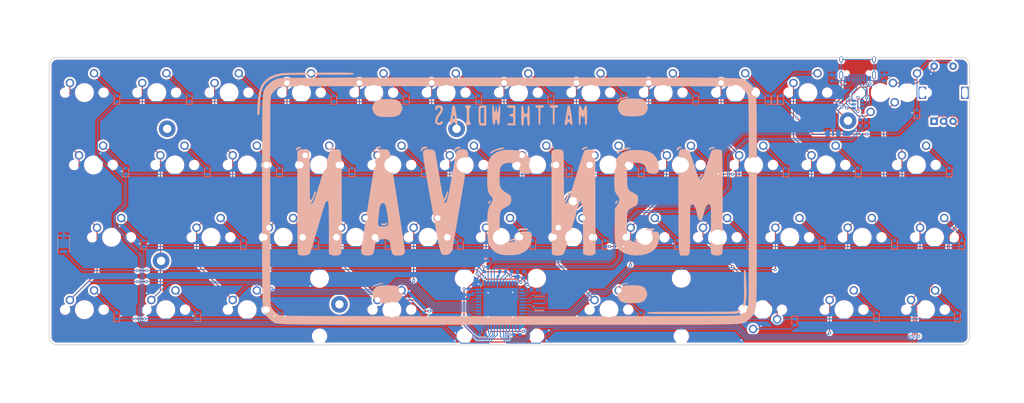
<source format=kicad_pcb>
(kicad_pcb (version 20171130) (host pcbnew "(5.1.4)-1")
  (layers (0 F.Cu signal) (31 B.Cu signal) (34 B.Paste user) (35 F.Paste user) (36 B.SilkS user) (37 F.SilkS user) (38 B.Mask user) (39 F.Mask user) (44 Edge.Cuts user))
  (net 0 "")
  (net 1 GND)
  (net 2 col0)
  (net 3 col1)
  (net 4 col2)
  (net 5 col3)
  (net 6 col4)
  (net 7 col5)
  (net 8 col6)
  (net 9 col7)
  (net 10 col8)
  (net 11 col9)
  (net 12 col10)
  (net 13 col11)
  (net 14 col12)
  (net 15 row0)
  (net 16 row1)
  (net 17 row2)
  (net 18 row3)
  (net 19 "Net-(D_1-Pad2)")
  (net 20 "Net-(D_2-Pad2)")
  (net 21 "Net-(D_3-Pad2)")
  (net 22 "Net-(D_4-Pad2)")
  (net 23 "Net-(D_5-Pad2)")
  (net 24 "Net-(D_6-Pad2)")
  (net 25 "Net-(D_7-Pad2)")
  (net 26 "Net-(D_8-Pad2)")
  (net 27 "Net-(D_9-Pad2)")
  (net 28 "Net-(D_10-Pad2)")
  (net 29 "Net-(D_12-Pad2)")
  (net 30 "Net-(D_11-Pad2)")
  (net 31 "Net-(D_13-Pad2)")
  (net 32 "Net-(D_14-Pad2)")
  (net 33 "Net-(D_15-Pad2)")
  (net 34 "Net-(D_16-Pad2)")
  (net 35 "Net-(D_17-Pad2)")
  (net 36 "Net-(D_18-Pad2)")
  (net 37 "Net-(D_19-Pad2)")
  (net 38 "Net-(D_20-Pad2)")
  (net 39 "Net-(D_21-Pad2)")
  (net 40 "Net-(D_22-Pad2)")
  (net 41 "Net-(D_23-Pad2)")
  (net 42 "Net-(D_24-Pad2)")
  (net 43 "Net-(D_25-Pad2)")
  (net 44 "Net-(D_26-Pad2)")
  (net 45 "Net-(D_27-Pad2)")
  (net 46 "Net-(D_28-Pad2)")
  (net 47 "Net-(D_29-Pad2)")
  (net 48 "Net-(D_30-Pad2)")
  (net 49 "Net-(D_31-Pad2)")
  (net 50 "Net-(D_32-Pad2)")
  (net 51 "Net-(D_33-Pad2)")
  (net 52 "Net-(D_34-Pad2)")
  (net 53 "Net-(D_35-Pad2)")
  (net 54 "Net-(D_36-Pad2)")
  (net 55 "Net-(D_37-Pad2)")
  (net 56 "Net-(D_38-Pad2)")
  (net 57 "Net-(D_39-Pad2)")
  (net 58 "Net-(D_40-Pad2)")
  (net 59 "Net-(D_41-Pad2)")
  (net 60 "Net-(D_42-Pad2)")
  (net 61 "Net-(D_43-Pad2)")
  (net 62 "Net-(D_44-Pad2)")
  (net 63 "Net-(D_45-Pad2)")
  (net 64 "Net-(H1-Pad1)")
  (net 65 "Net-(H2-Pad1)")
  (net 66 "Net-(H3-Pad1)")
  (net 67 "Net-(H4-Pad1)")
  (net 68 "Net-(H5-Pad1)")
  (net 69 "Net-(H6-Pad1)")
  (net 70 "Net-(C1-Pad1)")
  (net 71 +5V)
  (net 72 "Net-(U2-Pad42)")
  (net 73 "Net-(R6-Pad2)")
  (net 74 "Net-(U2-Pad22)")
  (net 75 "Net-(R1-Pad2)")
  (net 76 "Net-(U2-Pad12)")
  (net 77 "Net-(U2-Pad11)")
  (net 78 "Net-(U2-Pad10)")
  (net 79 "Net-(U2-Pad9)")
  (net 80 "Net-(U2-Pad8)")
  (net 81 D+)
  (net 82 D-)
  (net 83 VBUS)
  (net 84 DBUS+)
  (net 85 "Net-(U2-Pad17)")
  (net 86 "Net-(U2-Pad16)")
  (net 87 "Net-(R2-Pad2)")
  (net 88 "Net-(R3-Pad2)")
  (net 89 "Net-(USB1-Pad3)")
  (net 90 "Net-(USB1-Pad9)")
  (net 91 DBUS-)
  (net 92 rotA)
  (net 93 rotB)
  (module project-parts:bumper (layer F.Cu) (at 310.357 213.519)
    (fp_text reference G*** hide)
    (fp_text value LOGO hide)
  )
  (module Diode_SMD:D_0603_1608Metric (layer B.Cu) (at 206.99475 186.5235 90)
    (fp_text reference D_1)
    (fp_text value D)
    (pad 2 smd roundrect (at 0.7875 0 90) (size 0.875 0.95) (layers B.Cu B.Paste B.Mask) (net 19 "Net-(D_1-Pad2)"))
    (pad 1 smd roundrect (at -0.7875 0 90) (size 0.875 0.95) (layers B.Cu B.Paste B.Mask) (net 15 row0))
  )
  (module Diode_SMD:D_0603_1608Metric (layer B.Cu) (at 226.04475 186.5235 90)
    (fp_text reference D_2)
    (fp_text value D)
    (pad 2 smd roundrect (at 0.7875 0 90) (size 0.875 0.95) (layers B.Cu B.Paste B.Mask) (net 20 "Net-(D_2-Pad2)"))
    (pad 1 smd roundrect (at -0.7875 0 90) (size 0.875 0.95) (layers B.Cu B.Paste B.Mask) (net 15 row0))
  )
  (module Diode_SMD:D_0603_1608Metric (layer B.Cu) (at 245.09475 186.5235 90)
    (fp_text reference D_3)
    (fp_text value D)
    (pad 2 smd roundrect (at 0.7875 0 90) (size 0.875 0.95) (layers B.Cu B.Paste B.Mask) (net 21 "Net-(D_3-Pad2)"))
    (pad 1 smd roundrect (at -0.7875 0 90) (size 0.875 0.95) (layers B.Cu B.Paste B.Mask) (net 15 row0))
  )
  (module Diode_SMD:D_0603_1608Metric (layer B.Cu) (at 264.14475 186.5235 90)
    (fp_text reference D_4)
    (fp_text value D)
    (pad 2 smd roundrect (at 0.7875 0 90) (size 0.875 0.95) (layers B.Cu B.Paste B.Mask) (net 22 "Net-(D_4-Pad2)"))
    (pad 1 smd roundrect (at -0.7875 0 90) (size 0.875 0.95) (layers B.Cu B.Paste B.Mask) (net 15 row0))
  )
  (module Diode_SMD:D_0603_1608Metric (layer B.Cu) (at 283.19475 186.5235 90)
    (fp_text reference D_5)
    (fp_text value D)
    (pad 2 smd roundrect (at 0.7875 0 90) (size 0.875 0.95) (layers B.Cu B.Paste B.Mask) (net 23 "Net-(D_5-Pad2)"))
    (pad 1 smd roundrect (at -0.7875 0 90) (size 0.875 0.95) (layers B.Cu B.Paste B.Mask) (net 15 row0))
  )
  (module Diode_SMD:D_0603_1608Metric (layer B.Cu) (at 302.24475 186.5235 90)
    (fp_text reference D_6)
    (fp_text value D)
    (pad 2 smd roundrect (at 0.7875 0 90) (size 0.875 0.95) (layers B.Cu B.Paste B.Mask) (net 24 "Net-(D_6-Pad2)"))
    (pad 1 smd roundrect (at -0.7875 0 90) (size 0.875 0.95) (layers B.Cu B.Paste B.Mask) (net 15 row0))
  )
  (module Diode_SMD:D_0603_1608Metric (layer B.Cu) (at 321.29475 186.5235 90)
    (fp_text reference D_7)
    (fp_text value D)
    (pad 2 smd roundrect (at 0.7875 0 90) (size 0.875 0.95) (layers B.Cu B.Paste B.Mask) (net 25 "Net-(D_7-Pad2)"))
    (pad 1 smd roundrect (at -0.7875 0 90) (size 0.875 0.95) (layers B.Cu B.Paste B.Mask) (net 15 row0))
  )
  (module Diode_SMD:D_0603_1608Metric (layer B.Cu) (at 340.34475 186.5235 90)
    (fp_text reference D_8)
    (fp_text value D)
    (pad 2 smd roundrect (at 0.7875 0 90) (size 0.875 0.95) (layers B.Cu B.Paste B.Mask) (net 26 "Net-(D_8-Pad2)"))
    (pad 1 smd roundrect (at -0.7875 0 90) (size 0.875 0.95) (layers B.Cu B.Paste B.Mask) (net 15 row0))
  )
  (module Diode_SMD:D_0603_1608Metric (layer B.Cu) (at 359.39475 186.5235 90)
    (fp_text reference D_9)
    (fp_text value D)
    (pad 2 smd roundrect (at 0.7875 0 90) (size 0.875 0.95) (layers B.Cu B.Paste B.Mask) (net 27 "Net-(D_9-Pad2)"))
    (pad 1 smd roundrect (at -0.7875 0 90) (size 0.875 0.95) (layers B.Cu B.Paste B.Mask) (net 15 row0))
  )
  (module Diode_SMD:D_0603_1608Metric (layer B.Cu) (at 378.44475 186.5235 90)
    (fp_text reference D_10)
    (fp_text value D)
    (pad 2 smd roundrect (at 0.7875 0 90) (size 0.875 0.95) (layers B.Cu B.Paste B.Mask) (net 28 "Net-(D_10-Pad2)"))
    (pad 1 smd roundrect (at -0.7875 0 90) (size 0.875 0.95) (layers B.Cu B.Paste B.Mask) (net 15 row0))
  )
  (module Diode_SMD:D_0603_1608Metric (layer B.Cu) (at 380.1115 186.5315 90)
    (fp_text reference D_11)
    (fp_text value D)
    (pad 2 smd roundrect (at 0.7875 0 90) (size 0.875 0.95) (layers B.Cu B.Paste B.Mask) (net 30 "Net-(D_11-Pad2)"))
    (pad 1 smd roundrect (at -0.7875 0 90) (size 0.875 0.95) (layers B.Cu B.Paste B.Mask) (net 15 row0))
  )
  (module Diode_SMD:D_0603_1608Metric (layer B.Cu) (at 381.7827 186.5314 90)
    (fp_text reference D_12)
    (fp_text value D)
    (pad 2 smd roundrect (at 0.7875 0 90) (size 0.875 0.95) (layers B.Cu B.Paste B.Mask) (net 29 "Net-(D_12-Pad2)"))
    (pad 1 smd roundrect (at -0.7875 0 90) (size 0.875 0.95) (layers B.Cu B.Paste B.Mask) (net 15 row0))
  )
  (module Diode_SMD:D_0603_1608Metric (layer B.Cu) (at 417.64 190.278 90)
    (fp_text reference D_13)
    (fp_text value D)
    (pad 2 smd roundrect (at 0.7875 0 90) (size 0.875 0.95) (layers B.Cu B.Paste B.Mask) (net 31 "Net-(D_13-Pad2)"))
    (pad 1 smd roundrect (at -0.7875 0 90) (size 0.875 0.95) (layers B.Cu B.Paste B.Mask) (net 15 row0))
  )
  (module Diode_SMD:D_0603_1608Metric (layer B.Cu) (at 209.36 205.637 90)
    (fp_text reference D_14)
    (fp_text value D)
    (pad 2 smd roundrect (at 0.7875 0 90) (size 0.875 0.95) (layers B.Cu B.Paste B.Mask) (net 32 "Net-(D_14-Pad2)"))
    (pad 1 smd roundrect (at -0.7875 0 90) (size 0.875 0.95) (layers B.Cu B.Paste B.Mask) (net 16 row1))
  )
  (module Diode_SMD:D_0603_1608Metric (layer B.Cu) (at 230.7755 205.637 90)
    (fp_text reference D_15)
    (fp_text value D)
    (pad 2 smd roundrect (at 0.7875 0 90) (size 0.875 0.95) (layers B.Cu B.Paste B.Mask) (net 33 "Net-(D_15-Pad2)"))
    (pad 1 smd roundrect (at -0.7875 0 90) (size 0.875 0.95) (layers B.Cu B.Paste B.Mask) (net 16 row1))
  )
  (module Diode_SMD:D_0603_1608Metric (layer B.Cu) (at 249.8255 205.637 90)
    (fp_text reference D_16)
    (fp_text value D)
    (pad 2 smd roundrect (at 0.7875 0 90) (size 0.875 0.95) (layers B.Cu B.Paste B.Mask) (net 34 "Net-(D_16-Pad2)"))
    (pad 1 smd roundrect (at -0.7875 0 90) (size 0.875 0.95) (layers B.Cu B.Paste B.Mask) (net 16 row1))
  )
  (module Diode_SMD:D_0603_1608Metric (layer B.Cu) (at 268.8755 205.637 90)
    (fp_text reference D_17)
    (fp_text value D)
    (pad 2 smd roundrect (at 0.7875 0 90) (size 0.875 0.95) (layers B.Cu B.Paste B.Mask) (net 35 "Net-(D_17-Pad2)"))
    (pad 1 smd roundrect (at -0.7875 0 90) (size 0.875 0.95) (layers B.Cu B.Paste B.Mask) (net 16 row1))
  )
  (module Diode_SMD:D_0603_1608Metric (layer B.Cu) (at 287.9255 205.637 90)
    (fp_text reference D_18)
    (fp_text value D)
    (pad 2 smd roundrect (at 0.7875 0 90) (size 0.875 0.95) (layers B.Cu B.Paste B.Mask) (net 36 "Net-(D_18-Pad2)"))
    (pad 1 smd roundrect (at -0.7875 0 90) (size 0.875 0.95) (layers B.Cu B.Paste B.Mask) (net 16 row1))
  )
  (module Diode_SMD:D_0603_1608Metric (layer B.Cu) (at 306.9755 205.637 90)
    (fp_text reference D_19)
    (fp_text value D)
    (pad 2 smd roundrect (at 0.7875 0 90) (size 0.875 0.95) (layers B.Cu B.Paste B.Mask) (net 37 "Net-(D_19-Pad2)"))
    (pad 1 smd roundrect (at -0.7875 0 90) (size 0.875 0.95) (layers B.Cu B.Paste B.Mask) (net 16 row1))
  )
  (module Diode_SMD:D_0603_1608Metric (layer B.Cu) (at 326.0255 205.637 90)
    (fp_text reference D_20)
    (fp_text value D)
    (pad 2 smd roundrect (at 0.7875 0 90) (size 0.875 0.95) (layers B.Cu B.Paste B.Mask) (net 38 "Net-(D_20-Pad2)"))
    (pad 1 smd roundrect (at -0.7875 0 90) (size 0.875 0.95) (layers B.Cu B.Paste B.Mask) (net 16 row1))
  )
  (module Diode_SMD:D_0603_1608Metric (layer B.Cu) (at 345.0755 205.637 90)
    (fp_text reference D_21)
    (fp_text value D)
    (pad 2 smd roundrect (at 0.7875 0 90) (size 0.875 0.95) (layers B.Cu B.Paste B.Mask) (net 39 "Net-(D_21-Pad2)"))
    (pad 1 smd roundrect (at -0.7875 0 90) (size 0.875 0.95) (layers B.Cu B.Paste B.Mask) (net 16 row1))
  )
  (module Diode_SMD:D_0603_1608Metric (layer B.Cu) (at 364.1255 205.637 90)
    (fp_text reference D_22)
    (fp_text value D)
    (pad 2 smd roundrect (at 0.7875 0 90) (size 0.875 0.95) (layers B.Cu B.Paste B.Mask) (net 40 "Net-(D_22-Pad2)"))
    (pad 1 smd roundrect (at -0.7875 0 90) (size 0.875 0.95) (layers B.Cu B.Paste B.Mask) (net 16 row1))
  )
  (module Diode_SMD:D_0603_1608Metric (layer B.Cu) (at 383.1755 205.637 90)
    (fp_text reference D_23)
    (fp_text value D)
    (pad 2 smd roundrect (at 0.7875 0 90) (size 0.875 0.95) (layers B.Cu B.Paste B.Mask) (net 41 "Net-(D_23-Pad2)"))
    (pad 1 smd roundrect (at -0.7875 0 90) (size 0.875 0.95) (layers B.Cu B.Paste B.Mask) (net 16 row1))
  )
  (module Diode_SMD:D_0603_1608Metric (layer B.Cu) (at 402.2255 205.637 90)
    (fp_text reference D_24)
    (fp_text value D)
    (pad 2 smd roundrect (at 0.7875 0 90) (size 0.875 0.95) (layers B.Cu B.Paste B.Mask) (net 42 "Net-(D_24-Pad2)"))
    (pad 1 smd roundrect (at -0.7875 0 90) (size 0.875 0.95) (layers B.Cu B.Paste B.Mask) (net 16 row1))
  )
  (module Diode_SMD:D_0603_1608Metric (layer B.Cu) (at 426.149 205.637 90)
    (fp_text reference D_25)
    (fp_text value D)
    (pad 2 smd roundrect (at 0.7875 0 90) (size 0.875 0.95) (layers B.Cu B.Paste B.Mask) (net 43 "Net-(D_25-Pad2)"))
    (pad 1 smd roundrect (at -0.7875 0 90) (size 0.875 0.95) (layers B.Cu B.Paste B.Mask) (net 16 row1))
  )
  (module Diode_SMD:D_0603_1608Metric (layer B.Cu) (at 214.059 224.687 90)
    (fp_text reference D_26)
    (fp_text value D)
    (pad 2 smd roundrect (at 0.7875 0 90) (size 0.875 0.95) (layers B.Cu B.Paste B.Mask) (net 44 "Net-(D_26-Pad2)"))
    (pad 1 smd roundrect (at -0.7875 0 90) (size 0.875 0.95) (layers B.Cu B.Paste B.Mask) (net 17 row2))
  )
  (module Diode_SMD:D_0603_1608Metric (layer B.Cu) (at 240.3005 224.687 90)
    (fp_text reference D_27)
    (fp_text value D)
    (pad 2 smd roundrect (at 0.7875 0 90) (size 0.875 0.95) (layers B.Cu B.Paste B.Mask) (net 45 "Net-(D_27-Pad2)"))
    (pad 1 smd roundrect (at -0.7875 0 90) (size 0.875 0.95) (layers B.Cu B.Paste B.Mask) (net 17 row2))
  )
  (module Diode_SMD:D_0603_1608Metric (layer B.Cu) (at 259.3505 224.687 90)
    (fp_text reference D_28)
    (fp_text value D)
    (pad 2 smd roundrect (at 0.7875 0 90) (size 0.875 0.95) (layers B.Cu B.Paste B.Mask) (net 46 "Net-(D_28-Pad2)"))
    (pad 1 smd roundrect (at -0.7875 0 90) (size 0.875 0.95) (layers B.Cu B.Paste B.Mask) (net 17 row2))
  )
  (module Diode_SMD:D_0603_1608Metric (layer B.Cu) (at 278.4005 224.687 90)
    (fp_text reference D_29)
    (fp_text value D)
    (pad 2 smd roundrect (at 0.7875 0 90) (size 0.875 0.95) (layers B.Cu B.Paste B.Mask) (net 47 "Net-(D_29-Pad2)"))
    (pad 1 smd roundrect (at -0.7875 0 90) (size 0.875 0.95) (layers B.Cu B.Paste B.Mask) (net 17 row2))
  )
  (module Diode_SMD:D_0603_1608Metric (layer B.Cu) (at 297.4505 224.687 90)
    (fp_text reference D_30)
    (fp_text value D)
    (pad 2 smd roundrect (at 0.7875 0 90) (size 0.875 0.95) (layers B.Cu B.Paste B.Mask) (net 48 "Net-(D_30-Pad2)"))
    (pad 1 smd roundrect (at -0.7875 0 90) (size 0.875 0.95) (layers B.Cu B.Paste B.Mask) (net 17 row2))
  )
  (module Diode_SMD:D_0603_1608Metric (layer B.Cu) (at 316.5005 224.687 90)
    (fp_text reference D_31)
    (fp_text value D)
    (pad 2 smd roundrect (at 0.7875 0 90) (size 0.875 0.95) (layers B.Cu B.Paste B.Mask) (net 49 "Net-(D_31-Pad2)"))
    (pad 1 smd roundrect (at -0.7875 0 90) (size 0.875 0.95) (layers B.Cu B.Paste B.Mask) (net 17 row2))
  )
  (module Diode_SMD:D_0603_1608Metric (layer B.Cu) (at 335.5505 224.687 90)
    (fp_text reference D_32)
    (fp_text value D)
    (pad 2 smd roundrect (at 0.7875 0 90) (size 0.875 0.95) (layers B.Cu B.Paste B.Mask) (net 50 "Net-(D_32-Pad2)"))
    (pad 1 smd roundrect (at -0.7875 0 90) (size 0.875 0.95) (layers B.Cu B.Paste B.Mask) (net 17 row2))
  )
  (module Diode_SMD:D_0603_1608Metric (layer B.Cu) (at 354.6005 224.687 90)
    (fp_text reference D_33)
    (fp_text value D)
    (pad 2 smd roundrect (at 0.7875 0 90) (size 0.875 0.95) (layers B.Cu B.Paste B.Mask) (net 51 "Net-(D_33-Pad2)"))
    (pad 1 smd roundrect (at -0.7875 0 90) (size 0.875 0.95) (layers B.Cu B.Paste B.Mask) (net 17 row2))
  )
  (module Diode_SMD:D_0603_1608Metric (layer B.Cu) (at 373.6505 224.687 90)
    (fp_text reference D_34)
    (fp_text value D)
    (pad 2 smd roundrect (at 0.7875 0 90) (size 0.875 0.95) (layers B.Cu B.Paste B.Mask) (net 52 "Net-(D_34-Pad2)"))
    (pad 1 smd roundrect (at -0.7875 0 90) (size 0.875 0.95) (layers B.Cu B.Paste B.Mask) (net 17 row2))
  )
  (module Diode_SMD:D_0603_1608Metric (layer B.Cu) (at 392.7005 224.687 90)
    (fp_text reference D_35)
    (fp_text value D)
    (pad 2 smd roundrect (at 0.7875 0 90) (size 0.875 0.95) (layers B.Cu B.Paste B.Mask) (net 53 "Net-(D_35-Pad2)"))
    (pad 1 smd roundrect (at -0.7875 0 90) (size 0.875 0.95) (layers B.Cu B.Paste B.Mask) (net 17 row2))
  )
  (module Diode_SMD:D_0603_1608Metric (layer B.Cu) (at 411.7505 224.687 90)
    (fp_text reference D_36)
    (fp_text value D)
    (pad 2 smd roundrect (at 0.7875 0 90) (size 0.875 0.95) (layers B.Cu B.Paste B.Mask) (net 54 "Net-(D_36-Pad2)"))
    (pad 1 smd roundrect (at -0.7875 0 90) (size 0.875 0.95) (layers B.Cu B.Paste B.Mask) (net 17 row2))
  )
  (module Diode_SMD:D_0603_1608Metric (layer B.Cu) (at 429.451 224.687 90)
    (fp_text reference D_37)
    (fp_text value D)
    (pad 2 smd roundrect (at 0.7875 0 90) (size 0.875 0.95) (layers B.Cu B.Paste B.Mask) (net 55 "Net-(D_37-Pad2)"))
    (pad 1 smd roundrect (at -0.7875 0 90) (size 0.875 0.95) (layers B.Cu B.Paste B.Mask) (net 17 row2))
  )
  (module Diode_SMD:D_0603_1608Metric (layer B.Cu) (at 206.963 243.737 90)
    (fp_text reference D_38)
    (fp_text value D)
    (pad 2 smd roundrect (at 0.7875 0 90) (size 0.875 0.95) (layers B.Cu B.Paste B.Mask) (net 56 "Net-(D_38-Pad2)"))
    (pad 1 smd roundrect (at -0.7875 0 90) (size 0.875 0.95) (layers B.Cu B.Paste B.Mask) (net 18 row3))
  )
  (module Diode_SMD:D_0603_1608Metric (layer B.Cu) (at 228.283 243.737 90)
    (fp_text reference D_39)
    (fp_text value D)
    (pad 2 smd roundrect (at 0.7875 0 90) (size 0.875 0.95) (layers B.Cu B.Paste B.Mask) (net 57 "Net-(D_39-Pad2)"))
    (pad 1 smd roundrect (at -0.7875 0 90) (size 0.875 0.95) (layers B.Cu B.Paste B.Mask) (net 18 row3))
  )
  (module Diode_SMD:D_0603_1608Metric (layer B.Cu) (at 249.8255 243.737 90)
    (fp_text reference D_40)
    (fp_text value D)
    (pad 2 smd roundrect (at 0.7875 0 90) (size 0.875 0.95) (layers B.Cu B.Paste B.Mask) (net 58 "Net-(D_40-Pad2)"))
    (pad 1 smd roundrect (at -0.7875 0 90) (size 0.875 0.95) (layers B.Cu B.Paste B.Mask) (net 18 row3))
  )
  (module Diode_SMD:D_0603_1608Metric (layer B.Cu) (at 287.846 243.737 90)
    (fp_text reference D_41)
    (fp_text value D)
    (pad 2 smd roundrect (at 0.7875 0 90) (size 0.875 0.95) (layers B.Cu B.Paste B.Mask) (net 59 "Net-(D_41-Pad2)"))
    (pad 1 smd roundrect (at -0.7875 0 90) (size 0.875 0.95) (layers B.Cu B.Paste B.Mask) (net 18 row3))
  )
  (module Diode_SMD:D_0603_1608Metric (layer B.Cu) (at 344.996 243.745 90)
    (fp_text reference D_42)
    (fp_text value D)
    (pad 2 smd roundrect (at 0.7875 0 90) (size 0.875 0.95) (layers B.Cu B.Paste B.Mask) (net 60 "Net-(D_42-Pad2)"))
    (pad 1 smd roundrect (at -0.7875 0 90) (size 0.875 0.95) (layers B.Cu B.Paste B.Mask) (net 18 row3))
  )
  (module Diode_SMD:D_0603_1608Metric (layer B.Cu) (at 385.4328 245.3198 270)
    (fp_text reference D_43)
    (fp_text value D)
    (pad 1 smd roundrect (at -0.7875 0 270) (size 0.875 0.95) (layers B.Cu B.Paste B.Mask) (net 18 row3))
    (pad 2 smd roundrect (at 0.7875 0 270) (size 0.875 0.95) (layers B.Cu B.Paste B.Mask) (net 61 "Net-(D_43-Pad2)"))
  )
  (module Diode_SMD:D_0603_1608Metric (layer B.Cu) (at 406.988 243.737 90)
    (fp_text reference D_44)
    (fp_text value D)
    (pad 2 smd roundrect (at 0.7875 0 90) (size 0.875 0.95) (layers B.Cu B.Paste B.Mask) (net 62 "Net-(D_44-Pad2)"))
    (pad 1 smd roundrect (at -0.7875 0 90) (size 0.875 0.95) (layers B.Cu B.Paste B.Mask) (net 18 row3))
  )
  (module Diode_SMD:D_0603_1608Metric (layer B.Cu) (at 428.308 243.745 90)
    (fp_text reference D_45)
    (fp_text value D)
    (pad 2 smd roundrect (at 0.7875 0 90) (size 0.875 0.95) (layers B.Cu B.Paste B.Mask) (net 63 "Net-(D_45-Pad2)"))
    (pad 1 smd roundrect (at -0.7875 0 90) (size 0.875 0.95) (layers B.Cu B.Paste B.Mask) (net 18 row3))
  )
  (module MX_Only:MXOnly-1U-NoLED (layer F.Cu) (at 198.438 184.944)
    (fp_text reference K_1)
    (fp_text value KEYSW)
    (pad 2 thru_hole circle (at 2.54 -5.08) (size 2.25 2.25) (drill 1.47) (layers *.Cu B.Mask) (net 19 "Net-(D_1-Pad2)"))
    (pad "" np_thru_hole circle (at 0 0) (size 3.9878 3.9878) (drill 3.9878) (layers *.Cu *.Mask))
    (pad 1 thru_hole circle (at -3.81 -2.54) (size 2.25 2.25) (drill 1.47) (layers *.Cu B.Mask) (net 2 col0))
    (pad "" np_thru_hole circle (at -5.08 0 48.0996) (size 1.75 1.75) (drill 1.75) (layers *.Cu *.Mask))
    (pad "" np_thru_hole circle (at 5.08 0 48.0996) (size 1.75 1.75) (drill 1.75) (layers *.Cu *.Mask))
  )
  (module MX_Only:MXOnly-1U-NoLED (layer F.Cu) (at 217.488 184.944)
    (fp_text reference K_2)
    (fp_text value KEYSW)
    (pad 2 thru_hole circle (at 2.54 -5.08) (size 2.25 2.25) (drill 1.47) (layers *.Cu B.Mask) (net 20 "Net-(D_2-Pad2)"))
    (pad "" np_thru_hole circle (at 0 0) (size 3.9878 3.9878) (drill 3.9878) (layers *.Cu *.Mask))
    (pad 1 thru_hole circle (at -3.81 -2.54) (size 2.25 2.25) (drill 1.47) (layers *.Cu B.Mask) (net 3 col1))
    (pad "" np_thru_hole circle (at -5.08 0 48.0996) (size 1.75 1.75) (drill 1.75) (layers *.Cu *.Mask))
    (pad "" np_thru_hole circle (at 5.08 0 48.0996) (size 1.75 1.75) (drill 1.75) (layers *.Cu *.Mask))
  )
  (module MX_Only:MXOnly-1U-NoLED (layer F.Cu) (at 236.538 184.944)
    (fp_text reference K_3)
    (fp_text value KEYSW)
    (pad 2 thru_hole circle (at 2.54 -5.08) (size 2.25 2.25) (drill 1.47) (layers *.Cu B.Mask) (net 21 "Net-(D_3-Pad2)"))
    (pad "" np_thru_hole circle (at 0 0) (size 3.9878 3.9878) (drill 3.9878) (layers *.Cu *.Mask))
    (pad 1 thru_hole circle (at -3.81 -2.54) (size 2.25 2.25) (drill 1.47) (layers *.Cu B.Mask) (net 4 col2))
    (pad "" np_thru_hole circle (at -5.08 0 48.0996) (size 1.75 1.75) (drill 1.75) (layers *.Cu *.Mask))
    (pad "" np_thru_hole circle (at 5.08 0 48.0996) (size 1.75 1.75) (drill 1.75) (layers *.Cu *.Mask))
  )
  (module MX_Only:MXOnly-1U-NoLED (layer F.Cu) (at 255.588 184.944)
    (fp_text reference K_4)
    (fp_text value KEYSW)
    (pad 2 thru_hole circle (at 2.54 -5.08) (size 2.25 2.25) (drill 1.47) (layers *.Cu B.Mask) (net 22 "Net-(D_4-Pad2)"))
    (pad "" np_thru_hole circle (at 0 0) (size 3.9878 3.9878) (drill 3.9878) (layers *.Cu *.Mask))
    (pad 1 thru_hole circle (at -3.81 -2.54) (size 2.25 2.25) (drill 1.47) (layers *.Cu B.Mask) (net 5 col3))
    (pad "" np_thru_hole circle (at -5.08 0 48.0996) (size 1.75 1.75) (drill 1.75) (layers *.Cu *.Mask))
    (pad "" np_thru_hole circle (at 5.08 0 48.0996) (size 1.75 1.75) (drill 1.75) (layers *.Cu *.Mask))
  )
  (module MX_Only:MXOnly-1U-NoLED (layer F.Cu) (at 274.638 184.944)
    (fp_text reference K_5)
    (fp_text value KEYSW)
    (pad 2 thru_hole circle (at 2.54 -5.08) (size 2.25 2.25) (drill 1.47) (layers *.Cu B.Mask) (net 23 "Net-(D_5-Pad2)"))
    (pad "" np_thru_hole circle (at 0 0) (size 3.9878 3.9878) (drill 3.9878) (layers *.Cu *.Mask))
    (pad 1 thru_hole circle (at -3.81 -2.54) (size 2.25 2.25) (drill 1.47) (layers *.Cu B.Mask) (net 6 col4))
    (pad "" np_thru_hole circle (at -5.08 0 48.0996) (size 1.75 1.75) (drill 1.75) (layers *.Cu *.Mask))
    (pad "" np_thru_hole circle (at 5.08 0 48.0996) (size 1.75 1.75) (drill 1.75) (layers *.Cu *.Mask))
  )
  (module MX_Only:MXOnly-1U-NoLED (layer F.Cu) (at 293.688 184.944)
    (fp_text reference K_6)
    (fp_text value KEYSW)
    (pad 2 thru_hole circle (at 2.54 -5.08) (size 2.25 2.25) (drill 1.47) (layers *.Cu B.Mask) (net 24 "Net-(D_6-Pad2)"))
    (pad "" np_thru_hole circle (at 0 0) (size 3.9878 3.9878) (drill 3.9878) (layers *.Cu *.Mask))
    (pad 1 thru_hole circle (at -3.81 -2.54) (size 2.25 2.25) (drill 1.47) (layers *.Cu B.Mask) (net 7 col5))
    (pad "" np_thru_hole circle (at -5.08 0 48.0996) (size 1.75 1.75) (drill 1.75) (layers *.Cu *.Mask))
    (pad "" np_thru_hole circle (at 5.08 0 48.0996) (size 1.75 1.75) (drill 1.75) (layers *.Cu *.Mask))
  )
  (module MX_Only:MXOnly-1U-NoLED (layer F.Cu) (at 312.738 184.944)
    (fp_text reference K_7)
    (fp_text value KEYSW)
    (pad 2 thru_hole circle (at 2.54 -5.08) (size 2.25 2.25) (drill 1.47) (layers *.Cu B.Mask) (net 25 "Net-(D_7-Pad2)"))
    (pad "" np_thru_hole circle (at 0 0) (size 3.9878 3.9878) (drill 3.9878) (layers *.Cu *.Mask))
    (pad 1 thru_hole circle (at -3.81 -2.54) (size 2.25 2.25) (drill 1.47) (layers *.Cu B.Mask) (net 8 col6))
    (pad "" np_thru_hole circle (at -5.08 0 48.0996) (size 1.75 1.75) (drill 1.75) (layers *.Cu *.Mask))
    (pad "" np_thru_hole circle (at 5.08 0 48.0996) (size 1.75 1.75) (drill 1.75) (layers *.Cu *.Mask))
  )
  (module MX_Only:MXOnly-1U-NoLED (layer F.Cu) (at 331.788 184.944)
    (fp_text reference K_8)
    (fp_text value KEYSW)
    (pad 2 thru_hole circle (at 2.54 -5.08) (size 2.25 2.25) (drill 1.47) (layers *.Cu B.Mask) (net 26 "Net-(D_8-Pad2)"))
    (pad "" np_thru_hole circle (at 0 0) (size 3.9878 3.9878) (drill 3.9878) (layers *.Cu *.Mask))
    (pad 1 thru_hole circle (at -3.81 -2.54) (size 2.25 2.25) (drill 1.47) (layers *.Cu B.Mask) (net 9 col7))
    (pad "" np_thru_hole circle (at -5.08 0 48.0996) (size 1.75 1.75) (drill 1.75) (layers *.Cu *.Mask))
    (pad "" np_thru_hole circle (at 5.08 0 48.0996) (size 1.75 1.75) (drill 1.75) (layers *.Cu *.Mask))
  )
  (module MX_Only:MXOnly-1U-NoLED (layer F.Cu) (at 350.838 184.944)
    (fp_text reference K_9)
    (fp_text value KEYSW)
    (pad 2 thru_hole circle (at 2.54 -5.08) (size 2.25 2.25) (drill 1.47) (layers *.Cu B.Mask) (net 27 "Net-(D_9-Pad2)"))
    (pad "" np_thru_hole circle (at 0 0) (size 3.9878 3.9878) (drill 3.9878) (layers *.Cu *.Mask))
    (pad 1 thru_hole circle (at -3.81 -2.54) (size 2.25 2.25) (drill 1.47) (layers *.Cu B.Mask) (net 10 col8))
    (pad "" np_thru_hole circle (at -5.08 0 48.0996) (size 1.75 1.75) (drill 1.75) (layers *.Cu *.Mask))
    (pad "" np_thru_hole circle (at 5.08 0 48.0996) (size 1.75 1.75) (drill 1.75) (layers *.Cu *.Mask))
  )
  (module MX_Only:MXOnly-1U-NoLED (layer F.Cu) (at 369.888 184.944)
    (fp_text reference K_10)
    (fp_text value KEYSW)
    (pad 2 thru_hole circle (at 2.54 -5.08) (size 2.25 2.25) (drill 1.47) (layers *.Cu B.Mask) (net 28 "Net-(D_10-Pad2)"))
    (pad "" np_thru_hole circle (at 0 0) (size 3.9878 3.9878) (drill 3.9878) (layers *.Cu *.Mask))
    (pad 1 thru_hole circle (at -3.81 -2.54) (size 2.25 2.25) (drill 1.47) (layers *.Cu B.Mask) (net 11 col9))
    (pad "" np_thru_hole circle (at -5.08 0 48.0996) (size 1.75 1.75) (drill 1.75) (layers *.Cu *.Mask))
    (pad "" np_thru_hole circle (at 5.08 0 48.0996) (size 1.75 1.75) (drill 1.75) (layers *.Cu *.Mask))
  )
  (module MX_Only:MXOnly-1U-NoLED (layer F.Cu) (at 388.938 184.944)
    (fp_text reference K_11)
    (fp_text value KEYSW)
    (pad 2 thru_hole circle (at 2.54 -5.08) (size 2.25 2.25) (drill 1.47) (layers *.Cu B.Mask) (net 30 "Net-(D_11-Pad2)"))
    (pad "" np_thru_hole circle (at 0 0) (size 3.9878 3.9878) (drill 3.9878) (layers *.Cu *.Mask))
    (pad 1 thru_hole circle (at -3.81 -2.54) (size 2.25 2.25) (drill 1.47) (layers *.Cu B.Mask) (net 12 col10))
    (pad "" np_thru_hole circle (at -5.08 0 48.0996) (size 1.75 1.75) (drill 1.75) (layers *.Cu *.Mask))
    (pad "" np_thru_hole circle (at 5.08 0 48.0996) (size 1.75 1.75) (drill 1.75) (layers *.Cu *.Mask))
  )
  (module MX_Only:MXOnly-1U-NoLED (layer F.Cu) (at 407.988 184.944 180)
    (fp_text reference K_12)
    (fp_text value KEYSW)
    (pad 2 thru_hole circle (at 2.54 -5.08 180) (size 2.25 2.25) (drill 1.47) (layers *.Cu B.Mask) (net 29 "Net-(D_12-Pad2)"))
    (pad "" np_thru_hole circle (at 0 0 180) (size 3.9878 3.9878) (drill 3.9878) (layers *.Cu *.Mask))
    (pad 1 thru_hole circle (at -3.81 -2.54 180) (size 2.25 2.25) (drill 1.47) (layers *.Cu B.Mask) (net 13 col11))
    (pad "" np_thru_hole circle (at -5.08 0 228.0996) (size 1.75 1.75) (drill 1.75) (layers *.Cu *.Mask))
    (pad "" np_thru_hole circle (at 5.08 0 228.0996) (size 1.75 1.75) (drill 1.75) (layers *.Cu *.Mask))
  )
  (module MX_Only:MXOnly-1.75U-NoLED (layer F.Cu) (at 415.13175 184.944)
    (fp_text reference K_13)
    (fp_text value KEYSW)
    (pad 2 thru_hole circle (at 2.54 -5.08) (size 2.25 2.25) (drill 1.47) (layers *.Cu B.Mask) (net 31 "Net-(D_13-Pad2)"))
    (pad "" np_thru_hole circle (at 0 0) (size 3.9878 3.9878) (drill 3.9878) (layers *.Cu *.Mask))
    (pad 1 thru_hole circle (at -3.81 -2.54) (size 2.25 2.25) (drill 1.47) (layers *.Cu B.Mask) (net 14 col12))
    (pad "" np_thru_hole circle (at -5.08 0 48.0996) (size 1.75 1.75) (drill 1.75) (layers *.Cu *.Mask))
    (pad "" np_thru_hole circle (at 5.08 0 48.0996) (size 1.75 1.75) (drill 1.75) (layers *.Cu *.Mask))
  )
  (module MX_Only:MXOnly-1.25U-NoLED (layer F.Cu) (at 200.81925 203.994)
    (fp_text reference K_14)
    (fp_text value KEYSW)
    (pad 2 thru_hole circle (at 2.54 -5.08) (size 2.25 2.25) (drill 1.47) (layers *.Cu B.Mask) (net 32 "Net-(D_14-Pad2)"))
    (pad "" np_thru_hole circle (at 0 0) (size 3.9878 3.9878) (drill 3.9878) (layers *.Cu *.Mask))
    (pad 1 thru_hole circle (at -3.81 -2.54) (size 2.25 2.25) (drill 1.47) (layers *.Cu B.Mask) (net 2 col0))
    (pad "" np_thru_hole circle (at -5.08 0 48.0996) (size 1.75 1.75) (drill 1.75) (layers *.Cu *.Mask))
    (pad "" np_thru_hole circle (at 5.08 0 48.0996) (size 1.75 1.75) (drill 1.75) (layers *.Cu *.Mask))
  )
  (module MX_Only:MXOnly-1U-NoLED (layer F.Cu) (at 222.2505 203.994)
    (fp_text reference K_15)
    (fp_text value KEYSW)
    (pad 2 thru_hole circle (at 2.54 -5.08) (size 2.25 2.25) (drill 1.47) (layers *.Cu B.Mask) (net 33 "Net-(D_15-Pad2)"))
    (pad "" np_thru_hole circle (at 0 0) (size 3.9878 3.9878) (drill 3.9878) (layers *.Cu *.Mask))
    (pad 1 thru_hole circle (at -3.81 -2.54) (size 2.25 2.25) (drill 1.47) (layers *.Cu B.Mask) (net 3 col1))
    (pad "" np_thru_hole circle (at -5.08 0 48.0996) (size 1.75 1.75) (drill 1.75) (layers *.Cu *.Mask))
    (pad "" np_thru_hole circle (at 5.08 0 48.0996) (size 1.75 1.75) (drill 1.75) (layers *.Cu *.Mask))
  )
  (module MX_Only:MXOnly-1U-NoLED (layer F.Cu) (at 241.3005 203.994)
    (fp_text reference K_16)
    (fp_text value KEYSW)
    (pad 2 thru_hole circle (at 2.54 -5.08) (size 2.25 2.25) (drill 1.47) (layers *.Cu B.Mask) (net 34 "Net-(D_16-Pad2)"))
    (pad "" np_thru_hole circle (at 0 0) (size 3.9878 3.9878) (drill 3.9878) (layers *.Cu *.Mask))
    (pad 1 thru_hole circle (at -3.81 -2.54) (size 2.25 2.25) (drill 1.47) (layers *.Cu B.Mask) (net 4 col2))
    (pad "" np_thru_hole circle (at -5.08 0 48.0996) (size 1.75 1.75) (drill 1.75) (layers *.Cu *.Mask))
    (pad "" np_thru_hole circle (at 5.08 0 48.0996) (size 1.75 1.75) (drill 1.75) (layers *.Cu *.Mask))
  )
  (module MX_Only:MXOnly-1U-NoLED (layer F.Cu) (at 260.3505 203.994)
    (fp_text reference K_17)
    (fp_text value KEYSW)
    (pad 2 thru_hole circle (at 2.54 -5.08) (size 2.25 2.25) (drill 1.47) (layers *.Cu B.Mask) (net 35 "Net-(D_17-Pad2)"))
    (pad "" np_thru_hole circle (at 0 0) (size 3.9878 3.9878) (drill 3.9878) (layers *.Cu *.Mask))
    (pad 1 thru_hole circle (at -3.81 -2.54) (size 2.25 2.25) (drill 1.47) (layers *.Cu B.Mask) (net 5 col3))
    (pad "" np_thru_hole circle (at -5.08 0 48.0996) (size 1.75 1.75) (drill 1.75) (layers *.Cu *.Mask))
    (pad "" np_thru_hole circle (at 5.08 0 48.0996) (size 1.75 1.75) (drill 1.75) (layers *.Cu *.Mask))
  )
  (module MX_Only:MXOnly-1U-NoLED (layer F.Cu) (at 279.4005 203.994)
    (fp_text reference K_18)
    (fp_text value KEYSW)
    (pad 2 thru_hole circle (at 2.54 -5.08) (size 2.25 2.25) (drill 1.47) (layers *.Cu B.Mask) (net 36 "Net-(D_18-Pad2)"))
    (pad "" np_thru_hole circle (at 0 0) (size 3.9878 3.9878) (drill 3.9878) (layers *.Cu *.Mask))
    (pad 1 thru_hole circle (at -3.81 -2.54) (size 2.25 2.25) (drill 1.47) (layers *.Cu B.Mask) (net 6 col4))
    (pad "" np_thru_hole circle (at -5.08 0 48.0996) (size 1.75 1.75) (drill 1.75) (layers *.Cu *.Mask))
    (pad "" np_thru_hole circle (at 5.08 0 48.0996) (size 1.75 1.75) (drill 1.75) (layers *.Cu *.Mask))
  )
  (module MX_Only:MXOnly-1U-NoLED (layer F.Cu) (at 298.4505 203.994)
    (fp_text reference K_19)
    (fp_text value KEYSW)
    (pad 2 thru_hole circle (at 2.54 -5.08) (size 2.25 2.25) (drill 1.47) (layers *.Cu B.Mask) (net 37 "Net-(D_19-Pad2)"))
    (pad "" np_thru_hole circle (at 0 0) (size 3.9878 3.9878) (drill 3.9878) (layers *.Cu *.Mask))
    (pad 1 thru_hole circle (at -3.81 -2.54) (size 2.25 2.25) (drill 1.47) (layers *.Cu B.Mask) (net 7 col5))
    (pad "" np_thru_hole circle (at -5.08 0 48.0996) (size 1.75 1.75) (drill 1.75) (layers *.Cu *.Mask))
    (pad "" np_thru_hole circle (at 5.08 0 48.0996) (size 1.75 1.75) (drill 1.75) (layers *.Cu *.Mask))
  )
  (module MX_Only:MXOnly-1U-NoLED (layer F.Cu) (at 317.5005 203.994)
    (fp_text reference K_20)
    (fp_text value KEYSW)
    (pad 2 thru_hole circle (at 2.54 -5.08) (size 2.25 2.25) (drill 1.47) (layers *.Cu B.Mask) (net 38 "Net-(D_20-Pad2)"))
    (pad "" np_thru_hole circle (at 0 0) (size 3.9878 3.9878) (drill 3.9878) (layers *.Cu *.Mask))
    (pad 1 thru_hole circle (at -3.81 -2.54) (size 2.25 2.25) (drill 1.47) (layers *.Cu B.Mask) (net 8 col6))
    (pad "" np_thru_hole circle (at -5.08 0 48.0996) (size 1.75 1.75) (drill 1.75) (layers *.Cu *.Mask))
    (pad "" np_thru_hole circle (at 5.08 0 48.0996) (size 1.75 1.75) (drill 1.75) (layers *.Cu *.Mask))
  )
  (module MX_Only:MXOnly-1U-NoLED (layer F.Cu) (at 336.5505 203.994)
    (fp_text reference K_21)
    (fp_text value KEYSW)
    (pad 2 thru_hole circle (at 2.54 -5.08) (size 2.25 2.25) (drill 1.47) (layers *.Cu B.Mask) (net 39 "Net-(D_21-Pad2)"))
    (pad "" np_thru_hole circle (at 0 0) (size 3.9878 3.9878) (drill 3.9878) (layers *.Cu *.Mask))
    (pad 1 thru_hole circle (at -3.81 -2.54) (size 2.25 2.25) (drill 1.47) (layers *.Cu B.Mask) (net 9 col7))
    (pad "" np_thru_hole circle (at -5.08 0 48.0996) (size 1.75 1.75) (drill 1.75) (layers *.Cu *.Mask))
    (pad "" np_thru_hole circle (at 5.08 0 48.0996) (size 1.75 1.75) (drill 1.75) (layers *.Cu *.Mask))
  )
  (module MX_Only:MXOnly-1U-NoLED (layer F.Cu) (at 355.6005 203.994)
    (fp_text reference K_22)
    (fp_text value KEYSW)
    (pad 2 thru_hole circle (at 2.54 -5.08) (size 2.25 2.25) (drill 1.47) (layers *.Cu B.Mask) (net 40 "Net-(D_22-Pad2)"))
    (pad "" np_thru_hole circle (at 0 0) (size 3.9878 3.9878) (drill 3.9878) (layers *.Cu *.Mask))
    (pad 1 thru_hole circle (at -3.81 -2.54) (size 2.25 2.25) (drill 1.47) (layers *.Cu B.Mask) (net 10 col8))
    (pad "" np_thru_hole circle (at -5.08 0 48.0996) (size 1.75 1.75) (drill 1.75) (layers *.Cu *.Mask))
    (pad "" np_thru_hole circle (at 5.08 0 48.0996) (size 1.75 1.75) (drill 1.75) (layers *.Cu *.Mask))
  )
  (module MX_Only:MXOnly-1U-NoLED (layer F.Cu) (at 393.7005 203.994)
    (fp_text reference K_24)
    (fp_text value KEYSW)
    (pad 2 thru_hole circle (at 2.54 -5.08) (size 2.25 2.25) (drill 1.47) (layers *.Cu B.Mask) (net 42 "Net-(D_24-Pad2)"))
    (pad "" np_thru_hole circle (at 0 0) (size 3.9878 3.9878) (drill 3.9878) (layers *.Cu *.Mask))
    (pad 1 thru_hole circle (at -3.81 -2.54) (size 2.25 2.25) (drill 1.47) (layers *.Cu B.Mask) (net 12 col10))
    (pad "" np_thru_hole circle (at -5.08 0 48.0996) (size 1.75 1.75) (drill 1.75) (layers *.Cu *.Mask))
    (pad "" np_thru_hole circle (at 5.08 0 48.0996) (size 1.75 1.75) (drill 1.75) (layers *.Cu *.Mask))
  )
  (module MX_Only:MXOnly-1.5U-NoLED (layer F.Cu) (at 417.513 203.994)
    (fp_text reference K_25)
    (fp_text value KEYSW)
    (pad 2 thru_hole circle (at 2.54 -5.08) (size 2.25 2.25) (drill 1.47) (layers *.Cu B.Mask) (net 43 "Net-(D_25-Pad2)"))
    (pad "" np_thru_hole circle (at 0 0) (size 3.9878 3.9878) (drill 3.9878) (layers *.Cu *.Mask))
    (pad 1 thru_hole circle (at -3.81 -2.54) (size 2.25 2.25) (drill 1.47) (layers *.Cu B.Mask) (net 14 col12))
    (pad "" np_thru_hole circle (at -5.08 0 48.0996) (size 1.75 1.75) (drill 1.75) (layers *.Cu *.Mask))
    (pad "" np_thru_hole circle (at 5.08 0 48.0996) (size 1.75 1.75) (drill 1.75) (layers *.Cu *.Mask))
  )
  (module MX_Only:MXOnly-1.75U-NoLED (layer F.Cu) (at 205.58175 223.044)
    (fp_text reference K_26)
    (fp_text value KEYSW)
    (pad 2 thru_hole circle (at 2.54 -5.08) (size 2.25 2.25) (drill 1.47) (layers *.Cu B.Mask) (net 44 "Net-(D_26-Pad2)"))
    (pad "" np_thru_hole circle (at 0 0) (size 3.9878 3.9878) (drill 3.9878) (layers *.Cu *.Mask))
    (pad 1 thru_hole circle (at -3.81 -2.54) (size 2.25 2.25) (drill 1.47) (layers *.Cu B.Mask) (net 2 col0))
    (pad "" np_thru_hole circle (at -5.08 0 48.0996) (size 1.75 1.75) (drill 1.75) (layers *.Cu *.Mask))
    (pad "" np_thru_hole circle (at 5.08 0 48.0996) (size 1.75 1.75) (drill 1.75) (layers *.Cu *.Mask))
  )
  (module MX_Only:MXOnly-1U-NoLED (layer F.Cu) (at 231.7755 223.044)
    (fp_text reference K_27)
    (fp_text value KEYSW)
    (pad 2 thru_hole circle (at 2.54 -5.08) (size 2.25 2.25) (drill 1.47) (layers *.Cu B.Mask) (net 45 "Net-(D_27-Pad2)"))
    (pad "" np_thru_hole circle (at 0 0) (size 3.9878 3.9878) (drill 3.9878) (layers *.Cu *.Mask))
    (pad 1 thru_hole circle (at -3.81 -2.54) (size 2.25 2.25) (drill 1.47) (layers *.Cu B.Mask) (net 4 col2))
    (pad "" np_thru_hole circle (at -5.08 0 48.0996) (size 1.75 1.75) (drill 1.75) (layers *.Cu *.Mask))
    (pad "" np_thru_hole circle (at 5.08 0 48.0996) (size 1.75 1.75) (drill 1.75) (layers *.Cu *.Mask))
  )
  (module MX_Only:MXOnly-1U-NoLED (layer F.Cu) (at 250.8255 223.044)
    (fp_text reference K_28)
    (fp_text value KEYSW)
    (pad 2 thru_hole circle (at 2.54 -5.08) (size 2.25 2.25) (drill 1.47) (layers *.Cu B.Mask) (net 46 "Net-(D_28-Pad2)"))
    (pad "" np_thru_hole circle (at 0 0) (size 3.9878 3.9878) (drill 3.9878) (layers *.Cu *.Mask))
    (pad 1 thru_hole circle (at -3.81 -2.54) (size 2.25 2.25) (drill 1.47) (layers *.Cu B.Mask) (net 5 col3))
    (pad "" np_thru_hole circle (at -5.08 0 48.0996) (size 1.75 1.75) (drill 1.75) (layers *.Cu *.Mask))
    (pad "" np_thru_hole circle (at 5.08 0 48.0996) (size 1.75 1.75) (drill 1.75) (layers *.Cu *.Mask))
  )
  (module MX_Only:MXOnly-1U-NoLED (layer F.Cu) (at 269.8755 223.044)
    (fp_text reference K_29)
    (fp_text value KEYSW)
    (pad 2 thru_hole circle (at 2.54 -5.08) (size 2.25 2.25) (drill 1.47) (layers *.Cu B.Mask) (net 47 "Net-(D_29-Pad2)"))
    (pad "" np_thru_hole circle (at 0 0) (size 3.9878 3.9878) (drill 3.9878) (layers *.Cu *.Mask))
    (pad 1 thru_hole circle (at -3.81 -2.54) (size 2.25 2.25) (drill 1.47) (layers *.Cu B.Mask) (net 6 col4))
    (pad "" np_thru_hole circle (at -5.08 0 48.0996) (size 1.75 1.75) (drill 1.75) (layers *.Cu *.Mask))
    (pad "" np_thru_hole circle (at 5.08 0 48.0996) (size 1.75 1.75) (drill 1.75) (layers *.Cu *.Mask))
  )
  (module MX_Only:MXOnly-1U-NoLED (layer F.Cu) (at 288.9255 223.044)
    (fp_text reference K_30)
    (fp_text value KEYSW)
    (pad 2 thru_hole circle (at 2.54 -5.08) (size 2.25 2.25) (drill 1.47) (layers *.Cu B.Mask) (net 48 "Net-(D_30-Pad2)"))
    (pad "" np_thru_hole circle (at 0 0) (size 3.9878 3.9878) (drill 3.9878) (layers *.Cu *.Mask))
    (pad 1 thru_hole circle (at -3.81 -2.54) (size 2.25 2.25) (drill 1.47) (layers *.Cu B.Mask) (net 7 col5))
    (pad "" np_thru_hole circle (at -5.08 0 48.0996) (size 1.75 1.75) (drill 1.75) (layers *.Cu *.Mask))
    (pad "" np_thru_hole circle (at 5.08 0 48.0996) (size 1.75 1.75) (drill 1.75) (layers *.Cu *.Mask))
  )
  (module MX_Only:MXOnly-1U-NoLED (layer F.Cu) (at 307.9755 223.044)
    (fp_text reference K_31)
    (fp_text value KEYSW)
    (pad 2 thru_hole circle (at 2.54 -5.08) (size 2.25 2.25) (drill 1.47) (layers *.Cu B.Mask) (net 49 "Net-(D_31-Pad2)"))
    (pad "" np_thru_hole circle (at 0 0) (size 3.9878 3.9878) (drill 3.9878) (layers *.Cu *.Mask))
    (pad 1 thru_hole circle (at -3.81 -2.54) (size 2.25 2.25) (drill 1.47) (layers *.Cu B.Mask) (net 8 col6))
    (pad "" np_thru_hole circle (at -5.08 0 48.0996) (size 1.75 1.75) (drill 1.75) (layers *.Cu *.Mask))
    (pad "" np_thru_hole circle (at 5.08 0 48.0996) (size 1.75 1.75) (drill 1.75) (layers *.Cu *.Mask))
  )
  (module MX_Only:MXOnly-1U-NoLED (layer F.Cu) (at 327.0255 223.044)
    (fp_text reference K_32)
    (fp_text value KEYSW)
    (pad 2 thru_hole circle (at 2.54 -5.08) (size 2.25 2.25) (drill 1.47) (layers *.Cu B.Mask) (net 50 "Net-(D_32-Pad2)"))
    (pad "" np_thru_hole circle (at 0 0) (size 3.9878 3.9878) (drill 3.9878) (layers *.Cu *.Mask))
    (pad 1 thru_hole circle (at -3.81 -2.54) (size 2.25 2.25) (drill 1.47) (layers *.Cu B.Mask) (net 9 col7))
    (pad "" np_thru_hole circle (at -5.08 0 48.0996) (size 1.75 1.75) (drill 1.75) (layers *.Cu *.Mask))
    (pad "" np_thru_hole circle (at 5.08 0 48.0996) (size 1.75 1.75) (drill 1.75) (layers *.Cu *.Mask))
  )
  (module MX_Only:MXOnly-1U-NoLED (layer F.Cu) (at 346.0755 223.044)
    (fp_text reference K_33)
    (fp_text value KEYSW)
    (pad 2 thru_hole circle (at 2.54 -5.08) (size 2.25 2.25) (drill 1.47) (layers *.Cu B.Mask) (net 51 "Net-(D_33-Pad2)"))
    (pad "" np_thru_hole circle (at 0 0) (size 3.9878 3.9878) (drill 3.9878) (layers *.Cu *.Mask))
    (pad 1 thru_hole circle (at -3.81 -2.54) (size 2.25 2.25) (drill 1.47) (layers *.Cu B.Mask) (net 10 col8))
    (pad "" np_thru_hole circle (at -5.08 0 48.0996) (size 1.75 1.75) (drill 1.75) (layers *.Cu *.Mask))
    (pad "" np_thru_hole circle (at 5.08 0 48.0996) (size 1.75 1.75) (drill 1.75) (layers *.Cu *.Mask))
  )
  (module MX_Only:MXOnly-1U-NoLED (layer F.Cu) (at 365.1255 223.044)
    (fp_text reference K_34)
    (fp_text value KEYSW)
    (pad 2 thru_hole circle (at 2.54 -5.08) (size 2.25 2.25) (drill 1.47) (layers *.Cu B.Mask) (net 52 "Net-(D_34-Pad2)"))
    (pad "" np_thru_hole circle (at 0 0) (size 3.9878 3.9878) (drill 3.9878) (layers *.Cu *.Mask))
    (pad 1 thru_hole circle (at -3.81 -2.54) (size 2.25 2.25) (drill 1.47) (layers *.Cu B.Mask) (net 11 col9))
    (pad "" np_thru_hole circle (at -5.08 0 48.0996) (size 1.75 1.75) (drill 1.75) (layers *.Cu *.Mask))
    (pad "" np_thru_hole circle (at 5.08 0 48.0996) (size 1.75 1.75) (drill 1.75) (layers *.Cu *.Mask))
  )
  (module MX_Only:MXOnly-1U-NoLED (layer F.Cu) (at 384.1755 223.044)
    (fp_text reference K_35)
    (fp_text value KEYSW)
    (pad 2 thru_hole circle (at 2.54 -5.08) (size 2.25 2.25) (drill 1.47) (layers *.Cu B.Mask) (net 53 "Net-(D_35-Pad2)"))
    (pad "" np_thru_hole circle (at 0 0) (size 3.9878 3.9878) (drill 3.9878) (layers *.Cu *.Mask))
    (pad 1 thru_hole circle (at -3.81 -2.54) (size 2.25 2.25) (drill 1.47) (layers *.Cu B.Mask) (net 12 col10))
    (pad "" np_thru_hole circle (at -5.08 0 48.0996) (size 1.75 1.75) (drill 1.75) (layers *.Cu *.Mask))
    (pad "" np_thru_hole circle (at 5.08 0 48.0996) (size 1.75 1.75) (drill 1.75) (layers *.Cu *.Mask))
  )
  (module MX_Only:MXOnly-1U-NoLED (layer F.Cu) (at 403.2255 223.044)
    (fp_text reference K_36)
    (fp_text value KEYSW)
    (pad 2 thru_hole circle (at 2.54 -5.08) (size 2.25 2.25) (drill 1.47) (layers *.Cu B.Mask) (net 54 "Net-(D_36-Pad2)"))
    (pad "" np_thru_hole circle (at 0 0) (size 3.9878 3.9878) (drill 3.9878) (layers *.Cu *.Mask))
    (pad 1 thru_hole circle (at -3.81 -2.54) (size 2.25 2.25) (drill 1.47) (layers *.Cu B.Mask) (net 13 col11))
    (pad "" np_thru_hole circle (at -5.08 0 48.0996) (size 1.75 1.75) (drill 1.75) (layers *.Cu *.Mask))
    (pad "" np_thru_hole circle (at 5.08 0 48.0996) (size 1.75 1.75) (drill 1.75) (layers *.Cu *.Mask))
  )
  (module MX_Only:MXOnly-1U-NoLED (layer F.Cu) (at 422.2755 223.044)
    (fp_text reference K_37)
    (fp_text value KEYSW)
    (pad 2 thru_hole circle (at 2.54 -5.08) (size 2.25 2.25) (drill 1.47) (layers *.Cu B.Mask) (net 55 "Net-(D_37-Pad2)"))
    (pad "" np_thru_hole circle (at 0 0) (size 3.9878 3.9878) (drill 3.9878) (layers *.Cu *.Mask))
    (pad 1 thru_hole circle (at -3.81 -2.54) (size 2.25 2.25) (drill 1.47) (layers *.Cu B.Mask) (net 14 col12))
    (pad "" np_thru_hole circle (at -5.08 0 48.0996) (size 1.75 1.75) (drill 1.75) (layers *.Cu *.Mask))
    (pad "" np_thru_hole circle (at 5.08 0 48.0996) (size 1.75 1.75) (drill 1.75) (layers *.Cu *.Mask))
  )
  (module MX_Only:MXOnly-1U-NoLED (layer F.Cu) (at 198.438 242.094)
    (fp_text reference K_38)
    (fp_text value KEYSW)
    (pad 2 thru_hole circle (at 2.54 -5.08) (size 2.25 2.25) (drill 1.47) (layers *.Cu B.Mask) (net 56 "Net-(D_38-Pad2)"))
    (pad "" np_thru_hole circle (at 0 0) (size 3.9878 3.9878) (drill 3.9878) (layers *.Cu *.Mask))
    (pad 1 thru_hole circle (at -3.81 -2.54) (size 2.25 2.25) (drill 1.47) (layers *.Cu B.Mask) (net 2 col0))
    (pad "" np_thru_hole circle (at -5.08 0 48.0996) (size 1.75 1.75) (drill 1.75) (layers *.Cu *.Mask))
    (pad "" np_thru_hole circle (at 5.08 0 48.0996) (size 1.75 1.75) (drill 1.75) (layers *.Cu *.Mask))
  )
  (module MX_Only:MXOnly-1.25U-NoLED (layer F.Cu) (at 219.86925 242.094)
    (fp_text reference K_39)
    (fp_text value KEYSW)
    (pad 2 thru_hole circle (at 2.54 -5.08) (size 2.25 2.25) (drill 1.47) (layers *.Cu B.Mask) (net 57 "Net-(D_39-Pad2)"))
    (pad "" np_thru_hole circle (at 0 0) (size 3.9878 3.9878) (drill 3.9878) (layers *.Cu *.Mask))
    (pad 1 thru_hole circle (at -3.81 -2.54) (size 2.25 2.25) (drill 1.47) (layers *.Cu B.Mask) (net 3 col1))
    (pad "" np_thru_hole circle (at -5.08 0 48.0996) (size 1.75 1.75) (drill 1.75) (layers *.Cu *.Mask))
    (pad "" np_thru_hole circle (at 5.08 0 48.0996) (size 1.75 1.75) (drill 1.75) (layers *.Cu *.Mask))
  )
  (module MX_Only:MXOnly-1U-NoLED (layer F.Cu) (at 241.3005 242.094)
    (fp_text reference K_40)
    (fp_text value KEYSW)
    (pad 2 thru_hole circle (at 2.54 -5.08) (size 2.25 2.25) (drill 1.47) (layers *.Cu B.Mask) (net 58 "Net-(D_40-Pad2)"))
    (pad "" np_thru_hole circle (at 0 0) (size 3.9878 3.9878) (drill 3.9878) (layers *.Cu *.Mask))
    (pad 1 thru_hole circle (at -3.81 -2.54) (size 2.25 2.25) (drill 1.47) (layers *.Cu B.Mask) (net 4 col2))
    (pad "" np_thru_hole circle (at -5.08 0 48.0996) (size 1.75 1.75) (drill 1.75) (layers *.Cu *.Mask))
    (pad "" np_thru_hole circle (at 5.08 0 48.0996) (size 1.75 1.75) (drill 1.75) (layers *.Cu *.Mask))
  )
  (module MX_Only:MXOnly-3U-ReversedStabilizers-NoLED (layer F.Cu) (at 279.4005 242.094)
    (fp_text reference K_41)
    (fp_text value KEYSW)
    (pad 2 thru_hole circle (at 2.54 -5.08) (size 2.25 2.25) (drill 1.47) (layers *.Cu B.Mask) (net 59 "Net-(D_41-Pad2)"))
    (pad 1 thru_hole circle (at -3.81 -2.54 48.1) (size 2.25 2.25) (drill 1.47) (layers *.Cu B.Mask) (net 6 col4))
    (pad "" np_thru_hole circle (at 0 0) (size 3.9878 3.9878) (drill 3.9878) (layers *.Cu *.Mask))
    (pad "" np_thru_hole circle (at -5.08 0 48.0996) (size 1.75 1.75) (drill 1.75) (layers *.Cu *.Mask))
    (pad "" np_thru_hole circle (at 5.08 0 48.0996) (size 1.75 1.75) (drill 1.75) (layers *.Cu *.Mask))
    (pad "" np_thru_hole circle (at -19.05 6.985) (size 3.048 3.048) (drill 3.048) (layers *.Cu *.Mask))
    (pad "" np_thru_hole circle (at 19.05 6.985) (size 3.048 3.048) (drill 3.048) (layers *.Cu *.Mask))
    (pad "" np_thru_hole circle (at -19.05 -8.255) (size 3.9878 3.9878) (drill 3.9878) (layers *.Cu *.Mask))
    (pad "" np_thru_hole circle (at 19.05 -8.255) (size 3.9878 3.9878) (drill 3.9878) (layers *.Cu *.Mask))
  )
  (module MX_Only:MXOnly-3U-ReversedStabilizers-NoLED (layer F.Cu) (at 336.5505 242.094)
    (fp_text reference K_42)
    (fp_text value KEYSW)
    (pad 2 thru_hole circle (at 2.54 -5.08) (size 2.25 2.25) (drill 1.47) (layers *.Cu B.Mask) (net 60 "Net-(D_42-Pad2)"))
    (pad 1 thru_hole circle (at -3.81 -2.54 48.1) (size 2.25 2.25) (drill 1.47) (layers *.Cu B.Mask) (net 9 col7))
    (pad "" np_thru_hole circle (at 0 0) (size 3.9878 3.9878) (drill 3.9878) (layers *.Cu *.Mask))
    (pad "" np_thru_hole circle (at -5.08 0 48.0996) (size 1.75 1.75) (drill 1.75) (layers *.Cu *.Mask))
    (pad "" np_thru_hole circle (at 5.08 0 48.0996) (size 1.75 1.75) (drill 1.75) (layers *.Cu *.Mask))
    (pad "" np_thru_hole circle (at -19.05 6.985) (size 3.048 3.048) (drill 3.048) (layers *.Cu *.Mask))
    (pad "" np_thru_hole circle (at 19.05 6.985) (size 3.048 3.048) (drill 3.048) (layers *.Cu *.Mask))
    (pad "" np_thru_hole circle (at -19.05 -8.255) (size 3.9878 3.9878) (drill 3.9878) (layers *.Cu *.Mask))
    (pad "" np_thru_hole circle (at 19.05 -8.255) (size 3.9878 3.9878) (drill 3.9878) (layers *.Cu *.Mask))
  )
  (module MX_Only:MXOnly-1.25U-NoLED (layer F.Cu) (at 377.03175 242.094 180)
    (fp_text reference K_43)
    (fp_text value KEYSW)
    (pad 2 thru_hole circle (at 2.54 -5.08 180) (size 2.25 2.25) (drill 1.47) (layers *.Cu B.Mask) (net 61 "Net-(D_43-Pad2)"))
    (pad "" np_thru_hole circle (at 0 0 180) (size 3.9878 3.9878) (drill 3.9878) (layers *.Cu *.Mask))
    (pad 1 thru_hole circle (at -3.81 -2.54 180) (size 2.25 2.25) (drill 1.47) (layers *.Cu B.Mask) (net 11 col9))
    (pad "" np_thru_hole circle (at -5.08 0 228.0996) (size 1.75 1.75) (drill 1.75) (layers *.Cu *.Mask))
    (pad "" np_thru_hole circle (at 5.08 0 228.0996) (size 1.75 1.75) (drill 1.75) (layers *.Cu *.Mask))
  )
  (module MX_Only:MXOnly-1U-NoLED (layer F.Cu) (at 398.463 242.094)
    (fp_text reference K_44)
    (fp_text value KEYSW)
    (pad 2 thru_hole circle (at 2.54 -5.08) (size 2.25 2.25) (drill 1.47) (layers *.Cu B.Mask) (net 62 "Net-(D_44-Pad2)"))
    (pad "" np_thru_hole circle (at 0 0) (size 3.9878 3.9878) (drill 3.9878) (layers *.Cu *.Mask))
    (pad 1 thru_hole circle (at -3.81 -2.54) (size 2.25 2.25) (drill 1.47) (layers *.Cu B.Mask) (net 13 col11))
    (pad "" np_thru_hole circle (at -5.08 0 48.0996) (size 1.75 1.75) (drill 1.75) (layers *.Cu *.Mask))
    (pad "" np_thru_hole circle (at 5.08 0 48.0996) (size 1.75 1.75) (drill 1.75) (layers *.Cu *.Mask))
  )
  (module MX_Only:MXOnly-1.25U-NoLED (layer F.Cu) (at 419.89425 242.094)
    (fp_text reference K_45)
    (fp_text value KEYSW)
    (pad 2 thru_hole circle (at 2.54 -5.08) (size 2.25 2.25) (drill 1.47) (layers *.Cu B.Mask) (net 63 "Net-(D_45-Pad2)"))
    (pad "" np_thru_hole circle (at 0 0) (size 3.9878 3.9878) (drill 3.9878) (layers *.Cu *.Mask))
    (pad 1 thru_hole circle (at -3.81 -2.54) (size 2.25 2.25) (drill 1.47) (layers *.Cu B.Mask) (net 14 col12))
    (pad "" np_thru_hole circle (at -5.08 0 48.0996) (size 1.75 1.75) (drill 1.75) (layers *.Cu *.Mask))
    (pad "" np_thru_hole circle (at 5.08 0 48.0996) (size 1.75 1.75) (drill 1.75) (layers *.Cu *.Mask))
  )
  (module MountingHole:MountingHole_2.2mm_M2_Pad (layer F.Cu) (at 220.2375 194.46875)
    (fp_text reference H1 hide)
    (fp_text value MountingHole_Pad)
    (pad 1 thru_hole circle (at 0 0) (size 4.4 4.4) (drill 2.2) (layers *.Cu *.Mask) (net 64 "Net-(H1-Pad1)"))
  )
  (module MountingHole:MountingHole_2.2mm_M2_Pad (layer F.Cu) (at 218.6375 229.24275)
    (fp_text reference H2 hide)
    (fp_text value MountingHole_Pad)
    (pad 1 thru_hole circle (at 0 0) (size 4.4 4.4) (drill 2.2) (layers *.Cu *.Mask) (net 65 "Net-(H2-Pad1)"))
  )
  (module MountingHole:MountingHole_2.2mm_M2_Pad (layer F.Cu) (at 265.5875 240.69275)
    (fp_text reference H3 hide)
    (fp_text value MountingHole_Pad)
    (pad 1 thru_hole circle (at 0 0) (size 4.4 4.4) (drill 2.2) (layers *.Cu *.Mask) (net 66 "Net-(H3-Pad1)"))
  )
  (module MountingHole:MountingHole_2.2mm_M2_Pad (layer F.Cu) (at 296.4375 194.469)
    (fp_text reference H4 hide)
    (fp_text value MountingHole_Pad)
    (pad 1 thru_hole circle (at 0 0) (size 4.4 4.4) (drill 2.2) (layers *.Cu *.Mask) (net 67 "Net-(H4-Pad1)"))
  )
  (module MountingHole:MountingHole_2.2mm_M2_Pad (layer F.Cu) (at 327.0875 213.519)
    (fp_text reference H5 hide)
    (fp_text value MountingHole_Pad)
    (pad 1 thru_hole circle (at 0 0) (size 4.4 4.4) (drill 2.2) (layers *.Cu *.Mask) (net 68 "Net-(H5-Pad1)"))
  )
  (module MountingHole:MountingHole_2.2mm_M2_Pad (layer F.Cu) (at 399.4875 192.34275)
    (fp_text reference H6 hide)
    (fp_text value MountingHole_Pad)
    (pad 1 thru_hole circle (at 0 0) (size 4.4 4.4) (drill 2.2) (layers *.Cu *.Mask) (net 69 "Net-(H6-Pad1)"))
  )
  (module Capacitor_SMD:C_0603_1608Metric (layer B.Cu) (at 308.547 232.061 180)
    (fp_text reference C1)
    (fp_text value 1uF)
    (pad 2 smd roundrect (at 0.7875 0 180) (size 0.875 0.95) (layers B.Cu B.Paste B.Mask) (net 1 GND))
    (pad 1 smd roundrect (at -0.7875 0 180) (size 0.875 0.95) (layers B.Cu B.Paste B.Mask) (net 70 "Net-(C1-Pad1)"))
  )
  (module Capacitor_SMD:C_0603_1608Metric (layer B.Cu) (at 299.657 244.126 90)
    (fp_text reference C2)
    (fp_text value 0.1uF)
    (pad 2 smd roundrect (at 0.7875 0 90) (size 0.875 0.95) (layers B.Cu B.Paste B.Mask) (net 1 GND))
    (pad 1 smd roundrect (at -0.7875 0 90) (size 0.875 0.95) (layers B.Cu B.Paste B.Mask) (net 71 +5V))
  )
  (module Capacitor_SMD:C_0603_1608Metric (layer B.Cu) (at 312.357 248.698)
    (fp_text reference C3)
    (fp_text value 0.1uF)
    (pad 2 smd roundrect (at 0.7875 0) (size 0.875 0.95) (layers B.Cu B.Paste B.Mask) (net 1 GND))
    (pad 1 smd roundrect (at -0.7875 0) (size 0.875 0.95) (layers B.Cu B.Paste B.Mask) (net 71 +5V))
  )
  (module Capacitor_SMD:C_0603_1608Metric (layer B.Cu) (at 311.722 232.061)
    (fp_text reference C4)
    (fp_text value 0.1uF)
    (pad 2 smd roundrect (at 0.7875 0) (size 0.875 0.95) (layers B.Cu B.Paste B.Mask) (net 1 GND))
    (pad 1 smd roundrect (at -0.7875 0) (size 0.875 0.95) (layers B.Cu B.Paste B.Mask) (net 71 +5V))
  )
  (module Capacitor_SMD:C_0603_1608Metric (layer B.Cu) (at 299.657 237.395 270)
    (fp_text reference C5)
    (fp_text value 0.1uF)
    (pad 2 smd roundrect (at 0.7875 0 270) (size 0.875 0.95) (layers B.Cu B.Paste B.Mask) (net 1 GND))
    (pad 1 smd roundrect (at -0.7875 0 270) (size 0.875 0.95) (layers B.Cu B.Paste B.Mask) (net 71 +5V))
  )
  (module Capacitor_SMD:C_0603_1608Metric (layer B.Cu) (at 316.929 236.887)
    (fp_text reference C6)
    (fp_text value 0.1uF)
    (pad 2 smd roundrect (at 0.7875 0) (size 0.875 0.95) (layers B.Cu B.Paste B.Mask) (net 1 GND))
    (pad 1 smd roundrect (at -0.7875 0) (size 0.875 0.95) (layers B.Cu B.Paste B.Mask) (net 71 +5V))
  )
  (module Capacitor_SMD:C_0603_1608Metric (layer B.Cu) (at 304.737 230.029 90)
    (fp_text reference C7)
    (fp_text value 10uF)
    (pad 2 smd roundrect (at 0.7875 0 90) (size 0.875 0.95) (layers B.Cu B.Paste B.Mask) (net 1 GND))
    (pad 1 smd roundrect (at -0.7875 0 90) (size 0.875 0.95) (layers B.Cu B.Paste B.Mask) (net 71 +5V))
  )
  (module Fuse:Fuse_1206_3216Metric (layer B.Cu) (at 395.542 195.612)
    (fp_text reference F1)
    (fp_text value 500mA)
    (pad 2 smd roundrect (at 1.4 0) (size 1.25 1.75) (layers B.Cu B.Paste B.Mask) (roundrect_rratio 0.2) (net 83 VBUS))
    (pad 1 smd roundrect (at -1.4 0) (size 1.25 1.75) (layers B.Cu B.Paste B.Mask) (roundrect_rratio 0.2) (net 71 +5V))
  )
  (module Package_QFP:TQFP-44_10x10mm_P0.8mm (layer B.Cu) (at 307.9686 240.7887 270)
    (fp_text reference U2)
    (fp_text value ATmega32U4-AU)
    (pad 44 smd rect (at -4 5.7 180) (size 1.5 0.55) (layers B.Cu B.Paste B.Mask) (net 71 +5V))
    (pad 43 smd rect (at -3.2 5.7 180) (size 1.5 0.55) (layers B.Cu B.Paste B.Mask) (net 1 GND))
    (pad 42 smd rect (at -2.4 5.7 180) (size 1.5 0.55) (layers B.Cu B.Paste B.Mask) (net 72 "Net-(U2-Pad42)"))
    (pad 41 smd rect (at -1.6 5.7 180) (size 1.5 0.55) (layers B.Cu B.Paste B.Mask) (net 7 col5))
    (pad 40 smd rect (at -0.8 5.7 180) (size 1.5 0.55) (layers B.Cu B.Paste B.Mask) (net 5 col3))
    (pad 39 smd rect (at 0 5.7 180) (size 1.5 0.55) (layers B.Cu B.Paste B.Mask) (net 2 col0))
    (pad 38 smd rect (at 0.8 5.7 180) (size 1.5 0.55) (layers B.Cu B.Paste B.Mask) (net 3 col1))
    (pad 37 smd rect (at 1.6 5.7 180) (size 1.5 0.55) (layers B.Cu B.Paste B.Mask) (net 4 col2))
    (pad 36 smd rect (at 2.4 5.7 180) (size 1.5 0.55) (layers B.Cu B.Paste B.Mask) (net 6 col4))
    (pad 35 smd rect (at 3.2 5.7 180) (size 1.5 0.55) (layers B.Cu B.Paste B.Mask) (net 1 GND))
    (pad 34 smd rect (at 4 5.7 180) (size 1.5 0.55) (layers B.Cu B.Paste B.Mask) (net 71 +5V))
    (pad 33 smd rect (at 5.7 4 270) (size 1.5 0.55) (layers B.Cu B.Paste B.Mask) (net 73 "Net-(R6-Pad2)"))
    (pad 32 smd rect (at 5.7 3.2 270) (size 1.5 0.55) (layers B.Cu B.Paste B.Mask) (net 18 row3))
    (pad 31 smd rect (at 5.7 2.4 270) (size 1.5 0.55) (layers B.Cu B.Paste B.Mask) (net 17 row2))
    (pad 30 smd rect (at 5.7 1.6 270) (size 1.5 0.55) (layers B.Cu B.Paste B.Mask) (net 16 row1))
    (pad 29 smd rect (at 5.7 0.8 270) (size 1.5 0.55) (layers B.Cu B.Paste B.Mask) (net 15 row0))
    (pad 28 smd rect (at 5.7 0 270) (size 1.5 0.55) (layers B.Cu B.Paste B.Mask) (net 92 rotA))
    (pad 27 smd rect (at 5.7 -0.8 270) (size 1.5 0.55) (layers B.Cu B.Paste B.Mask) (net 93 rotB))
    (pad 26 smd rect (at 5.7 -1.6 270) (size 1.5 0.55) (layers B.Cu B.Paste B.Mask) (net 14 col12))
    (pad 25 smd rect (at 5.7 -2.4 270) (size 1.5 0.55) (layers B.Cu B.Paste B.Mask) (net 13 col11))
    (pad 24 smd rect (at 5.7 -3.2 270) (size 1.5 0.55) (layers B.Cu B.Paste B.Mask) (net 71 +5V))
    (pad 23 smd rect (at 5.7 -4 270) (size 1.5 0.55) (layers B.Cu B.Paste B.Mask) (net 1 GND))
    (pad 22 smd rect (at 4 -5.7 180) (size 1.5 0.55) (layers B.Cu B.Paste B.Mask) (net 74 "Net-(U2-Pad22)"))
    (pad 21 smd rect (at 3.2 -5.7 180) (size 1.5 0.55) (layers B.Cu B.Paste B.Mask) (net 9 col7))
    (pad 20 smd rect (at 2.4 -5.7 180) (size 1.5 0.55) (layers B.Cu B.Paste B.Mask) (net 12 col10))
    (pad 19 smd rect (at 1.6 -5.7 180) (size 1.5 0.55) (layers B.Cu B.Paste B.Mask) (net 11 col9))
    (pad 18 smd rect (at 0.8 -5.7 180) (size 1.5 0.55) (layers B.Cu B.Paste B.Mask) (net 10 col8))
    (pad 17 smd rect (at 0 -5.7 180) (size 1.5 0.55) (layers B.Cu B.Paste B.Mask) (net 85 "Net-(U2-Pad17)"))
    (pad 16 smd rect (at -0.8 -5.7 180) (size 1.5 0.55) (layers B.Cu B.Paste B.Mask) (net 86 "Net-(U2-Pad16)"))
    (pad 15 smd rect (at -1.6 -5.7 180) (size 1.5 0.55) (layers B.Cu B.Paste B.Mask) (net 1 GND))
    (pad 14 smd rect (at -2.4 -5.7 180) (size 1.5 0.55) (layers B.Cu B.Paste B.Mask) (net 71 +5V))
    (pad 13 smd rect (at -3.2 -5.7 180) (size 1.5 0.55) (layers B.Cu B.Paste B.Mask) (net 75 "Net-(R1-Pad2)"))
    (pad 12 smd rect (at -4 -5.7 180) (size 1.5 0.55) (layers B.Cu B.Paste B.Mask) (net 76 "Net-(U2-Pad12)"))
    (pad 11 smd rect (at -5.7 -4 270) (size 1.5 0.55) (layers B.Cu B.Paste B.Mask) (net 77 "Net-(U2-Pad11)"))
    (pad 10 smd rect (at -5.7 -3.2 270) (size 1.5 0.55) (layers B.Cu B.Paste B.Mask) (net 78 "Net-(U2-Pad10)"))
    (pad 9 smd rect (at -5.7 -2.4 270) (size 1.5 0.55) (layers B.Cu B.Paste B.Mask) (net 79 "Net-(U2-Pad9)"))
    (pad 8 smd rect (at -5.7 -1.6 270) (size 1.5 0.55) (layers B.Cu B.Paste B.Mask) (net 80 "Net-(U2-Pad8)"))
    (pad 7 smd rect (at -5.7 -0.8 270) (size 1.5 0.55) (layers B.Cu B.Paste B.Mask) (net 71 +5V))
    (pad 6 smd rect (at -5.7 0 270) (size 1.5 0.55) (layers B.Cu B.Paste B.Mask) (net 70 "Net-(C1-Pad1)"))
    (pad 5 smd rect (at -5.7 0.8 270) (size 1.5 0.55) (layers B.Cu B.Paste B.Mask) (net 1 GND))
    (pad 4 smd rect (at -5.7 1.6 270) (size 1.5 0.55) (layers B.Cu B.Paste B.Mask) (net 81 D+))
    (pad 3 smd rect (at -5.7 2.4 270) (size 1.5 0.55) (layers B.Cu B.Paste B.Mask) (net 82 D-))
    (pad 2 smd rect (at -5.7 3.2 270) (size 1.5 0.55) (layers B.Cu B.Paste B.Mask) (net 71 +5V))
    (pad 1 smd rect (at -5.7 4 270) (size 1.5 0.55) (layers B.Cu B.Paste B.Mask) (net 8 col6))
  )
  (module Package_TO_SOT_SMD:SOT-23-6 (layer B.Cu) (at 402.0825 188.0555)
    (fp_text reference U1)
    (fp_text value SRV05-4)
    (pad 5 smd rect (at 1.1 0) (size 1.06 0.65) (layers B.Cu B.Paste B.Mask) (net 83 VBUS))
    (pad 6 smd rect (at 1.1 0.95) (size 1.06 0.65) (layers B.Cu B.Paste B.Mask) (net 84 DBUS+))
    (pad 4 smd rect (at 1.1 -0.95) (size 1.06 0.65) (layers B.Cu B.Paste B.Mask) (net 91 DBUS-))
    (pad 3 smd rect (at -1.1 -0.95) (size 1.06 0.65) (layers B.Cu B.Paste B.Mask) (net 84 DBUS+))
    (pad 2 smd rect (at -1.1 0) (size 1.06 0.65) (layers B.Cu B.Paste B.Mask) (net 1 GND))
    (pad 1 smd rect (at -1.1 0.95) (size 1.06 0.65) (layers B.Cu B.Paste B.Mask) (net 91 DBUS-))
  )
  (module Resistor_SMD:R_0603_1608Metric (layer B.Cu) (at 314.135 232.823 270)
    (fp_text reference R1)
    (fp_text value 10k)
    (pad 2 smd roundrect (at 0.7875 0 270) (size 0.875 0.95) (layers B.Cu B.Paste B.Mask) (net 75 "Net-(R1-Pad2)"))
    (pad 1 smd roundrect (at -0.7875 0 270) (size 0.875 0.95) (layers B.Cu B.Paste B.Mask) (net 71 +5V))
  )
  (module Resistor_SMD:R_0603_1608Metric (layer B.Cu) (at 395.2245 181.0705 270)
    (fp_text reference R2)
    (fp_text value 5.1k)
    (pad 2 smd roundrect (at 0.7875 0 270) (size 0.875 0.95) (layers B.Cu B.Paste B.Mask) (net 87 "Net-(R2-Pad2)"))
    (pad 1 smd roundrect (at -0.7875 0 270) (size 0.875 0.95) (layers B.Cu B.Paste B.Mask) (net 1 GND))
  )
  (module Resistor_SMD:R_0603_1608Metric (layer B.Cu) (at 409.0675 181.0705 270)
    (fp_text reference R3)
    (fp_text value 5.1k)
    (pad 2 smd roundrect (at 0.7875 0 270) (size 0.875 0.95) (layers B.Cu B.Paste B.Mask) (net 88 "Net-(R3-Pad2)"))
    (pad 1 smd roundrect (at -0.7875 0 270) (size 0.875 0.95) (layers B.Cu B.Paste B.Mask) (net 1 GND))
  )
  (module Resistor_SMD:R_0603_1608Metric (layer B.Cu) (at 402.781 192.8815 90)
    (fp_text reference R4)
    (fp_text value 22)
    (pad 2 smd roundrect (at 0.7875 0 90) (size 0.875 0.95) (layers B.Cu B.Paste B.Mask) (net 91 DBUS-))
    (pad 1 smd roundrect (at -0.7875 0 90) (size 0.875 0.95) (layers B.Cu B.Paste B.Mask) (net 82 D-))
  )
  (module Resistor_SMD:R_0603_1608Metric (layer B.Cu) (at 404.305 192.8815 90)
    (fp_text reference R5)
    (fp_text value 22)
    (pad 1 smd roundrect (at -0.7875 0 90) (size 0.875 0.95) (layers B.Cu B.Paste B.Mask) (net 81 D+))
    (pad 2 smd roundrect (at 0.7875 0 90) (size 0.875 0.95) (layers B.Cu B.Paste B.Mask) (net 84 DBUS+))
  )
  (module Resistor_SMD:R_0603_1608Metric (layer B.Cu) (at 303.213 248.698)
    (fp_text reference R6)
    (fp_text value 10k)
    (pad 2 smd roundrect (at 0.7875 0) (size 0.875 0.95) (layers B.Cu B.Paste B.Mask) (net 73 "Net-(R6-Pad2)"))
    (pad 1 smd roundrect (at -0.7875 0) (size 0.875 0.95) (layers B.Cu B.Paste B.Mask) (net 1 GND))
  )
  (module Type-C:HRO-TYPE-C-31-M-12-Assembly (layer B.Cu) (at 402.0345 173.609)
    (fp_text reference USB1)
    (fp_text value HRO-TYPE-C-31-M-12)
    (pad 12 smd rect (at 3.225 7.695) (size 0.6 1.45) (layers B.Cu B.Paste B.Mask) (net 1 GND))
    (pad 1 smd rect (at -3.225 7.695) (size 0.6 1.45) (layers B.Cu B.Paste B.Mask) (net 1 GND))
    (pad 11 smd rect (at 2.45 7.695) (size 0.6 1.45) (layers B.Cu B.Paste B.Mask) (net 83 VBUS))
    (pad 2 smd rect (at -2.45 7.695) (size 0.6 1.45) (layers B.Cu B.Paste B.Mask) (net 83 VBUS))
    (pad 3 smd rect (at -1.75 7.695) (size 0.3 1.45) (layers B.Cu B.Paste B.Mask) (net 89 "Net-(USB1-Pad3)"))
    (pad 10 smd rect (at 1.75 7.695) (size 0.3 1.45) (layers B.Cu B.Paste B.Mask) (net 88 "Net-(R3-Pad2)"))
    (pad 4 smd rect (at -1.25 7.695) (size 0.3 1.45) (layers B.Cu B.Paste B.Mask) (net 87 "Net-(R2-Pad2)"))
    (pad 9 smd rect (at 1.25 7.695) (size 0.3 1.45) (layers B.Cu B.Paste B.Mask) (net 90 "Net-(USB1-Pad9)"))
    (pad 5 smd rect (at -0.75 7.695) (size 0.3 1.45) (layers B.Cu B.Paste B.Mask) (net 91 DBUS-))
    (pad 8 smd rect (at 0.75 7.695) (size 0.3 1.45) (layers B.Cu B.Paste B.Mask) (net 84 DBUS+))
    (pad 7 smd rect (at 0.25 7.695) (size 0.3 1.45) (layers B.Cu B.Paste B.Mask) (net 91 DBUS-))
    (pad 6 smd rect (at -0.25 7.695) (size 0.3 1.45) (layers B.Cu B.Paste B.Mask) (net 84 DBUS+))
    (pad "" np_thru_hole circle (at 2.89 6.25) (size 0.65 0.65) (drill 0.65) (layers *.Cu *.Mask))
    (pad "" np_thru_hole circle (at -2.89 6.25) (size 0.65 0.65) (drill 0.65) (layers *.Cu *.Mask))
    (pad 13 thru_hole oval (at -4.32 6.78) (size 1 2.1) (drill oval 0.6 1.7) (layers *.Cu *.Mask) (net 69 "Net-(H6-Pad1)"))
    (pad 13 thru_hole oval (at 4.32 6.78) (size 1 2.1) (drill oval 0.6 1.7) (layers *.Cu *.Mask) (net 69 "Net-(H6-Pad1)"))
    (pad 13 thru_hole oval (at -4.32 2.6) (size 1 1.6) (drill oval 0.6 1.2) (layers *.Cu *.Mask) (net 69 "Net-(H6-Pad1)"))
    (pad 13 thru_hole oval (at 4.32 2.6) (size 1 1.6) (drill oval 0.6 1.2) (layers *.Cu *.Mask) (net 69 "Net-(H6-Pad1)"))
  )
  (module Crystal:Resonator_SMD_muRata_CSTxExxV-3Pin_3.0x1.1mm_HandSoldering (layer B.Cu) (at 318.199 240.443 90)
    (fp_text reference Y1)
    (fp_text value Resonator_Small)
    (pad 3 smd rect (at 1.2 0 90) (size 0.4 3.2) (layers B.Cu B.Paste B.Mask) (net 86 "Net-(U2-Pad16)"))
    (pad 2 smd rect (at 0 0 90) (size 0.4 3.2) (layers B.Cu B.Paste B.Mask) (net 1 GND))
    (pad 1 smd rect (at -1.2 0 90) (size 0.4 3.2) (layers B.Cu B.Paste B.Mask) (net 85 "Net-(U2-Pad17)"))
  )
  (module MX_Only:MXOnly-1U-NoLED (layer F.Cu) (at 374.6394 203.9928)
    (fp_text reference K_23)
    (fp_text value KEYSW)
    (pad 2 thru_hole circle (at 2.54 -5.08) (size 2.25 2.25) (drill 1.47) (layers *.Cu B.Mask) (net 41 "Net-(D_23-Pad2)"))
    (pad "" np_thru_hole circle (at 0 0) (size 3.9878 3.9878) (drill 3.9878) (layers *.Cu *.Mask))
    (pad 1 thru_hole circle (at -3.81 -2.54) (size 2.25 2.25) (drill 1.47) (layers *.Cu B.Mask) (net 11 col9))
    (pad "" np_thru_hole circle (at -5.08 0 48.0996) (size 1.75 1.75) (drill 1.75) (layers *.Cu *.Mask))
    (pad "" np_thru_hole circle (at 5.08 0 48.0996) (size 1.75 1.75) (drill 1.75) (layers *.Cu *.Mask))
  )
  (module Button_Switch_SMD:SW_Push_SPST_NO_Alps_SKRK (layer B.Cu) (at 192.977 224.695 270)
    (fp_text reference SW1)
    (fp_text value SW_Push)
    (pad 1 smd roundrect (at -2.1 0 270) (size 0.8 2) (layers B.Cu B.Paste B.Mask) (net 1 GND))
    (pad 2 smd roundrect (at 2.1 0 270) (size 0.8 2) (layers B.Cu B.Paste B.Mask) (net 75 "Net-(R1-Pad2)"))
  )
  (module project-parts:m3n3silk (layer B.Cu) (at 310.357 213.519)
    (fp_text reference G*** hide)
    (fp_text value LOGO hide)
  )
  (module Rotary_Encoder:RotaryEncoder_Alps_EC11E-Switch_Vertical_H20mm (layer F.Cu) (at 422.1612 192.4878 90)
    (fp_text reference SW_1)
    (fp_text value Rotary_Encoder_Switch)
    (pad A thru_hole rect (at 0 0 90) (size 2 2) (drill 1) (layers *.Cu *.Mask) (net 92 rotA))
    (pad C thru_hole circle (at 0 2.5 90) (size 2 2) (drill 1) (layers *.Cu *.Mask) (net 1 GND))
    (pad B thru_hole circle (at 0 5 90) (size 2 2) (drill 1) (layers *.Cu *.Mask) (net 93 rotB))
    (pad MP thru_hole rect (at 7.5 -3.1 90) (size 3.2 2) (drill oval 2.8 1.5) (layers *.Cu *.Mask))
    (pad MP thru_hole rect (at 7.5 8.1 90) (size 3.2 2) (drill oval 2.8 1.5) (layers *.Cu *.Mask))
    (pad S2 thru_hole circle (at 14.5 0 90) (size 2 2) (drill 1) (layers *.Cu *.Mask) (net 14 col12))
    (pad S1 thru_hole circle (at 14.5 5 90) (size 2 2) (drill 1) (layers *.Cu *.Mask) (net 31 "Net-(D_13-Pad2)"))
  )
  (gr_arc (start 191.294348 249.23767) (end 189.177685 249.237581) (angle -90) (layer Edge.Cuts) (width 0.2))
  (gr_arc (start 191.294258 177.800089) (end 191.294347 175.683426) (angle -90) (layer Edge.Cuts) (width 0.2))
  (gr_arc (start 429.41896 177.80017) (end 431.535623 177.800259) (angle -90) (layer Edge.Cuts) (width 0.2))
  (gr_arc (start 429.41896 249.23776) (end 429.418871 251.354423) (angle -90) (layer Edge.Cuts) (width 0.2))
  (gr_line (start 191.29375 175.683595) (end 429.41875 175.683595) (layer Edge.Cuts) (width 0.2))
  (gr_line (start 429.419259 251.354333) (end 191.294259 251.354333) (layer Edge.Cuts) (width 0.2))
  (gr_line (start 431.535623 177.800259) (end 431.535623 249.237759) (layer Edge.Cuts) (width 0.2))
  (gr_line (start 189.177595 249.2375) (end 189.177595 177.8) (layer Edge.Cuts) (width 0.2))
  (via (at 304.737 243.999) (size 0.8) (drill 0.4) (layers F.Cu B.Cu) (net 1))
  (via (at 311.214 237.522) (size 0.8) (drill 0.4) (layers F.Cu B.Cu) (net 1))
  (via (at 311.214 243.999) (size 0.8) (drill 0.4) (layers F.Cu B.Cu) (net 1))
  (via (at 304.737 237.649) (size 0.8) (drill 0.4) (layers F.Cu B.Cu) (net 1))
  (via (at 410.274 180.88) (size 0.8) (drill 0.4) (layers F.Cu B.Cu) (net 1))
  (segment (start 395.686112 180.744612) (end 395.2245 180.283) (width 0.25) (layer B.Cu) (net 1))
  (segment (start 396.70551 181.76401) (end 395.686112 180.744612) (width 0.25) (layer B.Cu) (net 1))
  (segment (start 398.77449 181.76401) (end 396.70551 181.76401) (width 0.25) (layer B.Cu) (net 1))
  (segment (start 398.8095 181.729) (end 398.77449 181.76401) (width 0.25) (layer B.Cu) (net 1))
  (segment (start 398.8095 181.304) (end 398.8095 181.729) (width 0.25) (layer B.Cu) (net 1))
  (segment (start 408.605888 180.744612) (end 409.0675 180.283) (width 0.25) (layer B.Cu) (net 1))
  (segment (start 407.58649 181.76401) (end 408.605888 180.744612) (width 0.25) (layer B.Cu) (net 1))
  (segment (start 405.29451 181.76401) (end 407.58649 181.76401) (width 0.25) (layer B.Cu) (net 1))
  (segment (start 405.2595 181.729) (end 405.29451 181.76401) (width 0.25) (layer B.Cu) (net 1))
  (segment (start 405.2595 181.304) (end 405.2595 181.729) (width 0.25) (layer B.Cu) (net 1))
  (via (at 398.844 182.5945) (size 0.8) (drill 0.4) (layers F.Cu B.Cu) (net 1))
  (segment (start 398.8095 181.304) (end 398.8095 182.56) (width 0.25) (layer B.Cu) (net 1))
  (segment (start 398.8095 182.56) (end 398.844 182.5945) (width 0.25) (layer B.Cu) (net 1))
  (segment (start 399.7965 183.547) (end 399.7965 186.341) (width 0.25) (layer F.Cu) (net 1))
  (segment (start 398.844 182.5945) (end 399.7965 183.547) (width 0.25) (layer F.Cu) (net 1))
  (segment (start 400.2025 188.0555) (end 400.9825 188.0555) (width 0.25) (layer B.Cu) (net 1))
  (segment (start 399.7965 187.6495) (end 400.2025 188.0555) (width 0.25) (layer B.Cu) (net 1))
  (via (at 399.7965 186.341) (size 0.8) (drill 0.4) (layers F.Cu B.Cu) (net 1))
  (segment (start 399.7965 186.341) (end 399.7965 187.6495) (width 0.25) (layer B.Cu) (net 1))
  (segment (start 319.599 240.443) (end 318.199 240.443) (width 0.25) (layer B.Cu) (net 1))
  (segment (start 315.3893 239.1887) (end 316.294 238.284) (width 0.25) (layer B.Cu) (net 1))
  (segment (start 316.294 238.284) (end 319.596 238.284) (width 0.25) (layer B.Cu) (net 1))
  (segment (start 319.596 238.284) (end 320.124001 238.812001) (width 0.25) (layer B.Cu) (net 1))
  (segment (start 313.6686 239.1887) (end 315.3893 239.1887) (width 0.25) (layer B.Cu) (net 1))
  (segment (start 320.124001 238.812001) (end 320.124001 239.917999) (width 0.25) (layer B.Cu) (net 1))
  (segment (start 320.124001 239.917999) (end 319.599 240.443) (width 0.25) (layer B.Cu) (net 1))
  (via (at 397.066 187.987901) (size 0.8) (drill 0.4) (layers F.Cu B.Cu) (net 1))
  (segment (start 399.7965 186.341) (end 398.712901 186.341) (width 0.25) (layer F.Cu) (net 1))
  (segment (start 398.712901 186.341) (end 397.066 187.987901) (width 0.25) (layer F.Cu) (net 1))
  (segment (start 337.81499 220.0636) (end 337.81499 228.0646) (width 0.25) (layer B.Cu) (net 1))
  (segment (start 360.8116 214.59299) (end 343.285599 214.592991) (width 0.25) (layer B.Cu) (net 1))
  (segment (start 366.26299 209.1416) (end 360.8116 214.59299) (width 0.25) (layer B.Cu) (net 1))
  (segment (start 343.285599 214.592991) (end 337.81499 220.0636) (width 0.25) (layer B.Cu) (net 1))
  (segment (start 396.666001 188.3879) (end 396.63191 188.3879) (width 0.25) (layer B.Cu) (net 1))
  (segment (start 396.63191 188.3879) (end 389.47682 195.54299) (width 0.25) (layer B.Cu) (net 1))
  (segment (start 389.47682 195.54299) (end 371.7336 195.54299) (width 0.25) (layer B.Cu) (net 1))
  (segment (start 397.066 187.987901) (end 396.666001 188.3879) (width 0.25) (layer B.Cu) (net 1))
  (segment (start 371.7336 195.54299) (end 366.262991 201.013599) (width 0.25) (layer B.Cu) (net 1))
  (segment (start 366.262991 201.013599) (end 366.26299 209.1416) (width 0.25) (layer B.Cu) (net 1))
  (segment (start 307.1686 234.0887) (end 307.1686 235.0887) (width 0.25) (layer B.Cu) (net 1))
  (segment (start 307.1686 233.2269) (end 307.1686 234.0887) (width 0.25) (layer B.Cu) (net 1))
  (segment (start 307.7595 232.636) (end 307.1686 233.2269) (width 0.25) (layer B.Cu) (net 1))
  (segment (start 307.7595 232.061) (end 307.7595 232.636) (width 0.25) (layer B.Cu) (net 1))
  (segment (start 336.63809 229.2415) (end 336.803795 229.075795) (width 0.25) (layer B.Cu) (net 1))
  (segment (start 304.737 229.2415) (end 336.63809 229.2415) (width 0.25) (layer B.Cu) (net 1))
  (segment (start 337.81499 228.0646) (end 336.803795 229.075795) (width 0.25) (layer B.Cu) (net 1))
  (segment (start 303.2686 237.5887) (end 302.2686 237.5887) (width 0.25) (layer B.Cu) (net 1))
  (segment (start 307.1686 240.6887) (end 307.98895 241.50905) (width 0.25) (layer B.Cu) (net 1))
  (segment (start 307.1686 235.0887) (end 307.1686 240.6887) (width 0.25) (layer B.Cu) (net 1))
  (segment (start 309.90375 241.95355) (end 308.43345 241.95355) (width 0.25) (layer B.Cu) (net 1))
  (segment (start 313.6686 239.1887) (end 312.6686 239.1887) (width 0.25) (layer B.Cu) (net 1))
  (segment (start 308.43345 241.95355) (end 307.98895 241.50905) (width 0.25) (layer B.Cu) (net 1))
  (segment (start 305.87525 241.38205) (end 307.86195 241.38205) (width 0.25) (layer B.Cu) (net 1))
  (segment (start 302.2686 243.9887) (end 303.2686 243.9887) (width 0.25) (layer B.Cu) (net 1))
  (segment (start 307.98895 241.50905) (end 307.86195 241.38205) (width 0.25) (layer B.Cu) (net 1))
  (segment (start 303.368599 243.888701) (end 304.31515 242.94215) (width 0.25) (layer B.Cu) (net 1))
  (segment (start 303.368599 247.754901) (end 303.368599 243.888701) (width 0.25) (layer B.Cu) (net 1))
  (segment (start 302.4255 248.698) (end 303.368599 247.754901) (width 0.25) (layer B.Cu) (net 1))
  (segment (start 303.2686 243.9887) (end 304.31515 242.94215) (width 0.25) (layer B.Cu) (net 1))
  (segment (start 304.31515 242.94215) (end 305.87525 241.38205) (width 0.25) (layer B.Cu) (net 1))
  (segment (start 301.2686 237.5887) (end 302.2686 237.5887) (width 0.25) (layer B.Cu) (net 1))
  (segment (start 300.8258 237.5887) (end 301.2686 237.5887) (width 0.25) (layer B.Cu) (net 1))
  (segment (start 300.232 238.1825) (end 300.8258 237.5887) (width 0.25) (layer B.Cu) (net 1))
  (segment (start 299.657 238.1825) (end 300.232 238.1825) (width 0.25) (layer B.Cu) (net 1))
  (segment (start 301.2686 243.9887) (end 302.2686 243.9887) (width 0.25) (layer B.Cu) (net 1))
  (segment (start 300.8822 243.9887) (end 301.2686 243.9887) (width 0.25) (layer B.Cu) (net 1))
  (segment (start 300.232 243.3385) (end 300.8822 243.9887) (width 0.25) (layer B.Cu) (net 1))
  (segment (start 299.657 243.3385) (end 300.232 243.3385) (width 0.25) (layer B.Cu) (net 1))
  (segment (start 311.9686 247.5221) (end 313.1445 248.698) (width 0.25) (layer B.Cu) (net 1))
  (segment (start 311.9686 246.4887) (end 311.9686 247.5221) (width 0.25) (layer B.Cu) (net 1))
  (via (at 376.619 246.412) (size 0.8) (drill 0.4) (layers F.Cu B.Cu) (net 1))
  (via (at 371.412 250.095) (size 0.8) (drill 0.4) (layers F.Cu B.Cu) (net 1))
  (via (at 320.104 250.222) (size 0.8) (drill 0.4) (layers F.Cu B.Cu) (net 1))
  (via (at 296.101 248.19) (size 0.8) (drill 0.4) (layers F.Cu B.Cu) (net 1))
  (via (at 295.974 250.222) (size 0.8) (drill 0.4) (layers F.Cu B.Cu) (net 1))
  (via (at 251.27 243.745) (size 0.8) (drill 0.4) (layers F.Cu B.Cu) (net 1))
  (via (at 248.476 243.745) (size 0.8) (drill 0.4) (layers F.Cu B.Cu) (net 1))
  (via (at 227.013 243.745) (size 0.8) (drill 0.4) (layers F.Cu B.Cu) (net 1))
  (via (at 214.821 237.776) (size 0.8) (drill 0.4) (layers F.Cu B.Cu) (net 1))
  (via (at 288.989 243.745) (size 0.8) (drill 0.4) (layers F.Cu B.Cu) (net 1))
  (via (at 328.105 243.745) (size 0.8) (drill 0.4) (layers F.Cu B.Cu) (net 1))
  (via (at 215.202 224.695) (size 0.8) (drill 0.4) (layers F.Cu B.Cu) (net 1))
  (via (at 353.378 224.695) (size 0.8) (drill 0.4) (layers F.Cu B.Cu) (net 1))
  (via (at 416.37 190.278) (size 0.8) (drill 0.4) (layers F.Cu B.Cu) (net 1))
  (via (at 401.003 205.645) (size 0.8) (drill 0.4) (layers F.Cu B.Cu) (net 1))
  (via (at 381.953 205.645) (size 0.8) (drill 0.4) (layers F.Cu B.Cu) (net 1))
  (via (at 401.638 194.723) (size 0.8) (drill 0.4) (layers F.Cu B.Cu) (net 1))
  (segment (start 312.593599 239.263701) (end 312.26665 239.59065) (width 0.25) (layer B.Cu) (net 1))
  (segment (start 312.593599 232.720099) (end 312.593599 239.263701) (width 0.25) (layer B.Cu) (net 1))
  (segment (start 312.5095 232.636) (end 312.593599 232.720099) (width 0.25) (layer B.Cu) (net 1))
  (segment (start 312.5095 232.061) (end 312.5095 232.636) (width 0.25) (layer B.Cu) (net 1))
  (segment (start 312.6686 239.1887) (end 312.26665 239.59065) (width 0.25) (layer B.Cu) (net 1))
  (segment (start 312.26665 239.59065) (end 309.90375 241.95355) (width 0.25) (layer B.Cu) (net 1))
  (via (at 208.09 243.745) (size 0.8) (drill 0.4) (layers F.Cu B.Cu) (net 1))
  (via (at 257.874 235.871) (size 0.8) (drill 0.4) (layers F.Cu B.Cu) (net 1))
  (via (at 202.629 200.946) (size 0.8) (drill 0.4) (layers F.Cu B.Cu) (net 1))
  (via (at 208.217 205.645) (size 0.8) (drill 0.4) (layers F.Cu B.Cu) (net 1))
  (via (at 207.709 220.123) (size 0.8) (drill 0.4) (layers F.Cu B.Cu) (net 1))
  (via (at 212.916 224.695) (size 0.8) (drill 0.4) (layers F.Cu B.Cu) (net 1))
  (via (at 284.036 237.141) (size 0.8) (drill 0.4) (layers F.Cu B.Cu) (net 1))
  (via (at 320.739 247.555) (size 0.8) (drill 0.4) (layers F.Cu B.Cu) (net 1))
  (via (at 421.323 179.991) (size 0.8) (drill 0.4) (layers F.Cu B.Cu) (net 1))
  (via (at 302.197 235.363) (size 0.8) (drill 0.4) (layers F.Cu B.Cu) (net 1))
  (segment (start 310.241552 241.95355) (end 309.90375 241.95355) (width 0.25) (layer B.Cu) (net 1))
  (segment (start 311.9686 243.680598) (end 310.241552 241.95355) (width 0.25) (layer B.Cu) (net 1))
  (segment (start 311.9686 246.4887) (end 311.9686 243.680598) (width 0.25) (layer B.Cu) (net 1))
  (segment (start 306.6337 240.6887) (end 307.1686 240.6887) (width 0.25) (layer B.Cu) (net 1))
  (segment (start 303.5337 237.5887) (end 306.6337 240.6887) (width 0.25) (layer B.Cu) (net 1))
  (segment (start 303.5337 237.5887) (end 303.2686 237.5887) (width 0.25) (layer B.Cu) (net 1))
  (segment (start 194.628 199.07275) (end 197.00925 201.454) (width 0.25) (layer F.Cu) (net 2))
  (segment (start 194.628 182.404) (end 194.628 199.07275) (width 0.25) (layer F.Cu) (net 2))
  (segment (start 197.00925 215.7415) (end 201.77175 220.504) (width 0.25) (layer F.Cu) (net 2))
  (segment (start 197.00925 201.454) (end 197.00925 215.7415) (width 0.25) (layer F.Cu) (net 2))
  (segment (start 201.77175 232.41025) (end 194.628 239.554) (width 0.25) (layer F.Cu) (net 2))
  (segment (start 201.77175 220.504) (end 201.77175 232.41025) (width 0.25) (layer F.Cu) (net 2))
  (segment (start 301.13627 240.7887) (end 302.2686 240.7887) (width 0.25) (layer B.Cu) (net 2))
  (segment (start 300.8 241.12497) (end 301.13627 240.7887) (width 0.25) (layer B.Cu) (net 2))
  (segment (start 290.238792 241.12497) (end 300.8 241.12497) (width 0.25) (layer B.Cu) (net 2))
  (segment (start 283.777803 234.663981) (end 290.238792 241.12497) (width 0.25) (layer B.Cu) (net 2))
  (segment (start 244.909303 234.663981) (end 247.449301 237.203979) (width 0.25) (layer B.Cu) (net 2))
  (segment (start 247.449301 237.203979) (end 278.331699 237.203979) (width 0.25) (layer B.Cu) (net 2))
  (segment (start 278.331699 237.203979) (end 280.8717 234.66398) (width 0.25) (layer B.Cu) (net 2))
  (segment (start 280.8717 234.66398) (end 283.777803 234.663981) (width 0.25) (layer B.Cu) (net 2))
  (via (at 214.784 234.728) (size 0.8) (drill 0.4) (layers F.Cu B.Cu) (net 2))
  (segment (start 244.909303 234.663981) (end 214.848019 234.663981) (width 0.25) (layer B.Cu) (net 2))
  (segment (start 214.848019 234.663981) (end 214.784 234.728) (width 0.25) (layer B.Cu) (net 2))
  (via (at 212.43398 234.728) (size 0.8) (drill 0.4) (layers F.Cu B.Cu) (net 2))
  (segment (start 214.784 234.728) (end 212.43398 234.728) (width 0.25) (layer F.Cu) (net 2))
  (segment (start 199.454 234.728) (end 212.43398 234.728) (width 0.25) (layer B.Cu) (net 2))
  (segment (start 199.454 234.728) (end 194.628 239.554) (width 0.25) (layer B.Cu) (net 2))
  (segment (start 213.678 196.6915) (end 218.4405 201.454) (width 0.25) (layer F.Cu) (net 3))
  (segment (start 213.678 182.404) (end 213.678 196.6915) (width 0.25) (layer F.Cu) (net 3))
  (segment (start 218.4405 237.17275) (end 216.05925 239.554) (width 0.25) (layer F.Cu) (net 3))
  (segment (start 218.4405 201.454) (end 218.4405 237.17275) (width 0.25) (layer F.Cu) (net 3))
  (segment (start 216.05925 239.554) (end 220.499261 235.113989) (width 0.25) (layer B.Cu) (net 3))
  (segment (start 244.722902 235.11399) (end 247.262901 237.653989) (width 0.25) (layer B.Cu) (net 3))
  (segment (start 243.010011 235.113989) (end 244.722902 235.11399) (width 0.25) (layer B.Cu) (net 3))
  (segment (start 220.499261 235.113989) (end 243.010011 235.113989) (width 0.25) (layer B.Cu) (net 3))
  (segment (start 247.262901 237.653989) (end 278.518099 237.653989) (width 0.25) (layer B.Cu) (net 3))
  (segment (start 281.058099 235.113989) (end 283.591402 235.11399) (width 0.25) (layer B.Cu) (net 3))
  (segment (start 278.518099 237.653989) (end 281.058099 235.113989) (width 0.25) (layer B.Cu) (net 3))
  (segment (start 301.2686 241.5887) (end 302.2686 241.5887) (width 0.25) (layer B.Cu) (net 3))
  (segment (start 301.25488 241.57498) (end 301.2686 241.5887) (width 0.25) (layer B.Cu) (net 3))
  (segment (start 290.052392 241.57498) (end 301.25488 241.57498) (width 0.25) (layer B.Cu) (net 3))
  (segment (start 283.591402 235.11399) (end 290.052392 241.57498) (width 0.25) (layer B.Cu) (net 3))
  (segment (start 232.728 196.6915) (end 237.4905 201.454) (width 0.25) (layer F.Cu) (net 4))
  (segment (start 232.728 182.404) (end 232.728 196.6915) (width 0.25) (layer F.Cu) (net 4))
  (segment (start 237.4905 210.979) (end 227.9655 220.504) (width 0.25) (layer F.Cu) (net 4))
  (segment (start 237.4905 201.454) (end 237.4905 210.979) (width 0.25) (layer F.Cu) (net 4))
  (segment (start 227.9655 230.029) (end 237.4905 239.554) (width 0.25) (layer F.Cu) (net 4))
  (segment (start 227.9655 220.504) (end 227.9655 230.029) (width 0.25) (layer F.Cu) (net 4))
  (segment (start 237.4905 239.554) (end 241.480501 235.563999) (width 0.25) (layer B.Cu) (net 4))
  (segment (start 241.480501 235.563999) (end 244.536501 235.563999) (width 0.25) (layer B.Cu) (net 4))
  (segment (start 278.704499 238.103999) (end 247.076501 238.103999) (width 0.25) (layer B.Cu) (net 4))
  (segment (start 283.405001 235.563999) (end 281.244499 235.563999) (width 0.25) (layer B.Cu) (net 4))
  (segment (start 281.244499 235.563999) (end 278.704499 238.103999) (width 0.25) (layer B.Cu) (net 4))
  (segment (start 244.536501 235.563999) (end 246.024751 237.052249) (width 0.25) (layer B.Cu) (net 4))
  (segment (start 302.2686 242.3887) (end 301.2217 242.3887) (width 0.25) (layer B.Cu) (net 4))
  (segment (start 301.2217 242.3887) (end 300.85799 242.02499) (width 0.25) (layer B.Cu) (net 4))
  (segment (start 247.076501 238.103999) (end 246.024751 237.052249) (width 0.25) (layer B.Cu) (net 4))
  (segment (start 300.85799 242.02499) (end 289.865992 242.02499) (width 0.25) (layer B.Cu) (net 4))
  (segment (start 289.865992 242.02499) (end 283.405001 235.563999) (width 0.25) (layer B.Cu) (net 4))
  (segment (start 251.778 196.6915) (end 256.5405 201.454) (width 0.25) (layer F.Cu) (net 5))
  (segment (start 251.778 182.404) (end 251.778 196.6915) (width 0.25) (layer F.Cu) (net 5))
  (segment (start 256.5405 210.979) (end 247.0155 220.504) (width 0.25) (layer F.Cu) (net 5))
  (segment (start 256.5405 201.454) (end 256.5405 210.979) (width 0.25) (layer F.Cu) (net 5))
  (via (at 247.745314 236.474686) (size 0.8) (drill 0.4) (layers F.Cu B.Cu) (net 5))
  (segment (start 247.0155 220.504) (end 247.0155 235.744872) (width 0.25) (layer F.Cu) (net 5))
  (segment (start 247.0155 235.744872) (end 247.745314 236.474686) (width 0.25) (layer F.Cu) (net 5))
  (segment (start 247.745314 236.537314) (end 247.961969 236.753969) (width 0.25) (layer B.Cu) (net 5))
  (segment (start 247.745314 236.474686) (end 247.745314 236.537314) (width 0.25) (layer B.Cu) (net 5))
  (segment (start 247.961969 236.753969) (end 278.1453 236.753969) (width 0.25) (layer B.Cu) (net 5))
  (segment (start 280.685301 234.213971) (end 283.964204 234.213972) (width 0.25) (layer B.Cu) (net 5))
  (segment (start 278.1453 236.753969) (end 280.685301 234.213971) (width 0.25) (layer B.Cu) (net 5))
  (segment (start 283.964204 234.213972) (end 290.425192 240.67496) (width 0.25) (layer B.Cu) (net 5))
  (segment (start 290.425192 240.67496) (end 300.419 240.67496) (width 0.25) (layer B.Cu) (net 5))
  (segment (start 301.10526 239.9887) (end 302.2686 239.9887) (width 0.25) (layer B.Cu) (net 5))
  (segment (start 300.419 240.67496) (end 301.10526 239.9887) (width 0.25) (layer B.Cu) (net 5))
  (segment (start 270.828 196.6915) (end 275.5905 201.454) (width 0.25) (layer F.Cu) (net 6))
  (segment (start 270.828 182.404) (end 270.828 196.6915) (width 0.25) (layer F.Cu) (net 6))
  (segment (start 275.5905 210.979) (end 266.0655 220.504) (width 0.25) (layer F.Cu) (net 6))
  (segment (start 275.5905 201.454) (end 275.5905 210.979) (width 0.25) (layer F.Cu) (net 6))
  (segment (start 266.0655 230.029) (end 275.5905 239.554) (width 0.25) (layer F.Cu) (net 6))
  (segment (start 266.0655 220.504) (end 266.0655 230.029) (width 0.25) (layer F.Cu) (net 6))
  (via (at 289.243 242.475) (size 0.8) (drill 0.4) (layers F.Cu B.Cu) (net 6))
  (segment (start 288.227 242.475) (end 285.306 239.554) (width 0.25) (layer F.Cu) (net 6))
  (segment (start 289.243 242.475) (end 288.227 242.475) (width 0.25) (layer F.Cu) (net 6))
  (segment (start 275.5905 239.554) (end 285.306 239.554) (width 0.25) (layer F.Cu) (net 6))
  (segment (start 301.2686 243.1887) (end 302.2686 243.1887) (width 0.25) (layer B.Cu) (net 6))
  (segment (start 300.5549 242.475) (end 301.2686 243.1887) (width 0.25) (layer B.Cu) (net 6))
  (segment (start 289.243 242.475) (end 300.5549 242.475) (width 0.25) (layer B.Cu) (net 6))
  (segment (start 289.878 196.6915) (end 294.6405 201.454) (width 0.25) (layer F.Cu) (net 7))
  (segment (start 289.878 182.404) (end 289.878 196.6915) (width 0.25) (layer F.Cu) (net 7))
  (segment (start 294.6405 210.979) (end 285.1155 220.504) (width 0.25) (layer F.Cu) (net 7))
  (segment (start 294.6405 201.454) (end 294.6405 210.979) (width 0.25) (layer F.Cu) (net 7))
  (via (at 285.150769 234.375231) (size 0.8) (drill 0.4) (layers F.Cu B.Cu) (net 7))
  (segment (start 285.1155 220.504) (end 285.1155 234.339962) (width 0.25) (layer F.Cu) (net 7))
  (segment (start 285.1155 234.339962) (end 285.150769 234.375231) (width 0.25) (layer F.Cu) (net 7))
  (segment (start 300.9113 239.1887) (end 302.2686 239.1887) (width 0.25) (layer B.Cu) (net 7))
  (segment (start 299.87505 240.22495) (end 300.9113 239.1887) (width 0.25) (layer B.Cu) (net 7))
  (segment (start 290.611592 240.22495) (end 299.87505 240.22495) (width 0.25) (layer B.Cu) (net 7))
  (segment (start 285.179 234.792358) (end 290.611592 240.22495) (width 0.25) (layer B.Cu) (net 7))
  (segment (start 285.150769 234.375231) (end 285.179 234.403462) (width 0.25) (layer B.Cu) (net 7))
  (segment (start 285.179 234.403462) (end 285.179 234.792358) (width 0.25) (layer B.Cu) (net 7))
  (segment (start 308.928 196.6915) (end 313.6905 201.454) (width 0.25) (layer F.Cu) (net 8))
  (segment (start 308.928 182.404) (end 308.928 196.6915) (width 0.25) (layer F.Cu) (net 8))
  (segment (start 313.6905 210.979) (end 304.1655 220.504) (width 0.25) (layer F.Cu) (net 8))
  (segment (start 313.6905 201.454) (end 313.6905 210.979) (width 0.25) (layer F.Cu) (net 8))
  (via (at 301.816 232.696) (size 0.8) (drill 0.4) (layers F.Cu B.Cu) (net 8))
  (segment (start 301.816 231.495998) (end 301.816 232.696) (width 0.25) (layer F.Cu) (net 8))
  (segment (start 304.1655 220.504) (end 304.1655 229.146498) (width 0.25) (layer F.Cu) (net 8))
  (segment (start 304.1655 229.146498) (end 301.816 231.495998) (width 0.25) (layer F.Cu) (net 8))
  (segment (start 303.9686 234.8486) (end 303.9686 235.0887) (width 0.25) (layer B.Cu) (net 8))
  (segment (start 301.816 232.696) (end 303.9686 234.8486) (width 0.25) (layer B.Cu) (net 8))
  (segment (start 327.978 196.6915) (end 332.7405 201.454) (width 0.25) (layer F.Cu) (net 9))
  (segment (start 327.978 182.404) (end 327.978 196.6915) (width 0.25) (layer F.Cu) (net 9))
  (segment (start 332.7405 210.979) (end 323.2155 220.504) (width 0.25) (layer F.Cu) (net 9))
  (segment (start 332.7405 201.454) (end 332.7405 210.979) (width 0.25) (layer F.Cu) (net 9))
  (segment (start 323.2155 230.029) (end 332.7405 239.554) (width 0.25) (layer F.Cu) (net 9))
  (segment (start 323.2155 220.504) (end 323.2155 230.029) (width 0.25) (layer F.Cu) (net 9))
  (segment (start 314.6686 243.9887) (end 313.6686 243.9887) (width 0.25) (layer B.Cu) (net 9))
  (segment (start 314.68997 243.96733) (end 314.6686 243.9887) (width 0.25) (layer B.Cu) (net 9))
  (segment (start 314.68997 243.95203) (end 314.68997 243.96733) (width 0.25) (layer B.Cu) (net 9))
  (segment (start 326.832878 243.95203) (end 314.68997 243.95203) (width 0.25) (layer B.Cu) (net 9))
  (segment (start 331.230908 239.554) (end 326.832878 243.95203) (width 0.25) (layer B.Cu) (net 9))
  (segment (start 332.7405 239.554) (end 331.230908 239.554) (width 0.25) (layer B.Cu) (net 9))
  (segment (start 347.028 196.6915) (end 351.7905 201.454) (width 0.25) (layer F.Cu) (net 10))
  (segment (start 347.028 182.404) (end 347.028 196.6915) (width 0.25) (layer F.Cu) (net 10))
  (segment (start 343.390499 219.379001) (end 342.2655 220.504) (width 0.25) (layer F.Cu) (net 10))
  (segment (start 351.720501 211.048999) (end 343.390499 219.379001) (width 0.25) (layer F.Cu) (net 10))
  (segment (start 351.720501 203.114989) (end 351.720501 211.048999) (width 0.25) (layer F.Cu) (net 10))
  (segment (start 351.7905 203.04499) (end 351.720501 203.114989) (width 0.25) (layer F.Cu) (net 10))
  (segment (start 351.7905 201.454) (end 351.7905 203.04499) (width 0.25) (layer F.Cu) (net 10))
  (segment (start 342.284104 220.522604) (end 342.2655 220.504) (width 0.25) (layer F.Cu) (net 10))
  (via (at 342.194363 230.322762) (size 0.8) (drill 0.4) (layers F.Cu B.Cu) (net 10))
  (segment (start 342.2655 220.504) (end 342.2655 230.251625) (width 0.25) (layer F.Cu) (net 10))
  (segment (start 342.2655 230.251625) (end 342.194363 230.322762) (width 0.25) (layer F.Cu) (net 10))
  (segment (start 342.194363 230.322762) (end 342.194363 230.471819) (width 0.25) (layer B.Cu) (net 10))
  (segment (start 335.462201 237.203981) (end 331.671697 237.203981) (width 0.25) (layer B.Cu) (net 10))
  (segment (start 342.194363 230.471819) (end 335.462201 237.203981) (width 0.25) (layer B.Cu) (net 10))
  (segment (start 331.671697 237.203981) (end 326.273678 242.602) (width 0.25) (layer B.Cu) (net 10))
  (segment (start 326.273678 242.602) (end 316.294 242.602) (width 0.25) (layer B.Cu) (net 10))
  (segment (start 315.2807 241.5887) (end 313.6686 241.5887) (width 0.25) (layer B.Cu) (net 10))
  (segment (start 316.294 242.602) (end 315.2807 241.5887) (width 0.25) (layer B.Cu) (net 10))
  (segment (start 366.078 196.6915) (end 370.8405 201.454) (width 0.25) (layer F.Cu) (net 11))
  (segment (start 366.078 182.404) (end 366.078 196.6915) (width 0.25) (layer F.Cu) (net 11))
  (segment (start 370.8405 210.979) (end 361.3155 220.504) (width 0.25) (layer F.Cu) (net 11))
  (segment (start 370.8405 201.454) (end 370.8405 210.979) (width 0.25) (layer F.Cu) (net 11))
  (segment (start 380.84175 243.04301) (end 380.84175 244.634) (width 0.25) (layer F.Cu) (net 11))
  (segment (start 380.84175 242.472026) (end 380.84175 243.04301) (width 0.25) (layer F.Cu) (net 11))
  (via (at 369.126 230.795099) (size 0.8) (drill 0.4) (layers F.Cu B.Cu) (net 11))
  (segment (start 369.612539 231.281638) (end 369.126 230.795099) (width 0.25) (layer F.Cu) (net 11))
  (segment (start 369.651362 231.281638) (end 369.612539 231.281638) (width 0.25) (layer F.Cu) (net 11))
  (segment (start 369.651362 231.281638) (end 380.84175 242.472026) (width 0.25) (layer F.Cu) (net 11))
  (segment (start 369.164823 230.795099) (end 369.651362 231.281638) (width 0.25) (layer F.Cu) (net 11))
  (segment (start 361.3155 222.984599) (end 369.126 230.795099) (width 0.25) (layer F.Cu) (net 11))
  (segment (start 361.3155 220.504) (end 361.3155 222.984599) (width 0.25) (layer F.Cu) (net 11))
  (segment (start 315.3187 242.3887) (end 313.6686 242.3887) (width 0.25) (layer B.Cu) (net 11))
  (segment (start 315.98201 243.05201) (end 315.3187 242.3887) (width 0.25) (layer B.Cu) (net 11))
  (segment (start 369.126 230.918) (end 368.999 231.045) (width 0.25) (layer B.Cu) (net 11))
  (segment (start 369.126 230.795099) (end 369.126 230.918) (width 0.25) (layer B.Cu) (net 11))
  (segment (start 368.999 231.045) (end 342.257592 231.045) (width 0.25) (layer B.Cu) (net 11))
  (segment (start 326.460078 243.05201) (end 315.98201 243.05201) (width 0.25) (layer B.Cu) (net 11))
  (segment (start 342.257592 231.045) (end 335.648603 237.653989) (width 0.25) (layer B.Cu) (net 11))
  (segment (start 335.648603 237.653989) (end 331.858098 237.65399) (width 0.25) (layer B.Cu) (net 11))
  (segment (start 331.858098 237.65399) (end 326.460078 243.05201) (width 0.25) (layer B.Cu) (net 11))
  (segment (start 385.128 196.6915) (end 389.8905 201.454) (width 0.25) (layer F.Cu) (net 12))
  (segment (start 385.128 182.404) (end 385.128 196.6915) (width 0.25) (layer F.Cu) (net 12))
  (segment (start 389.8905 210.979) (end 380.3655 220.504) (width 0.25) (layer F.Cu) (net 12))
  (segment (start 389.8905 201.454) (end 389.8905 210.979) (width 0.25) (layer F.Cu) (net 12))
  (segment (start 380.3655 220.504) (end 380.3655 230.8545) (width 0.25) (layer F.Cu) (net 12))
  (via (at 380.302 231.553) (size 0.8) (drill 0.4) (layers F.Cu B.Cu) (net 12))
  (segment (start 380.3655 230.8545) (end 380.3655 231.4895) (width 0.25) (layer F.Cu) (net 12))
  (segment (start 380.3655 231.4895) (end 380.302 231.553) (width 0.25) (layer F.Cu) (net 12))
  (segment (start 315.3567 243.1887) (end 313.6686 243.1887) (width 0.25) (layer B.Cu) (net 12))
  (segment (start 315.67002 243.50202) (end 315.3567 243.1887) (width 0.25) (layer B.Cu) (net 12))
  (segment (start 326.646478 243.50202) (end 315.67002 243.50202) (width 0.25) (layer B.Cu) (net 12))
  (segment (start 379.732802 231.553) (end 379.699901 231.520099) (width 0.25) (layer B.Cu) (net 12))
  (segment (start 380.302 231.553) (end 379.732802 231.553) (width 0.25) (layer B.Cu) (net 12))
  (segment (start 379.699901 231.520099) (end 342.418903 231.520099) (width 0.25) (layer B.Cu) (net 12))
  (segment (start 342.418903 231.520099) (end 335.835003 238.103999) (width 0.25) (layer B.Cu) (net 12))
  (segment (start 335.835003 238.103999) (end 332.044499 238.103999) (width 0.25) (layer B.Cu) (net 12))
  (segment (start 332.044499 238.103999) (end 326.646478 243.50202) (width 0.25) (layer B.Cu) (net 12))
  (segment (start 399.4155 234.7915) (end 399.4155 220.504) (width 0.25) (layer F.Cu) (net 13))
  (segment (start 394.653 239.554) (end 399.4155 234.7915) (width 0.25) (layer F.Cu) (net 13))
  (segment (start 408.90875 211.01075) (end 408.90875 190.37325) (width 0.25) (layer F.Cu) (net 13))
  (segment (start 399.4155 220.504) (end 408.90875 211.01075) (width 0.25) (layer F.Cu) (net 13))
  (segment (start 408.90875 190.37325) (end 411.798 187.484) (width 0.25) (layer F.Cu) (net 13))
  (via (at 394.653 248.19) (size 0.8) (drill 0.4) (layers F.Cu B.Cu) (net 13))
  (segment (start 394.653 239.554) (end 394.653 248.19) (width 0.25) (layer F.Cu) (net 13))
  (segment (start 394.218999 248.624001) (end 394.653 248.19) (width 0.25) (layer B.Cu) (net 13))
  (segment (start 375.041999 248.624001) (end 373.795749 248.624001) (width 0.25) (layer B.Cu) (net 13))
  (segment (start 375.041999 248.624001) (end 394.218999 248.624001) (width 0.25) (layer B.Cu) (net 13))
  (segment (start 373.135233 248.624001) (end 370.3912 245.87997) (width 0.25) (layer B.Cu) (net 13))
  (segment (start 373.795749 248.624001) (end 373.135233 248.624001) (width 0.25) (layer B.Cu) (net 13))
  (segment (start 370.3912 245.87997) (end 316.690187 245.879971) (width 0.25) (layer B.Cu) (net 13))
  (segment (start 316.690187 245.879971) (end 315.146579 247.423579) (width 0.25) (layer B.Cu) (net 13))
  (segment (start 314.751479 249.224521) (end 314.40002 249.57598) (width 0.25) (layer B.Cu) (net 13))
  (segment (start 315.146579 247.423579) (end 314.751479 247.818679) (width 0.25) (layer B.Cu) (net 13))
  (segment (start 314.751479 247.818679) (end 314.751479 249.224521) (width 0.25) (layer B.Cu) (net 13))
  (segment (start 309.726999 249.046001) (end 309.726999 248.349999) (width 0.25) (layer B.Cu) (net 13))
  (segment (start 310.256978 249.57598) (end 309.726999 249.046001) (width 0.25) (layer B.Cu) (net 13))
  (segment (start 310.94898 249.57598) (end 310.256978 249.57598) (width 0.25) (layer B.Cu) (net 13))
  (segment (start 310.94898 249.57598) (end 310.452 249.57598) (width 0.25) (layer B.Cu) (net 13))
  (segment (start 314.40002 249.57598) (end 310.94898 249.57598) (width 0.25) (layer B.Cu) (net 13))
  (segment (start 310.3686 247.708398) (end 310.3686 246.4887) (width 0.25) (layer B.Cu) (net 13))
  (segment (start 309.726999 248.349999) (end 310.3686 247.708398) (width 0.25) (layer B.Cu) (net 13))
  (segment (start 422.1612 189.902798) (end 413.703 198.360998) (width 0.25) (layer F.Cu) (net 14))
  (segment (start 422.1612 177.9878) (end 422.1612 189.902798) (width 0.25) (layer F.Cu) (net 14))
  (segment (start 418.4655 237.17275) (end 416.08425 239.554) (width 0.25) (layer F.Cu) (net 14))
  (segment (start 418.4655 220.504) (end 418.4655 237.17275) (width 0.25) (layer F.Cu) (net 14))
  (segment (start 413.703 201.454) (end 413.703 210.979) (width 0.25) (layer F.Cu) (net 14))
  (segment (start 413.703 210.979) (end 418.4655 215.7415) (width 0.25) (layer F.Cu) (net 14))
  (segment (start 418.4655 215.7415) (end 418.4655 220.504) (width 0.25) (layer F.Cu) (net 14))
  (segment (start 413.703 198.360998) (end 413.703 201.454) (width 0.25) (layer F.Cu) (net 14))
  (segment (start 417.745 182.404) (end 422.1612 177.9878) (width 0.25) (layer F.Cu) (net 14))
  (segment (start 411.32175 182.404) (end 417.745 182.404) (width 0.25) (layer F.Cu) (net 14))
  (via (at 416.125339 249.074223) (size 0.8) (drill 0.4) (layers F.Cu B.Cu) (net 14))
  (segment (start 416.08425 240.28425) (end 416.08425 239.554) (width 0.25) (layer F.Cu) (net 14))
  (segment (start 416.675329 240.875329) (end 416.08425 240.28425) (width 0.25) (layer F.Cu) (net 14))
  (segment (start 416.675329 248.449347) (end 416.675329 240.875329) (width 0.25) (layer F.Cu) (net 14))
  (segment (start 416.125339 248.999337) (end 416.675329 248.449347) (width 0.25) (layer F.Cu) (net 14))
  (segment (start 416.125339 249.074223) (end 416.125339 248.999337) (width 0.25) (layer F.Cu) (net 14))
  (segment (start 315.201488 249.410922) (end 314.58642 250.02599) (width 0.25) (layer B.Cu) (net 14))
  (segment (start 316.876588 246.32998) (end 315.201489 248.005079) (width 0.25) (layer B.Cu) (net 14))
  (segment (start 370.204801 246.329979) (end 316.876588 246.32998) (width 0.25) (layer B.Cu) (net 14))
  (segment (start 372.948832 249.07401) (end 370.204801 246.329979) (width 0.25) (layer B.Cu) (net 14))
  (segment (start 415.358989 249.074011) (end 372.948832 249.07401) (width 0.25) (layer B.Cu) (net 14))
  (segment (start 315.201489 248.005079) (end 315.201488 249.410922) (width 0.25) (layer B.Cu) (net 14))
  (segment (start 415.359201 249.074223) (end 415.358989 249.074011) (width 0.25) (layer B.Cu) (net 14))
  (segment (start 314.58642 250.02599) (end 314.44699 250.02599) (width 0.25) (layer B.Cu) (net 14))
  (segment (start 416.125339 249.074223) (end 415.359201 249.074223) (width 0.25) (layer B.Cu) (net 14))
  (segment (start 309.276989 249.232401) (end 309.276989 248.095011) (width 0.25) (layer B.Cu) (net 14))
  (segment (start 310.070577 250.025989) (end 309.276989 249.232401) (width 0.25) (layer B.Cu) (net 14))
  (segment (start 310.77501 250.02599) (end 310.070577 250.025989) (width 0.25) (layer B.Cu) (net 14))
  (segment (start 314.44699 250.02599) (end 310.77501 250.02599) (width 0.25) (layer B.Cu) (net 14))
  (segment (start 309.5686 247.8034) (end 309.5686 246.4887) (width 0.25) (layer B.Cu) (net 14))
  (segment (start 309.276989 248.095011) (end 309.5686 247.8034) (width 0.25) (layer B.Cu) (net 14))
  (segment (start 206.99475 187.311) (end 226.04475 187.311) (width 0.25) (layer B.Cu) (net 15))
  (segment (start 226.04475 187.311) (end 245.09475 187.311) (width 0.25) (layer B.Cu) (net 15))
  (segment (start 245.09475 187.311) (end 264.14475 187.311) (width 0.25) (layer B.Cu) (net 15))
  (segment (start 264.14475 187.311) (end 283.19475 187.311) (width 0.25) (layer B.Cu) (net 15))
  (segment (start 283.76975 187.311) (end 302.24475 187.311) (width 0.25) (layer B.Cu) (net 15))
  (segment (start 283.19475 187.311) (end 283.76975 187.311) (width 0.25) (layer B.Cu) (net 15))
  (segment (start 302.81975 187.311) (end 321.29475 187.311) (width 0.25) (layer B.Cu) (net 15))
  (segment (start 302.24475 187.311) (end 302.81975 187.311) (width 0.25) (layer B.Cu) (net 15))
  (segment (start 321.29475 187.311) (end 340.34475 187.311) (width 0.25) (layer B.Cu) (net 15))
  (segment (start 340.34475 187.311) (end 359.39475 187.311) (width 0.25) (layer B.Cu) (net 15))
  (segment (start 359.39475 187.311) (end 378.44475 187.311) (width 0.25) (layer B.Cu) (net 15))
  (segment (start 380.1035 187.311) (end 380.1115 187.319) (width 0.25) (layer B.Cu) (net 15))
  (segment (start 378.44475 187.311) (end 380.1035 187.311) (width 0.25) (layer B.Cu) (net 15))
  (segment (start 381.7826 187.319) (end 381.7827 187.3189) (width 0.25) (layer B.Cu) (net 15))
  (segment (start 380.1115 187.319) (end 381.7826 187.319) (width 0.25) (layer B.Cu) (net 15))
  (via (at 404.432 195.866) (size 0.8) (drill 0.4) (layers F.Cu B.Cu) (net 15))
  (via (at 386.0779 191.6141) (size 0.8) (drill 0.4) (layers F.Cu B.Cu) (net 15))
  (segment (start 390.3298 195.866) (end 386.0779 191.6141) (width 0.25) (layer F.Cu) (net 15))
  (segment (start 404.432 195.866) (end 390.3298 195.866) (width 0.25) (layer F.Cu) (net 15))
  (segment (start 381.7827 187.3189) (end 386.0779 191.6141) (width 0.25) (layer B.Cu) (net 15))
  (segment (start 201.909249 192.396501) (end 206.99475 187.311) (width 0.25) (layer B.Cu) (net 15))
  (segment (start 208.90999 214.393348) (end 208.90999 208.780742) (width 0.25) (layer B.Cu) (net 15))
  (segment (start 201.909249 201.780001) (end 201.909249 192.396501) (width 0.25) (layer B.Cu) (net 15))
  (segment (start 208.90999 208.780742) (end 201.909249 201.780001) (width 0.25) (layer B.Cu) (net 15))
  (segment (start 206.221739 217.081599) (end 208.90999 214.393348) (width 0.25) (layer B.Cu) (net 15))
  (segment (start 206.221739 220.252015) (end 206.221739 217.081599) (width 0.25) (layer B.Cu) (net 15))
  (segment (start 213.15898 227.953642) (end 209.01174 223.806402) (width 0.25) (layer B.Cu) (net 15))
  (segment (start 213.15898 227.98598) (end 213.15898 227.953642) (width 0.25) (layer B.Cu) (net 15))
  (segment (start 209.01174 223.806402) (end 209.011739 223.076739) (width 0.25) (layer B.Cu) (net 15))
  (segment (start 209.011739 223.076739) (end 207.900651 221.965651) (width 0.25) (layer B.Cu) (net 15))
  (segment (start 207.900651 221.965651) (end 207.900651 221.930927) (width 0.25) (layer B.Cu) (net 15))
  (segment (start 207.900651 221.930927) (end 206.221739 220.252015) (width 0.25) (layer B.Cu) (net 15))
  (segment (start 212.689229 241.145199) (end 213.15898 240.675448) (width 0.25) (layer B.Cu) (net 15))
  (segment (start 212.689229 245.227802) (end 212.689229 241.145199) (width 0.25) (layer B.Cu) (net 15))
  (segment (start 307.1686 248.683124) (end 304.923723 250.928001) (width 0.25) (layer B.Cu) (net 15))
  (segment (start 307.1686 246.4887) (end 307.1686 248.683124) (width 0.25) (layer B.Cu) (net 15))
  (segment (start 304.923723 250.928001) (end 297.562979 250.928001) (width 0.25) (layer B.Cu) (net 15))
  (segment (start 213.15898 238.03) (end 213.15898 227.953642) (width 0.25) (layer B.Cu) (net 15))
  (segment (start 297.562979 250.928001) (end 292.822008 246.18703) (width 0.25) (layer B.Cu) (net 15))
  (segment (start 292.822008 246.18703) (end 213.648457 246.18703) (width 0.25) (layer B.Cu) (net 15))
  (segment (start 213.15898 240.675448) (end 213.15898 238.03) (width 0.25) (layer B.Cu) (net 15))
  (segment (start 213.648457 246.18703) (end 212.689229 245.227802) (width 0.25) (layer B.Cu) (net 15))
  (segment (start 412.8395 195.866) (end 417.64 191.0655) (width 0.25) (layer B.Cu) (net 15))
  (segment (start 404.432 195.866) (end 412.8395 195.866) (width 0.25) (layer B.Cu) (net 15))
  (segment (start 383.7505 206.4245) (end 402.2255 206.4245) (width 0.25) (layer B.Cu) (net 16))
  (segment (start 383.1755 206.4245) (end 383.7505 206.4245) (width 0.25) (layer B.Cu) (net 16))
  (segment (start 209.36 206.4245) (end 230.7755 206.4245) (width 0.25) (layer B.Cu) (net 16))
  (segment (start 230.7755 206.4245) (end 249.8255 206.4245) (width 0.25) (layer B.Cu) (net 16))
  (segment (start 249.8255 206.4245) (end 268.8755 206.4245) (width 0.25) (layer B.Cu) (net 16))
  (segment (start 268.8755 206.4245) (end 287.9255 206.4245) (width 0.25) (layer B.Cu) (net 16))
  (segment (start 287.9255 206.4245) (end 306.9755 206.4245) (width 0.25) (layer B.Cu) (net 16))
  (segment (start 306.9755 206.4245) (end 326.0255 206.4245) (width 0.25) (layer B.Cu) (net 16))
  (segment (start 326.0255 206.4245) (end 345.0755 206.4245) (width 0.25) (layer B.Cu) (net 16))
  (segment (start 345.0755 206.4245) (end 364.1255 206.4245) (width 0.25) (layer B.Cu) (net 16))
  (segment (start 402.2255 206.4245) (end 426.149 206.4245) (width 0.25) (layer B.Cu) (net 16))
  (via (at 368.999 206.407) (size 0.8) (drill 0.4) (layers F.Cu B.Cu) (net 16))
  (segment (start 383.158 206.407) (end 383.1755 206.4245) (width 0.25) (layer B.Cu) (net 16))
  (segment (start 368.999 206.407) (end 383.158 206.407) (width 0.25) (layer B.Cu) (net 16))
  (via (at 365.316 206.407) (size 0.8) (drill 0.4) (layers F.Cu B.Cu) (net 16))
  (segment (start 364.1255 206.4245) (end 365.2985 206.4245) (width 0.25) (layer B.Cu) (net 16))
  (segment (start 365.2985 206.4245) (end 365.316 206.407) (width 0.25) (layer B.Cu) (net 16))
  (segment (start 365.316 206.407) (end 368.999 206.407) (width 0.25) (layer F.Cu) (net 16))
  (segment (start 306.3686 247.4887) (end 306.3686 246.4887) (width 0.25) (layer B.Cu) (net 16))
  (segment (start 306.3686 248.846714) (end 306.3686 247.4887) (width 0.25) (layer B.Cu) (net 16))
  (segment (start 209.36 206.4245) (end 209.36 214.579748) (width 0.25) (layer B.Cu) (net 16))
  (segment (start 209.36 214.579748) (end 206.671749 217.267999) (width 0.25) (layer B.Cu) (net 16))
  (segment (start 206.671749 217.267999) (end 206.671749 220.065615) (width 0.25) (layer B.Cu) (net 16))
  (segment (start 304.817286 250.398028) (end 306.3686 248.846714) (width 0.25) (layer B.Cu) (net 16))
  (segment (start 206.671749 220.065615) (end 209.461749 222.855615) (width 0.25) (layer B.Cu) (net 16))
  (segment (start 209.461749 222.855615) (end 209.461749 223.620001) (width 0.25) (layer B.Cu) (net 16))
  (segment (start 300.76297 248.536284) (end 300.762971 249.552285) (width 0.25) (layer B.Cu) (net 16))
  (segment (start 209.461749 223.620001) (end 213.60899 227.767242) (width 0.25) (layer B.Cu) (net 16))
  (segment (start 213.13924 245.041403) (end 213.834857 245.73702) (width 0.25) (layer B.Cu) (net 16))
  (segment (start 213.60899 227.767242) (end 213.60899 240.861848) (width 0.25) (layer B.Cu) (net 16))
  (segment (start 213.834857 245.73702) (end 297.963706 245.73702) (width 0.25) (layer B.Cu) (net 16))
  (segment (start 297.963706 245.73702) (end 300.76297 248.536284) (width 0.25) (layer B.Cu) (net 16))
  (segment (start 213.60899 240.861848) (end 213.139239 241.331599) (width 0.25) (layer B.Cu) (net 16))
  (segment (start 213.139239 241.331599) (end 213.13924 245.041403) (width 0.25) (layer B.Cu) (net 16))
  (segment (start 300.762971 249.552285) (end 301.608717 250.398029) (width 0.25) (layer B.Cu) (net 16))
  (segment (start 301.608717 250.398029) (end 304.817286 250.398028) (width 0.25) (layer B.Cu) (net 16))
  (segment (start 214.059 225.4745) (end 240.3005 225.4745) (width 0.25) (layer B.Cu) (net 17))
  (segment (start 240.3005 225.4745) (end 259.3505 225.4745) (width 0.25) (layer B.Cu) (net 17))
  (segment (start 259.3505 225.4745) (end 278.4005 225.4745) (width 0.25) (layer B.Cu) (net 17))
  (segment (start 278.4005 225.4745) (end 297.4505 225.4745) (width 0.25) (layer B.Cu) (net 17))
  (segment (start 297.4505 225.4745) (end 316.5005 225.4745) (width 0.25) (layer B.Cu) (net 17))
  (segment (start 316.5005 225.4745) (end 335.5505 225.4745) (width 0.25) (layer B.Cu) (net 17))
  (segment (start 373.6505 225.4745) (end 392.7005 225.4745) (width 0.25) (layer B.Cu) (net 17))
  (segment (start 392.7005 225.4745) (end 411.7505 225.4745) (width 0.25) (layer B.Cu) (net 17))
  (segment (start 373.633 225.457) (end 373.6505 225.4745) (width 0.25) (layer B.Cu) (net 17))
  (segment (start 354.6005 225.4745) (end 373.6505 225.4745) (width 0.25) (layer B.Cu) (net 17))
  (via (at 340.387 225.457) (size 0.8) (drill 0.4) (layers F.Cu B.Cu) (net 17))
  (segment (start 340.4045 225.4745) (end 340.387 225.457) (width 0.25) (layer B.Cu) (net 17))
  (segment (start 354.6005 225.4745) (end 340.4045 225.4745) (width 0.25) (layer B.Cu) (net 17))
  (via (at 336.741 225.457) (size 0.8) (drill 0.4) (layers F.Cu B.Cu) (net 17))
  (segment (start 335.5505 225.4745) (end 336.7235 225.4745) (width 0.25) (layer B.Cu) (net 17))
  (segment (start 336.7235 225.4745) (end 336.741 225.457) (width 0.25) (layer B.Cu) (net 17))
  (segment (start 336.741 225.457) (end 340.387 225.457) (width 0.25) (layer F.Cu) (net 17))
  (segment (start 411.7505 225.4745) (end 429.451 225.4745) (width 0.25) (layer B.Cu) (net 17))
  (segment (start 301.795116 249.94802) (end 304.630885 249.948019) (width 0.25) (layer B.Cu) (net 17))
  (segment (start 301.21298 249.365884) (end 301.795116 249.94802) (width 0.25) (layer B.Cu) (net 17))
  (segment (start 301.21298 248.349884) (end 301.21298 249.365884) (width 0.25) (layer B.Cu) (net 17))
  (segment (start 214.059 241.048248) (end 213.589249 241.517999) (width 0.25) (layer B.Cu) (net 17))
  (segment (start 214.059 225.4745) (end 214.059 241.048248) (width 0.25) (layer B.Cu) (net 17))
  (segment (start 213.589249 241.517999) (end 213.589249 244.855002) (width 0.25) (layer B.Cu) (net 17))
  (segment (start 214.021257 245.28701) (end 298.150106 245.28701) (width 0.25) (layer B.Cu) (net 17))
  (segment (start 213.589249 244.855002) (end 214.021257 245.28701) (width 0.25) (layer B.Cu) (net 17))
  (segment (start 298.150106 245.28701) (end 301.21298 248.349884) (width 0.25) (layer B.Cu) (net 17))
  (segment (start 304.630885 249.948019) (end 305.91859 248.660314) (width 0.25) (layer B.Cu) (net 17))
  (segment (start 305.91859 248.660314) (end 305.91859 247.809) (width 0.25) (layer B.Cu) (net 17))
  (segment (start 305.5686 247.4887) (end 305.5686 246.4887) (width 0.25) (layer B.Cu) (net 17))
  (segment (start 305.8889 247.809) (end 305.5686 247.4887) (width 0.25) (layer B.Cu) (net 17))
  (segment (start 305.91859 247.809) (end 305.8889 247.809) (width 0.25) (layer B.Cu) (net 17))
  (segment (start 228.283 244.5245) (end 249.8255 244.5245) (width 0.25) (layer B.Cu) (net 18))
  (segment (start 249.8255 244.5245) (end 287.846 244.5245) (width 0.25) (layer B.Cu) (net 18))
  (segment (start 406.98 244.5325) (end 406.988 244.5245) (width 0.25) (layer B.Cu) (net 18))
  (segment (start 428.3 244.5245) (end 428.308 244.5325) (width 0.25) (layer B.Cu) (net 18))
  (segment (start 406.988 244.5245) (end 428.3 244.5245) (width 0.25) (layer B.Cu) (net 18))
  (segment (start 383.089452 244.5323) (end 385.4328 244.5323) (width 0.25) (layer B.Cu) (net 18))
  (segment (start 381.537751 246.084001) (end 383.089452 244.5323) (width 0.25) (layer B.Cu) (net 18))
  (segment (start 380.145749 246.084001) (end 381.537751 246.084001) (width 0.25) (layer B.Cu) (net 18))
  (segment (start 344.996 244.5325) (end 378.594248 244.5325) (width 0.25) (layer B.Cu) (net 18))
  (segment (start 378.594248 244.5325) (end 380.145749 246.084001) (width 0.25) (layer B.Cu) (net 18))
  (segment (start 406.9802 244.5323) (end 406.988 244.5245) (width 0.25) (layer B.Cu) (net 18))
  (segment (start 385.4328 244.5323) (end 406.9802 244.5323) (width 0.25) (layer B.Cu) (net 18))
  (via (at 211.964229 244.507) (size 0.8) (drill 0.4) (layers F.Cu B.Cu) (net 18))
  (segment (start 206.963 244.5245) (end 211.946729 244.5245) (width 0.25) (layer B.Cu) (net 18))
  (segment (start 211.946729 244.5245) (end 211.964229 244.507) (width 0.25) (layer B.Cu) (net 18))
  (via (at 214.314249 244.507) (size 0.8) (drill 0.4) (layers F.Cu B.Cu) (net 18))
  (segment (start 211.964229 244.507) (end 214.314249 244.507) (width 0.25) (layer F.Cu) (net 18))
  (segment (start 214.331749 244.5245) (end 214.314249 244.507) (width 0.25) (layer B.Cu) (net 18))
  (segment (start 228.283 244.5245) (end 214.331749 244.5245) (width 0.25) (layer B.Cu) (net 18))
  (via (at 314.026568 247.807298) (size 0.8) (drill 0.4) (layers F.Cu B.Cu) (net 18))
  (segment (start 344.996 244.5325) (end 317.301366 244.5325) (width 0.25) (layer B.Cu) (net 18))
  (segment (start 317.301366 244.5325) (end 314.026568 247.807298) (width 0.25) (layer B.Cu) (net 18))
  (via (at 305.118 248.19) (size 0.8) (drill 0.4) (layers F.Cu B.Cu) (net 18))
  (segment (start 314.026568 247.807298) (end 305.500702 247.807298) (width 0.25) (layer F.Cu) (net 18))
  (segment (start 305.500702 247.807298) (end 305.118 248.19) (width 0.25) (layer F.Cu) (net 18))
  (segment (start 304.7686 247.8406) (end 304.7686 246.4887) (width 0.25) (layer B.Cu) (net 18))
  (segment (start 305.118 248.19) (end 304.7686 247.8406) (width 0.25) (layer B.Cu) (net 18))
  (segment (start 305.118 248.824494) (end 305.118 248.19) (width 0.25) (layer B.Cu) (net 18))
  (segment (start 287.846 244.5245) (end 298.024006 244.5245) (width 0.25) (layer B.Cu) (net 18))
  (segment (start 301.66299 248.163484) (end 301.66299 249.179484) (width 0.25) (layer B.Cu) (net 18))
  (segment (start 301.66299 249.179484) (end 301.981516 249.49801) (width 0.25) (layer B.Cu) (net 18))
  (segment (start 301.981516 249.49801) (end 304.444484 249.49801) (width 0.25) (layer B.Cu) (net 18))
  (segment (start 298.024006 244.5245) (end 301.66299 248.163484) (width 0.25) (layer B.Cu) (net 18))
  (segment (start 304.444484 249.49801) (end 305.118 248.824494) (width 0.25) (layer B.Cu) (net 18))
  (segment (start 201.12275 179.864) (end 200.978 179.864) (width 0.25) (layer B.Cu) (net 19))
  (segment (start 206.99475 185.736) (end 201.12275 179.864) (width 0.25) (layer B.Cu) (net 19))
  (segment (start 220.17275 179.864) (end 220.028 179.864) (width 0.25) (layer B.Cu) (net 20))
  (segment (start 226.04475 185.736) (end 220.17275 179.864) (width 0.25) (layer B.Cu) (net 20))
  (segment (start 239.22275 179.864) (end 239.078 179.864) (width 0.25) (layer B.Cu) (net 21))
  (segment (start 245.09475 185.736) (end 239.22275 179.864) (width 0.25) (layer B.Cu) (net 21))
  (segment (start 258.27275 179.864) (end 258.128 179.864) (width 0.25) (layer B.Cu) (net 22))
  (segment (start 264.14475 185.736) (end 258.27275 179.864) (width 0.25) (layer B.Cu) (net 22))
  (segment (start 277.32275 179.864) (end 277.178 179.864) (width 0.25) (layer B.Cu) (net 23))
  (segment (start 283.19475 185.736) (end 277.32275 179.864) (width 0.25) (layer B.Cu) (net 23))
  (segment (start 296.37275 179.864) (end 296.228 179.864) (width 0.25) (layer B.Cu) (net 24))
  (segment (start 302.24475 185.736) (end 296.37275 179.864) (width 0.25) (layer B.Cu) (net 24))
  (segment (start 315.42275 179.864) (end 315.278 179.864) (width 0.25) (layer B.Cu) (net 25))
  (segment (start 321.29475 185.736) (end 315.42275 179.864) (width 0.25) (layer B.Cu) (net 25))
  (segment (start 334.47275 179.864) (end 334.328 179.864) (width 0.25) (layer B.Cu) (net 26))
  (segment (start 340.34475 185.736) (end 334.47275 179.864) (width 0.25) (layer B.Cu) (net 26))
  (segment (start 353.52275 179.864) (end 353.378 179.864) (width 0.25) (layer B.Cu) (net 27))
  (segment (start 359.39475 185.736) (end 353.52275 179.864) (width 0.25) (layer B.Cu) (net 27))
  (segment (start 372.57275 179.864) (end 372.428 179.864) (width 0.25) (layer B.Cu) (net 28))
  (segment (start 378.44475 185.736) (end 372.57275 179.864) (width 0.25) (layer B.Cu) (net 28))
  (via (at 399.164147 188.992453) (size 0.8) (drill 0.4) (layers F.Cu B.Cu) (net 29))
  (segment (start 400.104951 188.992453) (end 399.164147 188.992453) (width 0.25) (layer F.Cu) (net 29))
  (segment (start 402.261497 191.148999) (end 400.104951 188.992453) (width 0.25) (layer F.Cu) (net 29))
  (segment (start 405.448 190.024) (end 404.323001 191.148999) (width 0.25) (layer F.Cu) (net 29))
  (segment (start 404.323001 191.148999) (end 402.261497 191.148999) (width 0.25) (layer F.Cu) (net 29))
  (segment (start 382.881898 185.7439) (end 381.7827 185.7439) (width 0.25) (layer B.Cu) (net 29))
  (segment (start 384.400899 187.262901) (end 382.881898 185.7439) (width 0.25) (layer B.Cu) (net 29))
  (segment (start 399.164147 188.992453) (end 397.434595 187.262901) (width 0.25) (layer B.Cu) (net 29))
  (segment (start 397.434595 187.262901) (end 384.400899 187.262901) (width 0.25) (layer B.Cu) (net 29))
  (segment (start 380.1115 185.2065) (end 380.1115 185.744) (width 0.25) (layer B.Cu) (net 30))
  (segment (start 385.454 179.864) (end 380.1115 185.2065) (width 0.25) (layer B.Cu) (net 30))
  (segment (start 391.478 179.864) (end 385.454 179.864) (width 0.25) (layer B.Cu) (net 30))
  (segment (start 426.161201 176.987801) (end 427.1612 177.9878) (width 0.25) (layer B.Cu) (net 31))
  (segment (start 425.836199 176.662799) (end 426.161201 176.987801) (width 0.25) (layer B.Cu) (net 31))
  (segment (start 420.872951 176.662799) (end 425.836199 176.662799) (width 0.25) (layer B.Cu) (net 31))
  (segment (start 417.67175 179.864) (end 420.872951 176.662799) (width 0.25) (layer B.Cu) (net 31))
  (segment (start 417.64 179.89575) (end 417.67175 179.864) (width 0.25) (layer B.Cu) (net 31))
  (segment (start 417.64 189.4905) (end 417.64 179.89575) (width 0.25) (layer B.Cu) (net 31))
  (segment (start 203.4245 198.914) (end 203.35925 198.914) (width 0.25) (layer B.Cu) (net 32))
  (segment (start 209.36 204.8495) (end 203.4245 198.914) (width 0.25) (layer B.Cu) (net 32))
  (segment (start 224.84 198.914) (end 224.7905 198.914) (width 0.25) (layer B.Cu) (net 33))
  (segment (start 230.7755 204.8495) (end 224.84 198.914) (width 0.25) (layer B.Cu) (net 33))
  (segment (start 243.89 198.914) (end 243.8405 198.914) (width 0.25) (layer B.Cu) (net 34))
  (segment (start 249.8255 204.8495) (end 243.89 198.914) (width 0.25) (layer B.Cu) (net 34))
  (segment (start 262.94 198.914) (end 262.8905 198.914) (width 0.25) (layer B.Cu) (net 35))
  (segment (start 268.8755 204.8495) (end 262.94 198.914) (width 0.25) (layer B.Cu) (net 35))
  (segment (start 281.99 198.914) (end 281.9405 198.914) (width 0.25) (layer B.Cu) (net 36))
  (segment (start 287.9255 204.8495) (end 281.99 198.914) (width 0.25) (layer B.Cu) (net 36))
  (segment (start 301.04 198.914) (end 300.9905 198.914) (width 0.25) (layer B.Cu) (net 37))
  (segment (start 306.9755 204.8495) (end 301.04 198.914) (width 0.25) (layer B.Cu) (net 37))
  (segment (start 320.09 198.914) (end 320.0405 198.914) (width 0.25) (layer B.Cu) (net 38))
  (segment (start 326.0255 204.8495) (end 320.09 198.914) (width 0.25) (layer B.Cu) (net 38))
  (segment (start 339.14 198.914) (end 339.0905 198.914) (width 0.25) (layer B.Cu) (net 39))
  (segment (start 345.0755 204.8495) (end 339.14 198.914) (width 0.25) (layer B.Cu) (net 39))
  (segment (start 358.19 198.914) (end 358.1405 198.914) (width 0.25) (layer B.Cu) (net 40))
  (segment (start 364.1255 204.8495) (end 358.19 198.914) (width 0.25) (layer B.Cu) (net 40))
  (segment (start 377.24 198.914) (end 377.1905 198.914) (width 0.25) (layer B.Cu) (net 41))
  (segment (start 383.1755 204.8495) (end 377.24 198.914) (width 0.25) (layer B.Cu) (net 41))
  (segment (start 396.29 198.914) (end 396.2405 198.914) (width 0.25) (layer B.Cu) (net 42))
  (segment (start 402.2255 204.8495) (end 396.29 198.914) (width 0.25) (layer B.Cu) (net 42))
  (segment (start 420.2135 198.914) (end 420.053 198.914) (width 0.25) (layer B.Cu) (net 43))
  (segment (start 426.149 204.8495) (end 420.2135 198.914) (width 0.25) (layer B.Cu) (net 43))
  (segment (start 208.1235 217.964) (end 208.12175 217.964) (width 0.25) (layer B.Cu) (net 44))
  (segment (start 214.059 223.8995) (end 208.1235 217.964) (width 0.25) (layer B.Cu) (net 44))
  (segment (start 234.365 217.964) (end 234.3155 217.964) (width 0.25) (layer B.Cu) (net 45))
  (segment (start 240.3005 223.8995) (end 234.365 217.964) (width 0.25) (layer B.Cu) (net 45))
  (segment (start 253.415 217.964) (end 253.3655 217.964) (width 0.25) (layer B.Cu) (net 46))
  (segment (start 259.3505 223.8995) (end 253.415 217.964) (width 0.25) (layer B.Cu) (net 46))
  (segment (start 272.465 217.964) (end 272.4155 217.964) (width 0.25) (layer B.Cu) (net 47))
  (segment (start 278.4005 223.8995) (end 272.465 217.964) (width 0.25) (layer B.Cu) (net 47))
  (segment (start 291.515 217.964) (end 291.4655 217.964) (width 0.25) (layer B.Cu) (net 48))
  (segment (start 297.4505 223.8995) (end 291.515 217.964) (width 0.25) (layer B.Cu) (net 48))
  (segment (start 310.565 217.964) (end 310.5155 217.964) (width 0.25) (layer B.Cu) (net 49))
  (segment (start 316.5005 223.8995) (end 310.565 217.964) (width 0.25) (layer B.Cu) (net 49))
  (segment (start 329.615 217.964) (end 329.5655 217.964) (width 0.25) (layer B.Cu) (net 50))
  (segment (start 335.5505 223.8995) (end 329.615 217.964) (width 0.25) (layer B.Cu) (net 50))
  (segment (start 348.665 217.964) (end 348.6155 217.964) (width 0.25) (layer B.Cu) (net 51))
  (segment (start 354.6005 223.8995) (end 348.665 217.964) (width 0.25) (layer B.Cu) (net 51))
  (segment (start 367.715 217.964) (end 367.6655 217.964) (width 0.25) (layer B.Cu) (net 52))
  (segment (start 373.6505 223.8995) (end 367.715 217.964) (width 0.25) (layer B.Cu) (net 52))
  (segment (start 386.765 217.964) (end 386.7155 217.964) (width 0.25) (layer B.Cu) (net 53))
  (segment (start 392.7005 223.8995) (end 386.765 217.964) (width 0.25) (layer B.Cu) (net 53))
  (segment (start 405.815 217.964) (end 405.7655 217.964) (width 0.25) (layer B.Cu) (net 54))
  (segment (start 411.7505 223.8995) (end 405.815 217.964) (width 0.25) (layer B.Cu) (net 54))
  (segment (start 429.451 222.5995) (end 424.8155 217.964) (width 0.25) (layer B.Cu) (net 55))
  (segment (start 429.451 223.8995) (end 429.451 222.5995) (width 0.25) (layer B.Cu) (net 55))
  (segment (start 201.0275 237.014) (end 200.978 237.014) (width 0.25) (layer B.Cu) (net 56))
  (segment (start 206.963 242.9495) (end 201.0275 237.014) (width 0.25) (layer B.Cu) (net 56))
  (segment (start 222.40925 237.07575) (end 222.40925 237.014) (width 0.25) (layer B.Cu) (net 57))
  (segment (start 228.283 242.9495) (end 222.40925 237.07575) (width 0.25) (layer B.Cu) (net 57))
  (segment (start 243.89 237.014) (end 243.8405 237.014) (width 0.25) (layer B.Cu) (net 58))
  (segment (start 249.8255 242.9495) (end 243.89 237.014) (width 0.25) (layer B.Cu) (net 58))
  (segment (start 281.9405 237.044) (end 281.9405 237.014) (width 0.25) (layer B.Cu) (net 59))
  (segment (start 287.846 242.9495) (end 281.9405 237.044) (width 0.25) (layer B.Cu) (net 59))
  (segment (start 339.0905 237.052) (end 339.0905 237.014) (width 0.25) (layer B.Cu) (net 60))
  (segment (start 344.996 242.9575) (end 339.0905 237.052) (width 0.25) (layer B.Cu) (net 60))
  (segment (start 384.3661 247.174) (end 385.4328 246.1073) (width 0.25) (layer B.Cu) (net 61))
  (segment (start 374.49175 247.174) (end 384.3661 247.174) (width 0.25) (layer B.Cu) (net 61))
  (segment (start 401.0525 237.014) (end 401.003 237.014) (width 0.25) (layer B.Cu) (net 62))
  (segment (start 406.988 242.9495) (end 401.0525 237.014) (width 0.25) (layer B.Cu) (net 62))
  (segment (start 422.43425 237.08375) (end 422.43425 237.014) (width 0.25) (layer B.Cu) (net 63))
  (segment (start 428.308 242.9575) (end 422.43425 237.08375) (width 0.25) (layer B.Cu) (net 63))
  (segment (start 397.287501 190.142751) (end 399.4875 192.34275) (width 0.25) (layer F.Cu) (net 69))
  (segment (start 396.340999 189.196249) (end 397.287501 190.142751) (width 0.25) (layer F.Cu) (net 69))
  (segment (start 396.340999 187.6399) (end 396.340999 189.196249) (width 0.25) (layer F.Cu) (net 69))
  (segment (start 397.7145 186.266399) (end 396.340999 187.6399) (width 0.25) (layer F.Cu) (net 69))
  (segment (start 397.7145 180.389) (end 397.7145 186.266399) (width 0.25) (layer F.Cu) (net 69))
  (segment (start 397.7145 180.389) (end 397.7145 176.209) (width 0.25) (layer B.Cu) (net 69))
  (segment (start 397.7145 176.209) (end 406.3545 176.209) (width 0.25) (layer B.Cu) (net 69))
  (segment (start 406.3545 176.209) (end 406.3545 180.389) (width 0.25) (layer B.Cu) (net 69))
  (segment (start 307.9686 234.0887) (end 307.9686 235.0887) (width 0.25) (layer B.Cu) (net 70))
  (segment (start 307.9686 234.0019) (end 307.9686 234.0887) (width 0.25) (layer B.Cu) (net 70))
  (segment (start 309.3345 232.636) (end 307.9686 234.0019) (width 0.25) (layer B.Cu) (net 70))
  (segment (start 309.3345 232.061) (end 309.3345 232.636) (width 0.25) (layer B.Cu) (net 70))
  (segment (start 304.737 235.0571) (end 304.7686 235.0887) (width 0.25) (layer B.Cu) (net 71))
  (segment (start 304.737 230.8165) (end 304.737 235.0571) (width 0.25) (layer B.Cu) (net 71))
  (segment (start 314.6398 238.3887) (end 313.6686 238.3887) (width 0.25) (layer B.Cu) (net 71))
  (segment (start 316.1415 236.887) (end 314.6398 238.3887) (width 0.25) (layer B.Cu) (net 71))
  (via (at 303.594 230.791) (size 0.8) (drill 0.4) (layers F.Cu B.Cu) (net 71))
  (segment (start 304.737 230.8165) (end 303.6195 230.8165) (width 0.25) (layer B.Cu) (net 71))
  (segment (start 303.6195 230.8165) (end 303.594 230.791) (width 0.25) (layer B.Cu) (net 71))
  (segment (start 303.594 230.791) (end 303.594 232.127474) (width 0.25) (layer F.Cu) (net 71))
  (segment (start 303.594 232.127474) (end 299.088474 236.633) (width 0.25) (layer F.Cu) (net 71))
  (via (at 310.706 233.331) (size 0.8) (drill 0.4) (layers F.Cu B.Cu) (net 71))
  (segment (start 303.594 232.127474) (end 309.502474 232.127474) (width 0.25) (layer F.Cu) (net 71))
  (segment (start 309.502474 232.127474) (end 310.706 233.331) (width 0.25) (layer F.Cu) (net 71))
  (segment (start 310.9345 233.1025) (end 310.706 233.331) (width 0.25) (layer B.Cu) (net 71))
  (segment (start 310.9345 232.061) (end 310.9345 233.1025) (width 0.25) (layer B.Cu) (net 71))
  (segment (start 308.7686 234.2269) (end 308.7686 235.0887) (width 0.25) (layer B.Cu) (net 71))
  (segment (start 310.9345 232.061) (end 308.7686 234.2269) (width 0.25) (layer B.Cu) (net 71))
  (via (at 315.151 235.49) (size 0.8) (drill 0.4) (layers F.Cu B.Cu) (net 71))
  (segment (start 310.706 233.331) (end 312.992 233.331) (width 0.25) (layer F.Cu) (net 71))
  (segment (start 312.992 233.331) (end 315.151 235.49) (width 0.25) (layer F.Cu) (net 71))
  (segment (start 316.1415 236.4805) (end 315.151 235.49) (width 0.25) (layer B.Cu) (net 71))
  (segment (start 316.1415 236.887) (end 316.1415 236.4805) (width 0.25) (layer B.Cu) (net 71))
  (segment (start 338.265 228.251) (end 336.82449 229.69151) (width 0.25) (layer B.Cu) (net 71))
  (segment (start 338.265 220.25) (end 338.265 228.251) (width 0.25) (layer B.Cu) (net 71))
  (segment (start 360.998 215.043) (end 343.472 215.043) (width 0.25) (layer B.Cu) (net 71))
  (segment (start 394.142 195.612) (end 393.417 195.612) (width 0.25) (layer B.Cu) (net 71))
  (segment (start 393.417 195.612) (end 393.036 195.993) (width 0.25) (layer B.Cu) (net 71))
  (segment (start 343.472 215.043) (end 338.265 220.25) (width 0.25) (layer B.Cu) (net 71))
  (segment (start 393.036 195.993) (end 371.92 195.993) (width 0.25) (layer B.Cu) (net 71))
  (segment (start 371.92 195.993) (end 366.713 201.2) (width 0.25) (layer B.Cu) (net 71))
  (segment (start 336.82449 229.69151) (end 305.86199 229.69151) (width 0.25) (layer B.Cu) (net 71))
  (segment (start 366.713 201.2) (end 366.713 209.328) (width 0.25) (layer B.Cu) (net 71))
  (segment (start 305.86199 229.69151) (end 304.737 230.8165) (width 0.25) (layer B.Cu) (net 71))
  (segment (start 366.713 209.328) (end 360.998 215.043) (width 0.25) (layer B.Cu) (net 71))
  (via (at 298.387 236.633) (size 0.8) (drill 0.4) (layers F.Cu B.Cu) (net 71))
  (segment (start 299.088474 236.633) (end 298.387 236.633) (width 0.25) (layer F.Cu) (net 71))
  (segment (start 299.6315 236.633) (end 299.657 236.6075) (width 0.25) (layer B.Cu) (net 71))
  (segment (start 298.387 236.633) (end 299.6315 236.633) (width 0.25) (layer B.Cu) (net 71))
  (segment (start 299.8382 236.7887) (end 299.657 236.6075) (width 0.25) (layer B.Cu) (net 71))
  (segment (start 302.2686 236.7887) (end 299.8382 236.7887) (width 0.25) (layer B.Cu) (net 71))
  (segment (start 299.7818 244.7887) (end 299.657 244.9135) (width 0.25) (layer B.Cu) (net 71))
  (segment (start 302.2686 244.7887) (end 299.7818 244.7887) (width 0.25) (layer B.Cu) (net 71))
  (via (at 298.387 243.872) (size 0.8) (drill 0.4) (layers F.Cu B.Cu) (net 71))
  (segment (start 298.387 236.633) (end 298.387 243.872) (width 0.25) (layer F.Cu) (net 71))
  (segment (start 299.049416 244.9135) (end 299.657 244.9135) (width 0.25) (layer B.Cu) (net 71))
  (segment (start 298.387 243.872) (end 298.387 244.251084) (width 0.25) (layer B.Cu) (net 71))
  (segment (start 298.387 244.251084) (end 299.049416 244.9135) (width 0.25) (layer B.Cu) (net 71))
  (segment (start 301.949022 249.841) (end 302.197 249.841) (width 0.25) (layer F.Cu) (net 71))
  (segment (start 298.387 246.278978) (end 301.949022 249.841) (width 0.25) (layer F.Cu) (net 71))
  (segment (start 298.387 243.872) (end 298.387 246.278978) (width 0.25) (layer F.Cu) (net 71))
  (segment (start 302.07 249.841) (end 302.197 249.841) (width 0.25) (layer F.Cu) (net 71))
  (segment (start 315.151 233.0515) (end 314.135 232.0355) (width 0.25) (layer B.Cu) (net 71))
  (segment (start 315.151 235.49) (end 315.151 233.0515) (width 0.25) (layer B.Cu) (net 71))
  (segment (start 302.197 249.841) (end 310.071 249.841) (width 0.25) (layer F.Cu) (net 71))
  (via (at 310.452 248.698) (size 0.8) (drill 0.4) (layers F.Cu B.Cu) (net 71))
  (segment (start 310.071 249.841) (end 310.071 249.079) (width 0.25) (layer F.Cu) (net 71))
  (segment (start 310.071 249.079) (end 310.452 248.698) (width 0.25) (layer F.Cu) (net 71))
  (segment (start 310.452 248.698) (end 311.5695 248.698) (width 0.25) (layer B.Cu) (net 71))
  (segment (start 311.1686 248.2971) (end 311.1686 246.4887) (width 0.25) (layer B.Cu) (net 71))
  (segment (start 311.5695 248.698) (end 311.1686 248.2971) (width 0.25) (layer B.Cu) (net 71))
  (segment (start 304.0005 246.5206) (end 303.9686 246.4887) (width 0.25) (layer B.Cu) (net 73))
  (segment (start 304.0005 248.698) (end 304.0005 246.5206) (width 0.25) (layer B.Cu) (net 73))
  (segment (start 314.6686 237.5887) (end 313.6686 237.5887) (width 0.25) (layer B.Cu) (net 75))
  (segment (start 315.024 237.2333) (end 314.6686 237.5887) (width 0.25) (layer B.Cu) (net 75))
  (segment (start 315.024 236.436002) (end 315.024 237.2333) (width 0.25) (layer B.Cu) (net 75))
  (segment (start 314.135 233.6105) (end 314.1095 233.6105) (width 0.25) (layer B.Cu) (net 75))
  (via (at 303.721 233.458) (size 0.8) (drill 0.4) (layers F.Cu B.Cu) (net 75))
  (via (at 214.821 231.807) (size 0.8) (drill 0.4) (layers F.Cu B.Cu) (net 75))
  (segment (start 219.810252 231.807) (end 214.821 231.807) (width 0.25) (layer B.Cu) (net 75))
  (segment (start 220.097153 231.520099) (end 219.810252 231.807) (width 0.25) (layer B.Cu) (net 75))
  (segment (start 303.721 233.458) (end 301.783099 231.520099) (width 0.25) (layer B.Cu) (net 75))
  (segment (start 301.783099 231.520099) (end 220.097153 231.520099) (width 0.25) (layer B.Cu) (net 75))
  (via (at 212.408 231.807) (size 0.8) (drill 0.4) (layers F.Cu B.Cu) (net 75))
  (segment (start 214.821 231.807) (end 212.408 231.807) (width 0.25) (layer F.Cu) (net 75))
  (segment (start 197.989 231.807) (end 192.977 226.795) (width 0.25) (layer B.Cu) (net 75))
  (segment (start 212.408 231.807) (end 197.989 231.807) (width 0.25) (layer B.Cu) (net 75))
  (segment (start 304.319001 234.056001) (end 303.721 233.458) (width 0.25) (layer F.Cu) (net 75))
  (via (at 313.318599 234.896632) (size 0.8) (drill 0.4) (layers F.Cu B.Cu) (net 75))
  (segment (start 312.477968 234.056001) (end 313.318599 234.896632) (width 0.25) (layer F.Cu) (net 75))
  (segment (start 312.139999 234.056001) (end 312.477968 234.056001) (width 0.25) (layer F.Cu) (net 75))
  (segment (start 312.139999 234.056001) (end 304.319001 234.056001) (width 0.25) (layer F.Cu) (net 75))
  (segment (start 314.804999 236.217001) (end 315.024 236.436002) (width 0.25) (layer B.Cu) (net 75))
  (segment (start 314.425999 235.838001) (end 314.804999 236.217001) (width 0.25) (layer B.Cu) (net 75))
  (segment (start 314.425999 234.129999) (end 314.425999 235.838001) (width 0.25) (layer B.Cu) (net 75))
  (segment (start 314.135 233.6105) (end 314.135 233.839) (width 0.25) (layer B.Cu) (net 75))
  (segment (start 314.135 233.839) (end 314.425999 234.129999) (width 0.25) (layer B.Cu) (net 75))
  (segment (start 313.318599 234.426901) (end 314.135 233.6105) (width 0.25) (layer B.Cu) (net 75))
  (segment (start 313.318599 234.896632) (end 313.318599 234.426901) (width 0.25) (layer B.Cu) (net 75))
  (segment (start 339.662 220.961498) (end 339.662 228.886) (width 0.25) (layer B.Cu) (net 81))
  (segment (start 344.109499 216.513999) (end 339.662 220.961498) (width 0.25) (layer B.Cu) (net 81))
  (segment (start 368.237 209.963) (end 361.686001 216.513999) (width 0.25) (layer B.Cu) (net 81))
  (segment (start 404.305 193.669) (end 400.510001 197.463999) (width 0.25) (layer B.Cu) (net 81))
  (segment (start 361.686001 216.513999) (end 344.109499 216.513999) (width 0.25) (layer B.Cu) (net 81))
  (segment (start 400.510001 197.463999) (end 372.684499 197.463999) (width 0.25) (layer B.Cu) (net 81))
  (segment (start 372.684499 197.463999) (end 368.237 201.911498) (width 0.25) (layer B.Cu) (net 81))
  (segment (start 368.237 201.911498) (end 368.237 209.963) (width 0.25) (layer B.Cu) (net 81))
  (segment (start 337.535901 231.012099) (end 337.6935 230.8545) (width 0.25) (layer B.Cu) (net 81))
  (segment (start 306.928901 231.012099) (end 337.535901 231.012099) (width 0.25) (layer B.Cu) (net 81))
  (segment (start 306.3686 231.5724) (end 306.928901 231.012099) (width 0.25) (layer B.Cu) (net 81))
  (segment (start 306.3686 235.0887) (end 306.3686 231.5724) (width 0.25) (layer B.Cu) (net 81))
  (segment (start 339.662 228.886) (end 337.6935 230.8545) (width 0.25) (layer B.Cu) (net 81))
  (segment (start 339.21199 220.775098) (end 339.21199 228.6996) (width 0.25) (layer B.Cu) (net 82))
  (segment (start 343.923098 216.06399) (end 339.21199 220.775098) (width 0.25) (layer B.Cu) (net 82))
  (segment (start 361.499601 216.063989) (end 343.923098 216.06399) (width 0.25) (layer B.Cu) (net 82))
  (segment (start 402.781 193.669) (end 402.781 194.55659) (width 0.25) (layer B.Cu) (net 82))
  (segment (start 402.781 194.55659) (end 400.323601 197.013989) (width 0.25) (layer B.Cu) (net 82))
  (segment (start 400.323601 197.013989) (end 372.498098 197.01399) (width 0.25) (layer B.Cu) (net 82))
  (segment (start 372.498098 197.01399) (end 367.78699 201.725098) (width 0.25) (layer B.Cu) (net 82))
  (segment (start 367.78699 201.725098) (end 367.78699 209.7766) (width 0.25) (layer B.Cu) (net 82))
  (segment (start 367.78699 209.7766) (end 361.499601 216.063989) (width 0.25) (layer B.Cu) (net 82))
  (segment (start 337.3495 230.56209) (end 337.438795 230.472795) (width 0.25) (layer B.Cu) (net 82))
  (segment (start 306.7425 230.56209) (end 337.3495 230.56209) (width 0.25) (layer B.Cu) (net 82))
  (segment (start 305.5686 231.73599) (end 306.7425 230.56209) (width 0.25) (layer B.Cu) (net 82))
  (segment (start 305.5686 235.0887) (end 305.5686 231.73599) (width 0.25) (layer B.Cu) (net 82))
  (segment (start 339.21199 228.6996) (end 337.438795 230.472795) (width 0.25) (layer B.Cu) (net 82))
  (via (at 405.2575 182.629002) (size 0.8) (drill 0.4) (layers F.Cu B.Cu) (net 83))
  (segment (start 404.834502 182.629002) (end 405.2575 182.629002) (width 0.25) (layer B.Cu) (net 83))
  (segment (start 404.4845 181.304) (end 404.4845 182.279) (width 0.25) (layer B.Cu) (net 83))
  (segment (start 404.4845 182.279) (end 404.834502 182.629002) (width 0.25) (layer B.Cu) (net 83))
  (via (at 404.402833 186.335472) (size 0.8) (drill 0.4) (layers F.Cu B.Cu) (net 83))
  (segment (start 404.402833 187.615167) (end 404.402833 186.335472) (width 0.25) (layer B.Cu) (net 83))
  (segment (start 403.1825 188.0555) (end 403.9625 188.0555) (width 0.25) (layer B.Cu) (net 83))
  (segment (start 403.9625 188.0555) (end 404.402833 187.615167) (width 0.25) (layer B.Cu) (net 83))
  (segment (start 404.402833 183.483669) (end 405.2575 182.629002) (width 0.25) (layer F.Cu) (net 83))
  (segment (start 404.402833 186.335472) (end 404.402833 183.483669) (width 0.25) (layer F.Cu) (net 83))
  (segment (start 404.4845 180.543998) (end 404.4845 181.304) (width 0.25) (layer B.Cu) (net 83))
  (segment (start 404.194501 180.253999) (end 404.4845 180.543998) (width 0.25) (layer B.Cu) (net 83))
  (segment (start 399.874499 180.253999) (end 404.194501 180.253999) (width 0.25) (layer B.Cu) (net 83))
  (segment (start 399.5845 180.543998) (end 399.874499 180.253999) (width 0.25) (layer B.Cu) (net 83))
  (segment (start 399.5845 181.304) (end 399.5845 180.543998) (width 0.25) (layer B.Cu) (net 83))
  (segment (start 404.402833 183.483669) (end 402.592329 183.483669) (width 0.25) (layer F.Cu) (net 83))
  (segment (start 400.521501 185.554497) (end 400.521501 186.689001) (width 0.25) (layer F.Cu) (net 83))
  (via (at 397.864194 188.717806) (size 0.8) (drill 0.4) (layers F.Cu B.Cu) (net 83))
  (segment (start 400.521501 186.689001) (end 400.144501 187.066001) (width 0.25) (layer F.Cu) (net 83))
  (segment (start 402.592329 183.483669) (end 400.521501 185.554497) (width 0.25) (layer F.Cu) (net 83))
  (segment (start 400.144501 187.066001) (end 399.515999 187.066001) (width 0.25) (layer F.Cu) (net 83))
  (segment (start 399.515999 187.066001) (end 397.864194 188.717806) (width 0.25) (layer F.Cu) (net 83))
  (segment (start 396.942 189.64) (end 396.942 195.612) (width 0.25) (layer B.Cu) (net 83))
  (segment (start 397.864194 188.717806) (end 396.942 189.64) (width 0.25) (layer B.Cu) (net 83))
  (segment (start 403.9625 189.0055) (end 403.1825 189.0055) (width 0.25) (layer B.Cu) (net 84))
  (segment (start 402.7845 182.279) (end 404.558011 184.052511) (width 0.25) (layer B.Cu) (net 84))
  (segment (start 404.558011 184.052511) (end 404.558011 185.417648) (width 0.25) (layer B.Cu) (net 84))
  (segment (start 404.558011 185.417648) (end 405.127834 185.987471) (width 0.25) (layer B.Cu) (net 84))
  (segment (start 402.7845 181.304) (end 402.7845 182.279) (width 0.25) (layer B.Cu) (net 84))
  (segment (start 405.127834 185.987471) (end 405.127834 187.840166) (width 0.25) (layer B.Cu) (net 84))
  (segment (start 405.127834 187.840166) (end 403.9625 189.0055) (width 0.25) (layer B.Cu) (net 84))
  (segment (start 402.4025 189.0055) (end 402.0825 188.6855) (width 0.25) (layer B.Cu) (net 84))
  (segment (start 403.1825 189.0055) (end 402.4025 189.0055) (width 0.25) (layer B.Cu) (net 84))
  (segment (start 402.0825 188.6855) (end 402.0825 188.5635) (width 0.25) (layer B.Cu) (net 84))
  (segment (start 401.7625 187.1055) (end 402.0825 187.4255) (width 0.25) (layer B.Cu) (net 84))
  (segment (start 402.0825 187.4255) (end 402.0825 188.5635) (width 0.25) (layer B.Cu) (net 84))
  (segment (start 400.9825 187.1055) (end 401.7625 187.1055) (width 0.25) (layer B.Cu) (net 84))
  (segment (start 401.7845 183.916408) (end 401.7845 181.304) (width 0.25) (layer B.Cu) (net 84))
  (segment (start 400.5585 185.142408) (end 401.7845 183.916408) (width 0.25) (layer B.Cu) (net 84))
  (segment (start 400.5585 186.7855) (end 400.5585 185.142408) (width 0.25) (layer B.Cu) (net 84))
  (segment (start 400.9825 187.1055) (end 400.8785 187.1055) (width 0.25) (layer B.Cu) (net 84))
  (segment (start 400.8785 187.1055) (end 400.5585 186.7855) (width 0.25) (layer B.Cu) (net 84))
  (segment (start 403.1825 190.9715) (end 404.305 192.094) (width 0.25) (layer B.Cu) (net 84))
  (segment (start 403.1825 189.0055) (end 403.1825 190.9715) (width 0.25) (layer B.Cu) (net 84))
  (segment (start 314.6686 240.7887) (end 313.6686 240.7887) (width 0.25) (layer B.Cu) (net 85))
  (segment (start 315.9447 240.7887) (end 314.6686 240.7887) (width 0.25) (layer B.Cu) (net 85))
  (segment (start 316.799 241.643) (end 315.9447 240.7887) (width 0.25) (layer B.Cu) (net 85))
  (segment (start 318.199 241.643) (end 316.799 241.643) (width 0.25) (layer B.Cu) (net 85))
  (segment (start 314.6686 239.9887) (end 313.6686 239.9887) (width 0.25) (layer B.Cu) (net 86))
  (segment (start 315.6033 239.9887) (end 314.6686 239.9887) (width 0.25) (layer B.Cu) (net 86))
  (segment (start 316.349 239.243) (end 315.6033 239.9887) (width 0.25) (layer B.Cu) (net 86))
  (segment (start 318.199 239.243) (end 316.349 239.243) (width 0.25) (layer B.Cu) (net 86))
  (segment (start 400.7845 182.279) (end 400.7845 181.304) (width 0.25) (layer B.Cu) (net 87))
  (segment (start 395.2245 181.858) (end 396.16309 181.858) (width 0.25) (layer B.Cu) (net 87))
  (segment (start 396.16309 181.858) (end 396.51911 182.21402) (width 0.25) (layer B.Cu) (net 87))
  (segment (start 396.51911 182.21402) (end 397.390518 182.21402) (width 0.25) (layer B.Cu) (net 87))
  (segment (start 397.390518 182.21402) (end 398.495999 183.319501) (width 0.25) (layer B.Cu) (net 87))
  (segment (start 398.495999 183.319501) (end 399.743999 183.319501) (width 0.25) (layer B.Cu) (net 87))
  (segment (start 399.743999 183.319501) (end 400.7845 182.279) (width 0.25) (layer B.Cu) (net 87))
  (segment (start 403.7845 182.279) (end 403.7845 181.304) (width 0.25) (layer B.Cu) (net 88))
  (segment (start 408.12891 181.858) (end 407.77289 182.21402) (width 0.25) (layer B.Cu) (net 88))
  (segment (start 409.0675 181.858) (end 408.12891 181.858) (width 0.25) (layer B.Cu) (net 88))
  (segment (start 407.77289 182.21402) (end 406.745484 182.21402) (width 0.25) (layer B.Cu) (net 88))
  (segment (start 406.745484 182.21402) (end 405.605501 183.354003) (width 0.25) (layer B.Cu) (net 88))
  (segment (start 405.605501 183.354003) (end 404.859503 183.354003) (width 0.25) (layer B.Cu) (net 88))
  (segment (start 404.859503 183.354003) (end 403.7845 182.279) (width 0.25) (layer B.Cu) (net 88))
  (segment (start 404.108001 184.367999) (end 404.108001 185.604999) (width 0.25) (layer B.Cu) (net 91))
  (segment (start 402.2845 182.544498) (end 404.108001 184.367999) (width 0.25) (layer B.Cu) (net 91))
  (segment (start 402.2845 181.304) (end 402.2845 182.544498) (width 0.25) (layer B.Cu) (net 91))
  (segment (start 400.2025 189.0055) (end 400.9825 189.0055) (width 0.25) (layer B.Cu) (net 91))
  (segment (start 399.071499 187.874499) (end 400.2025 189.0055) (width 0.25) (layer B.Cu) (net 91))
  (segment (start 399.071499 185.992999) (end 399.071499 187.874499) (width 0.25) (layer B.Cu) (net 91))
  (segment (start 401.2845 183.779998) (end 399.071499 185.992999) (width 0.25) (layer B.Cu) (net 91))
  (segment (start 401.2845 181.304) (end 401.2845 183.779998) (width 0.25) (layer B.Cu) (net 91))
  (via (at 402.0825 186.214) (size 0.8) (drill 0.4) (layers F.Cu B.Cu) (net 91))
  (segment (start 403.1825 187.1055) (end 402.974 187.1055) (width 0.25) (layer B.Cu) (net 91))
  (segment (start 402.974 187.1055) (end 402.0825 186.214) (width 0.25) (layer B.Cu) (net 91))
  (via (at 402.0825 189.897) (size 0.8) (drill 0.4) (layers F.Cu B.Cu) (net 91))
  (segment (start 402.0825 186.214) (end 402.0825 189.897) (width 0.25) (layer F.Cu) (net 91))
  (segment (start 401.874 189.897) (end 400.9825 189.0055) (width 0.25) (layer B.Cu) (net 91))
  (segment (start 402.0825 189.897) (end 401.874 189.897) (width 0.25) (layer B.Cu) (net 91))
  (segment (start 404.108001 185.604999) (end 403.1825 186.5305) (width 0.25) (layer B.Cu) (net 91))
  (segment (start 403.1825 186.5305) (end 403.1825 187.1055) (width 0.25) (layer B.Cu) (net 91))
  (segment (start 400.9825 189.94) (end 400.9825 189.0055) (width 0.25) (layer B.Cu) (net 91))
  (segment (start 402.781 192.094) (end 402.781 191.7385) (width 0.25) (layer B.Cu) (net 91))
  (segment (start 402.781 191.7385) (end 400.9825 189.94) (width 0.25) (layer B.Cu) (net 91))
  (segment (start 420.984248 237.572028) (end 417.575349 240.980927) (width 0.25) (layer F.Cu) (net 92))
  (segment (start 420.984249 236.317999) (end 420.984248 237.572028) (width 0.25) (layer F.Cu) (net 92))
  (segment (start 426.155499 231.146749) (end 420.984249 236.317999) (width 0.25) (layer F.Cu) (net 92))
  (segment (start 423.486201 191.162799) (end 427.797201 191.162799) (width 0.25) (layer F.Cu) (net 92))
  (segment (start 422.1612 192.4878) (end 423.486201 191.162799) (width 0.25) (layer F.Cu) (net 92))
  (segment (start 427.797201 191.162799) (end 428.486201 191.851799) (width 0.25) (layer F.Cu) (net 92))
  (segment (start 428.486201 220.137297) (end 426.155499 222.467999) (width 0.25) (layer F.Cu) (net 92))
  (segment (start 428.486201 191.851799) (end 428.486201 220.137297) (width 0.25) (layer F.Cu) (net 92))
  (segment (start 426.155499 222.467999) (end 426.155499 231.146749) (width 0.25) (layer F.Cu) (net 92))
  (via (at 418.125314 249.079775) (size 0.8) (drill 0.4) (layers F.Cu B.Cu) (net 92))
  (segment (start 418.125314 248.999312) (end 418.125314 249.079775) (width 0.25) (layer F.Cu) (net 92))
  (segment (start 417.575349 240.980927) (end 417.575349 248.449347) (width 0.25) (layer F.Cu) (net 92))
  (segment (start 417.575349 248.449347) (end 418.125314 248.999312) (width 0.25) (layer F.Cu) (net 92))
  (segment (start 307.9686 248.5144) (end 307.9686 246.4887) (width 0.25) (layer B.Cu) (net 92))
  (segment (start 307.9686 249.196832) (end 307.9686 248.5144) (width 0.25) (layer B.Cu) (net 92))
  (segment (start 372.576031 249.974029) (end 369.832001 247.229999) (width 0.25) (layer B.Cu) (net 92))
  (segment (start 414.97762 249.97403) (end 372.576031 249.974029) (width 0.25) (layer B.Cu) (net 92))
  (segment (start 414.977833 249.974243) (end 414.97762 249.97403) (width 0.25) (layer B.Cu) (net 92))
  (segment (start 309.699769 250.928001) (end 307.9686 249.196832) (width 0.25) (layer B.Cu) (net 92))
  (segment (start 322.086023 247.229999) (end 318.388021 250.928001) (width 0.25) (layer B.Cu) (net 92))
  (segment (start 415.358833 249.974243) (end 414.977833 249.974243) (width 0.25) (layer B.Cu) (net 92))
  (segment (start 369.832001 247.229999) (end 322.086023 247.229999) (width 0.25) (layer B.Cu) (net 92))
  (segment (start 415.633824 250.249234) (end 415.358833 249.974243) (width 0.25) (layer B.Cu) (net 92))
  (segment (start 417.021446 250.249234) (end 415.633824 250.249234) (width 0.25) (layer B.Cu) (net 92))
  (segment (start 417.725315 249.545365) (end 417.021446 250.249234) (width 0.25) (layer B.Cu) (net 92))
  (segment (start 318.388021 250.928001) (end 309.699769 250.928001) (width 0.25) (layer B.Cu) (net 92))
  (segment (start 417.725315 249.479774) (end 417.725315 249.545365) (width 0.25) (layer B.Cu) (net 92))
  (segment (start 418.125314 249.079775) (end 417.725315 249.479774) (width 0.25) (layer B.Cu) (net 92))
  (segment (start 420.534239 237.385627) (end 417.125339 240.794527) (width 0.25) (layer F.Cu) (net 93))
  (segment (start 427.1612 192.6872) (end 428.036191 193.562191) (width 0.25) (layer F.Cu) (net 93))
  (segment (start 428.036191 193.562191) (end 428.036191 219.950897) (width 0.25) (layer F.Cu) (net 93))
  (segment (start 427.1612 192.4878) (end 427.1612 192.6872) (width 0.25) (layer F.Cu) (net 93))
  (segment (start 428.036191 219.950897) (end 425.705489 222.281599) (width 0.25) (layer F.Cu) (net 93))
  (segment (start 425.705489 222.281599) (end 425.705489 230.960349) (width 0.25) (layer F.Cu) (net 93))
  (segment (start 420.534239 236.131599) (end 420.534239 237.385627) (width 0.25) (layer F.Cu) (net 93))
  (segment (start 425.705489 230.960349) (end 420.534239 236.131599) (width 0.25) (layer F.Cu) (net 93))
  (via (at 417.125339 249.072339) (size 0.8) (drill 0.4) (layers F.Cu B.Cu) (net 93))
  (segment (start 417.125339 248.196661) (end 417.125339 249.072339) (width 0.25) (layer F.Cu) (net 93))
  (segment (start 417.125339 240.794527) (end 417.125339 248.196661) (width 0.25) (layer F.Cu) (net 93))
  (segment (start 417.125339 249.072339) (end 417.125339 249.147225) (width 0.25) (layer B.Cu) (net 93))
  (segment (start 417.125339 249.147225) (end 416.47334 249.799224) (width 0.25) (layer B.Cu) (net 93))
  (segment (start 317.062989 246.779989) (end 315.651499 248.191479) (width 0.25) (layer B.Cu) (net 93))
  (segment (start 315.651499 249.213501) (end 315.651497 249.597323) (width 0.25) (layer B.Cu) (net 93))
  (segment (start 415.820224 249.799224) (end 415.545233 249.524233) (width 0.25) (layer B.Cu) (net 93))
  (segment (start 415.164233 249.524233) (end 415.164021 249.524021) (width 0.25) (layer B.Cu) (net 93))
  (segment (start 415.545233 249.524233) (end 415.164233 249.524233) (width 0.25) (layer B.Cu) (net 93))
  (segment (start 315.651497 249.597323) (end 314.77282 250.476) (width 0.25) (layer B.Cu) (net 93))
  (segment (start 415.164021 249.524021) (end 372.762432 249.52402) (width 0.25) (layer B.Cu) (net 93))
  (segment (start 372.762432 249.52402) (end 370.018401 246.779989) (width 0.25) (layer B.Cu) (net 93))
  (segment (start 370.018401 246.779989) (end 317.062989 246.779989) (width 0.25) (layer B.Cu) (net 93))
  (segment (start 315.651499 248.191479) (end 315.651499 249.213501) (width 0.25) (layer B.Cu) (net 93))
  (segment (start 416.47334 249.799224) (end 415.820224 249.799224) (width 0.25) (layer B.Cu) (net 93))
  (segment (start 308.7686 249.360422) (end 308.7686 249.1114) (width 0.25) (layer B.Cu) (net 93))
  (segment (start 310.706 250.476) (end 309.884176 250.475998) (width 0.25) (layer B.Cu) (net 93))
  (segment (start 309.884176 250.475998) (end 308.7686 249.360422) (width 0.25) (layer B.Cu) (net 93))
  (segment (start 314.77282 250.476) (end 310.706 250.476) (width 0.25) (layer B.Cu) (net 93))
  (segment (start 308.7686 249.1114) (end 308.7686 246.4887) (width 0.25) (layer B.Cu) (net 93))
  (zone (net 1) (net_name GND) (layer B.Cu) (connect_pads (clearance 0.508)) (min_thickness 0.254) (fill yes (arc_segments 32) (thermal_gap 0.508) (thermal_bridge_width 0.508))
    (polygon (pts (xy 176.213 160.687) (xy 445.834 160.687) (xy 445.834 266.605) (xy 176.213 266.605)))
  )
  (zone (net 0) (net_name "") (layer B.Cu) (connect_pads (clearance 0.508)) (min_thickness 0.254)
    (keepout (tracks allowed) (vias allowed) (copperpour not_allowed))
    (fill (arc_segments 32) (thermal_gap 0.508) (thermal_bridge_width 0.508))
    (polygon (pts (xy 314.897 238.792) (xy 315.786 237.903) (xy 320.485 237.903) (xy 320.485 242.348) (xy 316.675 242.348) (xy 315.532 241.205) (xy 314.897 241.205)))
  )
  (zone (net 1) (net_name GND) (layer F.Cu) (connect_pads (clearance 0.508)) (min_thickness 0.254) (fill yes (arc_segments 32) (thermal_gap 0.508) (thermal_bridge_width 0.508))
    (polygon (pts (xy 176.213 160.56) (xy 445.834 160.56) (xy 445.834 266.478) (xy 176.213 266.478)))
  )
)
</source>
